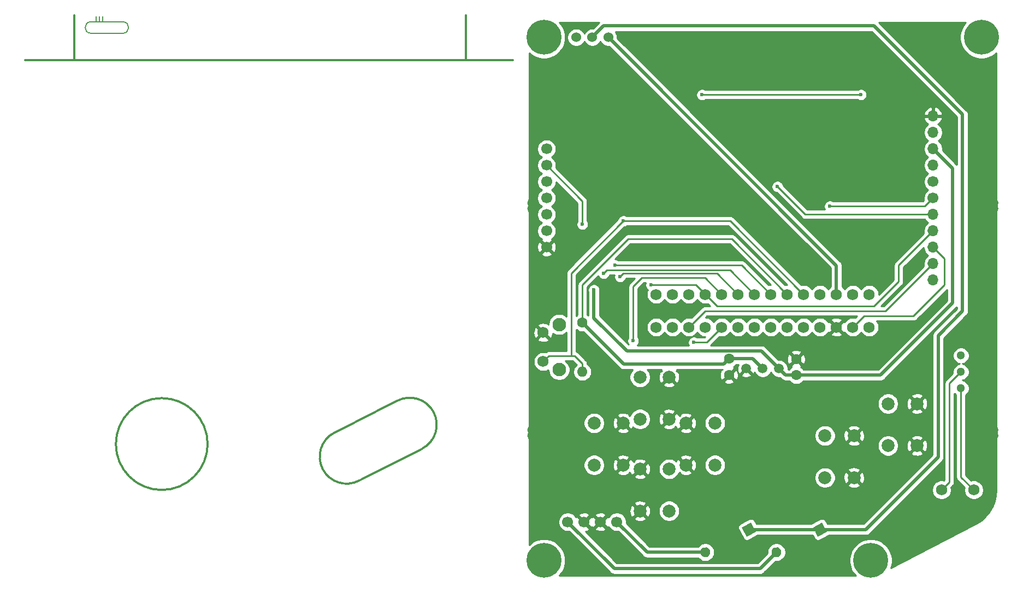
<source format=gbr>
G04 #@! TF.GenerationSoftware,KiCad,Pcbnew,(5.1.9-0-10_14)*
G04 #@! TF.CreationDate,2021-02-11T14:36:11-08:00*
G04 #@! TF.ProjectId,system,73797374-656d-42e6-9b69-6361645f7063,rev?*
G04 #@! TF.SameCoordinates,Original*
G04 #@! TF.FileFunction,Copper,L1,Top*
G04 #@! TF.FilePolarity,Positive*
%FSLAX46Y46*%
G04 Gerber Fmt 4.6, Leading zero omitted, Abs format (unit mm)*
G04 Created by KiCad (PCBNEW (5.1.9-0-10_14)) date 2021-02-11 14:36:11*
%MOMM*%
%LPD*%
G01*
G04 APERTURE LIST*
G04 #@! TA.AperFunction,NonConductor*
%ADD10C,0.300000*%
G04 #@! TD*
G04 #@! TA.AperFunction,NonConductor*
%ADD11C,0.150000*%
G04 #@! TD*
G04 #@! TA.AperFunction,ComponentPad*
%ADD12C,1.750000*%
G04 #@! TD*
G04 #@! TA.AperFunction,ComponentPad*
%ADD13C,1.300000*%
G04 #@! TD*
G04 #@! TA.AperFunction,ComponentPad*
%ADD14O,1.700000X1.700000*%
G04 #@! TD*
G04 #@! TA.AperFunction,ComponentPad*
%ADD15C,1.700000*%
G04 #@! TD*
G04 #@! TA.AperFunction,ComponentPad*
%ADD16C,5.399999*%
G04 #@! TD*
G04 #@! TA.AperFunction,ComponentPad*
%ADD17C,5.400000*%
G04 #@! TD*
G04 #@! TA.AperFunction,ComponentPad*
%ADD18C,1.600000*%
G04 #@! TD*
G04 #@! TA.AperFunction,ComponentPad*
%ADD19C,0.100000*%
G04 #@! TD*
G04 #@! TA.AperFunction,ComponentPad*
%ADD20O,1.600000X1.600000*%
G04 #@! TD*
G04 #@! TA.AperFunction,ComponentPad*
%ADD21C,1.524000*%
G04 #@! TD*
G04 #@! TA.AperFunction,ComponentPad*
%ADD22C,2.100000*%
G04 #@! TD*
G04 #@! TA.AperFunction,ComponentPad*
%ADD23C,1.520000*%
G04 #@! TD*
G04 #@! TA.AperFunction,ComponentPad*
%ADD24C,2.000000*%
G04 #@! TD*
G04 #@! TA.AperFunction,ViaPad*
%ADD25C,0.600000*%
G04 #@! TD*
G04 #@! TA.AperFunction,Conductor*
%ADD26C,0.254000*%
G04 #@! TD*
G04 #@! TA.AperFunction,Conductor*
%ADD27C,0.508000*%
G04 #@! TD*
G04 #@! TA.AperFunction,Conductor*
%ADD28C,0.100000*%
G04 #@! TD*
G04 APERTURE END LIST*
D10*
X83060622Y-126392738D02*
G75*
G02*
X86920378Y-133807262I1929878J-3707262D01*
G01*
X32964500Y-66675000D02*
X32964500Y-73660000D01*
D11*
X40513000Y-69469000D02*
X35560000Y-69469000D01*
X37395000Y-66865500D02*
X37395000Y-67691000D01*
X36395000Y-66865500D02*
X36395000Y-67691000D01*
X36895000Y-66865500D02*
X36895000Y-67691000D01*
X35560000Y-67691000D02*
X40513000Y-67691000D01*
X40513000Y-67691000D02*
G75*
G02*
X40513000Y-69469000I0J-889000D01*
G01*
X35560000Y-69469000D02*
G75*
G02*
X35560000Y-67691000I0J889000D01*
G01*
D10*
X93654500Y-66675000D02*
X93654500Y-73660000D01*
X25400000Y-73660000D02*
X100965000Y-73660000D01*
X86920378Y-133807262D02*
X77141378Y-138760262D01*
X83060622Y-126392738D02*
X73281622Y-131345738D01*
X77141378Y-138760262D02*
G75*
G02*
X73281622Y-131345738I-1929878J3707262D01*
G01*
X53657500Y-133096000D02*
G75*
G03*
X53657500Y-133096000I-7112000J0D01*
G01*
D12*
X156210000Y-109920000D03*
X153670000Y-109920000D03*
X151130000Y-109920000D03*
X148590000Y-109920000D03*
X146050000Y-109920000D03*
X143510000Y-109920000D03*
X140970000Y-109920000D03*
X138430000Y-109920000D03*
X135890000Y-109920000D03*
X133350000Y-109920000D03*
X130810000Y-109920000D03*
X128270000Y-109920000D03*
X125730000Y-109920000D03*
X123190000Y-109920000D03*
X123190000Y-115000000D03*
X125730000Y-115000000D03*
X128270000Y-115000000D03*
X130810000Y-115000000D03*
X133350000Y-115000000D03*
X135890000Y-115000000D03*
X156210000Y-115000000D03*
X153670000Y-115000000D03*
X151130000Y-115000000D03*
X148590000Y-115000000D03*
X146050000Y-115000000D03*
X143510000Y-115000000D03*
X138430000Y-115000000D03*
X140970000Y-115000000D03*
D13*
X170434000Y-121920000D03*
X170434000Y-124460000D03*
X170434000Y-119380000D03*
D14*
X166116000Y-107696000D03*
X166116000Y-97536000D03*
X166116000Y-105156000D03*
X166116000Y-100076000D03*
X166116000Y-102616000D03*
X166116000Y-82296000D03*
D15*
X166116000Y-94996000D03*
D14*
X166116000Y-84836000D03*
X166116000Y-87376000D03*
X166116000Y-89916000D03*
D15*
X166116000Y-92456000D03*
D16*
X105791000Y-151130000D03*
X105791000Y-70104000D03*
X156464000Y-151130000D03*
D17*
X173609000Y-70104000D03*
D12*
X172426000Y-140208000D03*
X167426000Y-140208000D03*
D18*
X134493000Y-119888000D03*
X134493000Y-122388000D03*
X144907000Y-119928000D03*
X144907000Y-122428000D03*
G04 #@! TA.AperFunction,ComponentPad*
G36*
G01*
X142540586Y-149490601D02*
X142540586Y-149490601D01*
G75*
G02*
X142200376Y-150569609I-709609J-369399D01*
G01*
X142200376Y-150569609D01*
G75*
G02*
X141121368Y-150229399I-369399J709609D01*
G01*
X141121368Y-150229399D01*
G75*
G02*
X141461578Y-149150391I709609J369399D01*
G01*
X141461578Y-149150391D01*
G75*
G02*
X142540586Y-149490601I369399J-709609D01*
G01*
G37*
G04 #@! TD.AperFunction*
G04 #@! TA.AperFunction,ComponentPad*
D19*
G36*
X148930210Y-145262468D02*
G01*
X149669008Y-146681686D01*
X148249790Y-147420484D01*
X147510992Y-146001266D01*
X148930210Y-145262468D01*
G37*
G04 #@! TD.AperFunction*
G04 #@! TA.AperFunction,ComponentPad*
G36*
X137909233Y-145262468D02*
G01*
X138648031Y-146681686D01*
X137228813Y-147420484D01*
X136490015Y-146001266D01*
X137909233Y-145262468D01*
G37*
G04 #@! TD.AperFunction*
G04 #@! TA.AperFunction,ComponentPad*
G36*
G01*
X131519609Y-149490601D02*
X131519609Y-149490601D01*
G75*
G02*
X131179399Y-150569609I-709609J-369399D01*
G01*
X131179399Y-150569609D01*
G75*
G02*
X130100391Y-150229399I-369399J709609D01*
G01*
X130100391Y-150229399D01*
G75*
G02*
X130440601Y-149150391I709609J369399D01*
G01*
X130440601Y-149150391D01*
G75*
G02*
X131519609Y-149490601I369399J-709609D01*
G01*
G37*
G04 #@! TD.AperFunction*
D18*
X111760000Y-114300000D03*
D20*
X111760000Y-121920000D03*
D21*
X110794800Y-70104000D03*
X113284000Y-70104000D03*
X115773200Y-70104000D03*
D22*
X108154000Y-121584000D03*
D12*
X105664000Y-120324000D03*
X105664000Y-115824000D03*
D22*
X108154000Y-114574000D03*
D15*
X114554000Y-145161000D03*
X112014000Y-145161000D03*
X117094000Y-145161000D03*
X109474000Y-145161000D03*
D23*
X137160000Y-121412000D03*
X142240000Y-121412000D03*
X139700000Y-121412000D03*
D15*
X106200000Y-102616000D03*
X106200000Y-100076000D03*
X106200000Y-97536000D03*
X106200000Y-94996000D03*
X106200000Y-92456000D03*
X106200000Y-89916000D03*
X106200000Y-87376000D03*
D24*
X149352000Y-131803000D03*
X153852000Y-131803000D03*
X149352000Y-138303000D03*
X153852000Y-138303000D03*
X163631000Y-133350000D03*
X159131000Y-133350000D03*
X163631000Y-126850000D03*
X159131000Y-126850000D03*
X120686000Y-122734000D03*
X125186000Y-122734000D03*
X120686000Y-129234000D03*
X125186000Y-129234000D03*
X125186000Y-143458000D03*
X120686000Y-143458000D03*
X125186000Y-136958000D03*
X120686000Y-136958000D03*
X118074000Y-136346000D03*
X113574000Y-136346000D03*
X118074000Y-129846000D03*
X113574000Y-129846000D03*
X127798000Y-129846000D03*
X132298000Y-129846000D03*
X127798000Y-136346000D03*
X132298000Y-136346000D03*
D25*
X169164000Y-121158000D03*
X118110000Y-115570000D03*
X118618000Y-111252000D03*
X126746000Y-117348000D03*
X109220000Y-96266000D03*
X156718000Y-102362000D03*
X163068000Y-105664000D03*
X125476000Y-103378000D03*
X125476000Y-99822000D03*
X118110000Y-98552000D03*
X116839984Y-105410000D03*
X115062000Y-106680000D03*
X117602000Y-107188000D03*
X119633994Y-117094000D03*
X129032000Y-117348000D03*
X111760000Y-99060000D03*
X113538000Y-109220000D03*
X154940000Y-78994000D03*
X130302000Y-78994000D03*
X141986000Y-93218000D03*
X150114000Y-96265986D03*
X122428000Y-108458001D03*
D26*
X168656000Y-138978000D02*
X167426000Y-140208000D01*
X168656000Y-123698000D02*
X168656000Y-138978000D01*
X170434000Y-121920000D02*
X168656000Y-123698000D01*
D27*
X141830977Y-149860000D02*
X139290977Y-152400000D01*
X116713000Y-152400000D02*
X109474000Y-145161000D01*
X139290977Y-152400000D02*
X116713000Y-152400000D01*
D26*
X111760000Y-121920000D02*
X111760000Y-120650000D01*
X106538999Y-119449001D02*
X105664000Y-120324000D01*
X111760000Y-120650000D02*
X110559001Y-119449001D01*
X110051001Y-119449001D02*
X106538999Y-119449001D01*
X110559001Y-119449001D02*
X110051001Y-119449001D01*
X110051001Y-106610999D02*
X110051001Y-119449001D01*
X118110000Y-98552000D02*
X110051001Y-106610999D01*
X134682000Y-98552000D02*
X118110000Y-98552000D01*
X146050000Y-109920000D02*
X134682000Y-98552000D01*
D27*
X148590000Y-146341476D02*
X137569023Y-146341476D01*
X166892590Y-135113410D02*
X155664524Y-146341476D01*
X166892590Y-116317410D02*
X166892590Y-135113410D01*
X170688000Y-112522000D02*
X166892590Y-116317410D01*
X156972000Y-68326000D02*
X170688000Y-82042000D01*
X155664524Y-146341476D02*
X148590000Y-146341476D01*
X170688000Y-82042000D02*
X170688000Y-112522000D01*
X115062000Y-68326000D02*
X156972000Y-68326000D01*
X113284000Y-70104000D02*
X115062000Y-68326000D01*
X151130000Y-105460800D02*
X115773200Y-70104000D01*
X151130000Y-109920000D02*
X151130000Y-105460800D01*
D26*
X136460000Y-105410000D02*
X116839984Y-105410000D01*
X140970000Y-109920000D02*
X136460000Y-105410000D01*
X134682000Y-106172000D02*
X115570000Y-106172000D01*
X115570000Y-106172000D02*
X115062000Y-106680000D01*
X138430000Y-109920000D02*
X134682000Y-106172000D01*
X118110000Y-106680000D02*
X132650000Y-106680000D01*
X132650000Y-106680000D02*
X135890000Y-109920000D01*
X117602000Y-107188000D02*
X118110000Y-106680000D01*
X119633994Y-108712006D02*
X119633994Y-117094000D01*
X120975401Y-107370599D02*
X119633994Y-108712006D01*
X130800599Y-107370599D02*
X120975401Y-107370599D01*
X133350000Y-109920000D02*
X130800599Y-107370599D01*
X131002000Y-117348000D02*
X129032000Y-117348000D01*
X133350000Y-115000000D02*
X131002000Y-117348000D01*
X106200000Y-89916000D02*
X111760000Y-95476000D01*
X111760000Y-95476000D02*
X111760000Y-99060000D01*
X170434000Y-138216000D02*
X172426000Y-140208000D01*
X170434000Y-124460000D02*
X170434000Y-138216000D01*
D27*
X138176000Y-119888000D02*
X139700000Y-121412000D01*
X134493000Y-119888000D02*
X138176000Y-119888000D01*
D26*
X118872000Y-101346000D02*
X111760000Y-108458000D01*
X134936000Y-101346000D02*
X118872000Y-101346000D01*
X111760000Y-108458000D02*
X111760000Y-114300000D01*
X143510000Y-109920000D02*
X134936000Y-101346000D01*
D27*
X133693001Y-120687999D02*
X118147999Y-120687999D01*
X118147999Y-120687999D02*
X111760000Y-114300000D01*
X134493000Y-119888000D02*
X133693001Y-120687999D01*
X143256000Y-122428000D02*
X142240000Y-121412000D01*
X144907000Y-122428000D02*
X143256000Y-122428000D01*
X113538000Y-113567474D02*
X113538000Y-109220000D01*
X118652125Y-118681599D02*
X113538000Y-113567474D01*
X139509599Y-118681599D02*
X118652125Y-118681599D01*
X142240000Y-121412000D02*
X139509599Y-118681599D01*
X169164000Y-90424000D02*
X166116000Y-87376000D01*
X157988000Y-122428000D02*
X169164000Y-111252000D01*
X169164000Y-111252000D02*
X169164000Y-90424000D01*
X144907000Y-122428000D02*
X157988000Y-122428000D01*
X121793000Y-149860000D02*
X117094000Y-145161000D01*
X130810000Y-149860000D02*
X121793000Y-149860000D01*
D26*
X154940000Y-78994000D02*
X130302000Y-78994000D01*
X158750000Y-112522000D02*
X166116000Y-105156000D01*
X130748000Y-112522000D02*
X158750000Y-112522000D01*
X128270000Y-115000000D02*
X130748000Y-112522000D01*
X146304000Y-97536000D02*
X141986000Y-93218000D01*
X166116000Y-97536000D02*
X146304000Y-97536000D01*
X166116000Y-94996000D02*
X164846014Y-96265986D01*
X164846014Y-96265986D02*
X150114000Y-96265986D01*
X132650000Y-111760000D02*
X130810000Y-109920000D01*
X129348001Y-108458001D02*
X122428000Y-108458001D01*
X132650000Y-111760000D02*
X129348001Y-108458001D01*
X156972000Y-111760000D02*
X132650000Y-111760000D01*
X160782000Y-107950000D02*
X156972000Y-111760000D01*
X160782000Y-105410000D02*
X160782000Y-107950000D01*
X166116000Y-100076000D02*
X160782000Y-105410000D01*
X167894000Y-108458000D02*
X167894000Y-104394000D01*
X155386000Y-113284000D02*
X163068000Y-113284000D01*
X167894000Y-104394000D02*
X166116000Y-102616000D01*
X163068000Y-113284000D02*
X167894000Y-108458000D01*
X153670000Y-115000000D02*
X155386000Y-113284000D01*
X113423404Y-68707360D02*
X113421592Y-68707000D01*
X113146408Y-68707000D01*
X112876510Y-68760686D01*
X112622273Y-68865995D01*
X112393465Y-69018880D01*
X112198880Y-69213465D01*
X112045995Y-69442273D01*
X112039400Y-69458195D01*
X112032805Y-69442273D01*
X111879920Y-69213465D01*
X111685335Y-69018880D01*
X111456527Y-68865995D01*
X111202290Y-68760686D01*
X110932392Y-68707000D01*
X110657208Y-68707000D01*
X110387310Y-68760686D01*
X110133073Y-68865995D01*
X109904265Y-69018880D01*
X109709680Y-69213465D01*
X109556795Y-69442273D01*
X109451486Y-69696510D01*
X109397800Y-69966408D01*
X109397800Y-70241592D01*
X109451486Y-70511490D01*
X109556795Y-70765727D01*
X109709680Y-70994535D01*
X109904265Y-71189120D01*
X110133073Y-71342005D01*
X110387310Y-71447314D01*
X110657208Y-71501000D01*
X110932392Y-71501000D01*
X111202290Y-71447314D01*
X111456527Y-71342005D01*
X111685335Y-71189120D01*
X111879920Y-70994535D01*
X112032805Y-70765727D01*
X112039400Y-70749805D01*
X112045995Y-70765727D01*
X112198880Y-70994535D01*
X112393465Y-71189120D01*
X112622273Y-71342005D01*
X112876510Y-71447314D01*
X113146408Y-71501000D01*
X113421592Y-71501000D01*
X113691490Y-71447314D01*
X113945727Y-71342005D01*
X114174535Y-71189120D01*
X114369120Y-70994535D01*
X114522005Y-70765727D01*
X114528600Y-70749805D01*
X114535195Y-70765727D01*
X114688080Y-70994535D01*
X114882665Y-71189120D01*
X115111473Y-71342005D01*
X115365710Y-71447314D01*
X115635608Y-71501000D01*
X115910792Y-71501000D01*
X115912604Y-71500639D01*
X150241001Y-105829037D01*
X150241000Y-108697950D01*
X150167431Y-108747107D01*
X149957107Y-108957431D01*
X149860000Y-109102762D01*
X149762893Y-108957431D01*
X149552569Y-108747107D01*
X149305253Y-108581856D01*
X149030451Y-108468029D01*
X148738722Y-108410000D01*
X148441278Y-108410000D01*
X148149549Y-108468029D01*
X147874747Y-108581856D01*
X147627431Y-108747107D01*
X147417107Y-108957431D01*
X147320000Y-109102762D01*
X147222893Y-108957431D01*
X147012569Y-108747107D01*
X146765253Y-108581856D01*
X146490451Y-108468029D01*
X146198722Y-108410000D01*
X145901278Y-108410000D01*
X145664691Y-108457060D01*
X135247284Y-98039654D01*
X135223422Y-98010578D01*
X135107392Y-97915355D01*
X134975015Y-97844598D01*
X134831378Y-97801026D01*
X134719426Y-97790000D01*
X134719423Y-97790000D01*
X134682000Y-97786314D01*
X134644577Y-97790000D01*
X118652542Y-97790000D01*
X118552889Y-97723414D01*
X118382729Y-97652932D01*
X118202089Y-97617000D01*
X118017911Y-97617000D01*
X117837271Y-97652932D01*
X117667111Y-97723414D01*
X117513972Y-97825738D01*
X117383738Y-97955972D01*
X117281414Y-98109111D01*
X117210932Y-98279271D01*
X117187550Y-98396820D01*
X109538655Y-106045715D01*
X109509579Y-106069577D01*
X109454853Y-106136262D01*
X109414356Y-106185607D01*
X109386827Y-106237111D01*
X109343599Y-106317985D01*
X109300027Y-106461622D01*
X109292059Y-106542525D01*
X109285315Y-106610999D01*
X109289001Y-106648422D01*
X109289002Y-113326052D01*
X109228125Y-113265175D01*
X108952147Y-113080772D01*
X108645496Y-112953754D01*
X108319958Y-112889000D01*
X107988042Y-112889000D01*
X107662504Y-112953754D01*
X107355853Y-113080772D01*
X107079875Y-113265175D01*
X106845175Y-113499875D01*
X106660772Y-113775853D01*
X106533754Y-114082504D01*
X106469000Y-114408042D01*
X106469000Y-114585483D01*
X106449975Y-114526132D01*
X106181671Y-114397733D01*
X105893474Y-114324145D01*
X105596457Y-114308196D01*
X105302037Y-114350499D01*
X105021526Y-114449428D01*
X104878025Y-114526132D01*
X104797365Y-114777760D01*
X105664000Y-115644395D01*
X105678143Y-115630253D01*
X105857748Y-115809858D01*
X105843605Y-115824000D01*
X106710240Y-116690635D01*
X106961868Y-116609975D01*
X107090267Y-116341671D01*
X107163855Y-116053474D01*
X107169792Y-115942906D01*
X107355853Y-116067228D01*
X107662504Y-116194246D01*
X107988042Y-116259000D01*
X108319958Y-116259000D01*
X108645496Y-116194246D01*
X108952147Y-116067228D01*
X109228125Y-115882825D01*
X109289002Y-115821948D01*
X109289002Y-118687001D01*
X106576421Y-118687001D01*
X106538998Y-118683315D01*
X106501575Y-118687001D01*
X106501573Y-118687001D01*
X106389621Y-118698027D01*
X106245984Y-118741599D01*
X106113607Y-118812356D01*
X106053294Y-118861853D01*
X105812722Y-118814000D01*
X105515278Y-118814000D01*
X105223549Y-118872029D01*
X104948747Y-118985856D01*
X104701431Y-119151107D01*
X104491107Y-119361431D01*
X104325856Y-119608747D01*
X104212029Y-119883549D01*
X104154000Y-120175278D01*
X104154000Y-120472722D01*
X104212029Y-120764451D01*
X104325856Y-121039253D01*
X104491107Y-121286569D01*
X104701431Y-121496893D01*
X104948747Y-121662144D01*
X105223549Y-121775971D01*
X105515278Y-121834000D01*
X105812722Y-121834000D01*
X106104451Y-121775971D01*
X106379253Y-121662144D01*
X106469000Y-121602177D01*
X106469000Y-121749958D01*
X106533754Y-122075496D01*
X106660772Y-122382147D01*
X106845175Y-122658125D01*
X107079875Y-122892825D01*
X107355853Y-123077228D01*
X107662504Y-123204246D01*
X107988042Y-123269000D01*
X108319958Y-123269000D01*
X108645496Y-123204246D01*
X108952147Y-123077228D01*
X109228125Y-122892825D01*
X109462825Y-122658125D01*
X109647228Y-122382147D01*
X109774246Y-122075496D01*
X109839000Y-121749958D01*
X109839000Y-121418042D01*
X109774246Y-121092504D01*
X109647228Y-120785853D01*
X109462825Y-120509875D01*
X109228125Y-120275175D01*
X109132082Y-120211001D01*
X110013576Y-120211001D01*
X110051001Y-120214687D01*
X110088427Y-120211001D01*
X110243371Y-120211001D01*
X110841487Y-120809117D01*
X110645363Y-121005241D01*
X110488320Y-121240273D01*
X110380147Y-121501426D01*
X110325000Y-121778665D01*
X110325000Y-122061335D01*
X110380147Y-122338574D01*
X110488320Y-122599727D01*
X110645363Y-122834759D01*
X110845241Y-123034637D01*
X111080273Y-123191680D01*
X111341426Y-123299853D01*
X111618665Y-123355000D01*
X111901335Y-123355000D01*
X112178574Y-123299853D01*
X112439727Y-123191680D01*
X112674759Y-123034637D01*
X112874637Y-122834759D01*
X113031680Y-122599727D01*
X113139853Y-122338574D01*
X113195000Y-122061335D01*
X113195000Y-121778665D01*
X113139853Y-121501426D01*
X113031680Y-121240273D01*
X112874637Y-121005241D01*
X112674759Y-120805363D01*
X112522000Y-120703293D01*
X112522000Y-120687422D01*
X112525686Y-120649999D01*
X112522000Y-120612574D01*
X112510974Y-120500622D01*
X112467402Y-120356985D01*
X112396645Y-120224608D01*
X112301422Y-120108578D01*
X112272352Y-120084721D01*
X111124285Y-118936655D01*
X111100423Y-118907579D01*
X110984393Y-118812356D01*
X110852016Y-118741599D01*
X110813001Y-118729764D01*
X110813001Y-115382397D01*
X110845241Y-115414637D01*
X111080273Y-115571680D01*
X111341426Y-115679853D01*
X111618665Y-115735000D01*
X111901335Y-115735000D01*
X111931721Y-115728956D01*
X117488505Y-121285741D01*
X117516340Y-121319658D01*
X117651708Y-121430752D01*
X117806148Y-121513302D01*
X117900757Y-121542001D01*
X117973724Y-121564135D01*
X117990324Y-121565770D01*
X118104332Y-121576999D01*
X118104339Y-121576999D01*
X118147999Y-121581299D01*
X118191659Y-121576999D01*
X119530762Y-121576999D01*
X119416013Y-121691748D01*
X119237082Y-121959537D01*
X119113832Y-122257088D01*
X119051000Y-122572967D01*
X119051000Y-122895033D01*
X119113832Y-123210912D01*
X119237082Y-123508463D01*
X119416013Y-123776252D01*
X119643748Y-124003987D01*
X119911537Y-124182918D01*
X120209088Y-124306168D01*
X120524967Y-124369000D01*
X120847033Y-124369000D01*
X121162912Y-124306168D01*
X121460463Y-124182918D01*
X121728252Y-124003987D01*
X121862826Y-123869413D01*
X124230192Y-123869413D01*
X124325956Y-124133814D01*
X124615571Y-124274704D01*
X124927108Y-124356384D01*
X125248595Y-124375718D01*
X125567675Y-124331961D01*
X125872088Y-124226795D01*
X126046044Y-124133814D01*
X126141808Y-123869413D01*
X125186000Y-122913605D01*
X124230192Y-123869413D01*
X121862826Y-123869413D01*
X121955987Y-123776252D01*
X122134918Y-123508463D01*
X122258168Y-123210912D01*
X122321000Y-122895033D01*
X122321000Y-122572967D01*
X122258168Y-122257088D01*
X122134918Y-121959537D01*
X121955987Y-121691748D01*
X121841238Y-121576999D01*
X124020443Y-121576999D01*
X123934917Y-121662525D01*
X124050585Y-121778193D01*
X123786186Y-121873956D01*
X123645296Y-122163571D01*
X123563616Y-122475108D01*
X123544282Y-122796595D01*
X123588039Y-123115675D01*
X123693205Y-123420088D01*
X123786186Y-123594044D01*
X124050587Y-123689808D01*
X125006395Y-122734000D01*
X124992253Y-122719858D01*
X125171858Y-122540253D01*
X125186000Y-122554395D01*
X125200143Y-122540253D01*
X125379748Y-122719858D01*
X125365605Y-122734000D01*
X126321413Y-123689808D01*
X126585814Y-123594044D01*
X126689599Y-123380702D01*
X133679903Y-123380702D01*
X133751486Y-123624671D01*
X134006996Y-123745571D01*
X134281184Y-123814300D01*
X134563512Y-123828217D01*
X134843130Y-123786787D01*
X135109292Y-123691603D01*
X135234514Y-123624671D01*
X135306097Y-123380702D01*
X134493000Y-122567605D01*
X133679903Y-123380702D01*
X126689599Y-123380702D01*
X126726704Y-123304429D01*
X126808384Y-122992892D01*
X126827718Y-122671405D01*
X126783961Y-122352325D01*
X126678795Y-122047912D01*
X126585814Y-121873956D01*
X126321415Y-121778193D01*
X126437083Y-121662525D01*
X126351557Y-121576999D01*
X133493154Y-121576999D01*
X133256329Y-121646486D01*
X133135429Y-121901996D01*
X133066700Y-122176184D01*
X133052783Y-122458512D01*
X133094213Y-122738130D01*
X133189397Y-123004292D01*
X133256329Y-123129514D01*
X133500298Y-123201097D01*
X134313395Y-122388000D01*
X134672605Y-122388000D01*
X135485702Y-123201097D01*
X135729671Y-123129514D01*
X135850571Y-122874004D01*
X135919300Y-122599816D01*
X135930325Y-122376137D01*
X136375469Y-122376137D01*
X136442206Y-122616025D01*
X136690892Y-122732924D01*
X136957606Y-122799061D01*
X137232097Y-122811895D01*
X137503817Y-122770931D01*
X137762326Y-122677744D01*
X137877794Y-122616025D01*
X137944531Y-122376137D01*
X137160000Y-121591605D01*
X136375469Y-122376137D01*
X135930325Y-122376137D01*
X135933217Y-122317488D01*
X135891787Y-122037870D01*
X135796603Y-121771708D01*
X135729671Y-121646486D01*
X135485702Y-121574903D01*
X134672605Y-122388000D01*
X134313395Y-122388000D01*
X134299253Y-122373858D01*
X134478858Y-122194253D01*
X134493000Y-122208395D01*
X135306097Y-121395298D01*
X135234514Y-121151329D01*
X135205659Y-121137676D01*
X135407759Y-121002637D01*
X135607637Y-120802759D01*
X135624849Y-120777000D01*
X135917056Y-120777000D01*
X135839076Y-120942892D01*
X135772939Y-121209606D01*
X135760105Y-121484097D01*
X135801069Y-121755817D01*
X135894256Y-122014326D01*
X135955975Y-122129794D01*
X136195863Y-122196531D01*
X136980395Y-121412000D01*
X136966252Y-121397858D01*
X137145858Y-121218252D01*
X137160000Y-121232395D01*
X137174142Y-121218252D01*
X137353748Y-121397858D01*
X137339605Y-121412000D01*
X138124137Y-122196531D01*
X138364025Y-122129794D01*
X138429600Y-121990293D01*
X138463767Y-122072780D01*
X138616433Y-122301261D01*
X138810739Y-122495567D01*
X139039220Y-122648233D01*
X139293093Y-122753391D01*
X139562604Y-122807000D01*
X139837396Y-122807000D01*
X140106907Y-122753391D01*
X140360780Y-122648233D01*
X140589261Y-122495567D01*
X140783567Y-122301261D01*
X140936233Y-122072780D01*
X140970000Y-121991260D01*
X141003767Y-122072780D01*
X141156433Y-122301261D01*
X141350739Y-122495567D01*
X141579220Y-122648233D01*
X141833093Y-122753391D01*
X142102604Y-122807000D01*
X142377396Y-122807000D01*
X142377703Y-122806939D01*
X142596505Y-123025741D01*
X142624341Y-123059659D01*
X142759709Y-123170753D01*
X142914149Y-123253303D01*
X142977794Y-123272609D01*
X143081725Y-123304136D01*
X143098325Y-123305771D01*
X143212333Y-123317000D01*
X143212340Y-123317000D01*
X143256000Y-123321300D01*
X143299660Y-123317000D01*
X143775151Y-123317000D01*
X143792363Y-123342759D01*
X143992241Y-123542637D01*
X144227273Y-123699680D01*
X144488426Y-123807853D01*
X144765665Y-123863000D01*
X145048335Y-123863000D01*
X145325574Y-123807853D01*
X145586727Y-123699680D01*
X145821759Y-123542637D01*
X146021637Y-123342759D01*
X146038849Y-123317000D01*
X157944340Y-123317000D01*
X157988000Y-123321300D01*
X158031660Y-123317000D01*
X158031667Y-123317000D01*
X158162274Y-123304136D01*
X158329851Y-123253303D01*
X158484291Y-123170753D01*
X158619659Y-123059659D01*
X158647499Y-123025736D01*
X169761743Y-111911493D01*
X169795659Y-111883659D01*
X169799001Y-111879587D01*
X169799001Y-112153764D01*
X166294854Y-115657911D01*
X166260931Y-115685751D01*
X166149837Y-115821120D01*
X166067287Y-115975560D01*
X166016454Y-116143137D01*
X166003590Y-116273744D01*
X166003590Y-116273750D01*
X165999290Y-116317410D01*
X166003590Y-116361070D01*
X166003591Y-134745173D01*
X155296289Y-145452476D01*
X149748473Y-145452476D01*
X149496187Y-144967839D01*
X149427832Y-144863084D01*
X149340355Y-144773677D01*
X149237116Y-144703053D01*
X149122082Y-144653928D01*
X148999675Y-144628188D01*
X148874598Y-144626824D01*
X148751659Y-144649887D01*
X148635581Y-144696491D01*
X147216363Y-145435289D01*
X147190024Y-145452476D01*
X138727496Y-145452476D01*
X138475210Y-144967839D01*
X138406855Y-144863084D01*
X138319378Y-144773677D01*
X138216139Y-144703053D01*
X138101105Y-144653928D01*
X137978698Y-144628188D01*
X137853621Y-144626824D01*
X137730682Y-144649887D01*
X137614604Y-144696491D01*
X136195386Y-145435289D01*
X136090631Y-145503644D01*
X136001224Y-145591121D01*
X135930600Y-145694360D01*
X135881475Y-145809394D01*
X135855735Y-145931801D01*
X135854371Y-146056878D01*
X135877434Y-146179817D01*
X135924038Y-146295895D01*
X136662836Y-147715113D01*
X136731191Y-147819868D01*
X136818668Y-147909275D01*
X136921907Y-147979899D01*
X137036941Y-148029024D01*
X137159348Y-148054764D01*
X137284425Y-148056128D01*
X137407364Y-148033065D01*
X137523442Y-147986461D01*
X138942660Y-147247663D01*
X138968999Y-147230476D01*
X147431527Y-147230476D01*
X147683813Y-147715113D01*
X147752168Y-147819868D01*
X147839645Y-147909275D01*
X147942884Y-147979899D01*
X148057918Y-148029024D01*
X148180325Y-148054764D01*
X148305402Y-148056128D01*
X148428341Y-148033065D01*
X148544419Y-147986461D01*
X149963637Y-147247663D01*
X149989976Y-147230476D01*
X155620864Y-147230476D01*
X155664524Y-147234776D01*
X155708184Y-147230476D01*
X155708191Y-147230476D01*
X155838798Y-147217612D01*
X156006375Y-147166779D01*
X156160815Y-147084229D01*
X156296183Y-146973135D01*
X156324023Y-146939212D01*
X163203957Y-140059278D01*
X165916000Y-140059278D01*
X165916000Y-140356722D01*
X165974029Y-140648451D01*
X166087856Y-140923253D01*
X166253107Y-141170569D01*
X166463431Y-141380893D01*
X166710747Y-141546144D01*
X166985549Y-141659971D01*
X167277278Y-141718000D01*
X167574722Y-141718000D01*
X167866451Y-141659971D01*
X168141253Y-141546144D01*
X168388569Y-141380893D01*
X168598893Y-141170569D01*
X168764144Y-140923253D01*
X168877971Y-140648451D01*
X168936000Y-140356722D01*
X168936000Y-140059278D01*
X168888939Y-139822691D01*
X169168346Y-139543284D01*
X169197422Y-139519422D01*
X169263904Y-139438413D01*
X169292645Y-139403393D01*
X169363401Y-139271016D01*
X169363402Y-139271015D01*
X169406974Y-139127378D01*
X169418000Y-139015426D01*
X169418000Y-139015423D01*
X169421686Y-138978000D01*
X169418000Y-138940577D01*
X169418000Y-125252388D01*
X169435875Y-125279140D01*
X169614860Y-125458125D01*
X169672000Y-125496305D01*
X169672001Y-138178567D01*
X169668314Y-138216000D01*
X169683027Y-138365378D01*
X169726599Y-138509015D01*
X169797355Y-138641392D01*
X169868721Y-138728351D01*
X169892579Y-138757422D01*
X169921649Y-138781279D01*
X170963060Y-139822691D01*
X170916000Y-140059278D01*
X170916000Y-140356722D01*
X170974029Y-140648451D01*
X171087856Y-140923253D01*
X171253107Y-141170569D01*
X171463431Y-141380893D01*
X171710747Y-141546144D01*
X171985549Y-141659971D01*
X172277278Y-141718000D01*
X172574722Y-141718000D01*
X172866451Y-141659971D01*
X173141253Y-141546144D01*
X173388569Y-141380893D01*
X173598893Y-141170569D01*
X173764144Y-140923253D01*
X173877971Y-140648451D01*
X173936000Y-140356722D01*
X173936000Y-140059278D01*
X173877971Y-139767549D01*
X173764144Y-139492747D01*
X173598893Y-139245431D01*
X173388569Y-139035107D01*
X173141253Y-138869856D01*
X172866451Y-138756029D01*
X172574722Y-138698000D01*
X172277278Y-138698000D01*
X172040691Y-138745060D01*
X171196000Y-137900370D01*
X171196000Y-125496305D01*
X171253140Y-125458125D01*
X171432125Y-125279140D01*
X171572753Y-125068676D01*
X171669619Y-124834821D01*
X171719000Y-124586561D01*
X171719000Y-124333439D01*
X171669619Y-124085179D01*
X171572753Y-123851324D01*
X171432125Y-123640860D01*
X171253140Y-123461875D01*
X171042676Y-123321247D01*
X170808821Y-123224381D01*
X170635973Y-123190000D01*
X170808821Y-123155619D01*
X171042676Y-123058753D01*
X171253140Y-122918125D01*
X171432125Y-122739140D01*
X171572753Y-122528676D01*
X171669619Y-122294821D01*
X171719000Y-122046561D01*
X171719000Y-121793439D01*
X171669619Y-121545179D01*
X171572753Y-121311324D01*
X171432125Y-121100860D01*
X171253140Y-120921875D01*
X171042676Y-120781247D01*
X170808821Y-120684381D01*
X170635973Y-120650000D01*
X170808821Y-120615619D01*
X171042676Y-120518753D01*
X171253140Y-120378125D01*
X171432125Y-120199140D01*
X171572753Y-119988676D01*
X171669619Y-119754821D01*
X171719000Y-119506561D01*
X171719000Y-119253439D01*
X171669619Y-119005179D01*
X171572753Y-118771324D01*
X171432125Y-118560860D01*
X171253140Y-118381875D01*
X171042676Y-118241247D01*
X170808821Y-118144381D01*
X170560561Y-118095000D01*
X170307439Y-118095000D01*
X170059179Y-118144381D01*
X169825324Y-118241247D01*
X169614860Y-118381875D01*
X169435875Y-118560860D01*
X169295247Y-118771324D01*
X169198381Y-119005179D01*
X169149000Y-119253439D01*
X169149000Y-119506561D01*
X169198381Y-119754821D01*
X169295247Y-119988676D01*
X169435875Y-120199140D01*
X169614860Y-120378125D01*
X169825324Y-120518753D01*
X170059179Y-120615619D01*
X170232027Y-120650000D01*
X170059179Y-120684381D01*
X169825324Y-120781247D01*
X169614860Y-120921875D01*
X169435875Y-121100860D01*
X169295247Y-121311324D01*
X169198381Y-121545179D01*
X169149000Y-121793439D01*
X169149000Y-122046561D01*
X169162407Y-122113963D01*
X168143654Y-123132716D01*
X168114578Y-123156578D01*
X168074840Y-123205000D01*
X168019355Y-123272608D01*
X167993357Y-123321247D01*
X167948598Y-123404986D01*
X167905026Y-123548623D01*
X167895942Y-123640860D01*
X167890314Y-123698000D01*
X167894000Y-123735423D01*
X167894001Y-138662369D01*
X167811309Y-138745061D01*
X167574722Y-138698000D01*
X167277278Y-138698000D01*
X166985549Y-138756029D01*
X166710747Y-138869856D01*
X166463431Y-139035107D01*
X166253107Y-139245431D01*
X166087856Y-139492747D01*
X165974029Y-139767549D01*
X165916000Y-140059278D01*
X163203957Y-140059278D01*
X167490332Y-135772904D01*
X167524249Y-135745069D01*
X167635343Y-135609701D01*
X167717893Y-135455261D01*
X167746778Y-135360039D01*
X167768726Y-135287686D01*
X167771996Y-135254486D01*
X167781590Y-135157077D01*
X167781590Y-135157071D01*
X167785890Y-135113411D01*
X167781590Y-135069751D01*
X167781590Y-116685645D01*
X171285736Y-113181499D01*
X171319659Y-113153659D01*
X171430753Y-113018291D01*
X171513303Y-112863851D01*
X171550090Y-112742578D01*
X171564136Y-112696276D01*
X171575923Y-112576598D01*
X171577000Y-112565667D01*
X171577000Y-112565661D01*
X171581300Y-112522001D01*
X171577000Y-112478341D01*
X171577000Y-82085659D01*
X171581300Y-82041999D01*
X171577000Y-81998334D01*
X171577000Y-81998333D01*
X171564136Y-81867726D01*
X171564136Y-81867724D01*
X171513302Y-81700147D01*
X171509589Y-81693200D01*
X171430753Y-81545709D01*
X171319659Y-81410341D01*
X171285743Y-81382507D01*
X157694235Y-67791000D01*
X171205597Y-67791000D01*
X171018536Y-67978061D01*
X170653561Y-68524285D01*
X170402162Y-69131216D01*
X170274000Y-69775531D01*
X170274000Y-70432469D01*
X170402162Y-71076784D01*
X170653561Y-71683715D01*
X171018536Y-72229939D01*
X171483061Y-72694464D01*
X172029285Y-73059439D01*
X172636216Y-73310838D01*
X173280531Y-73439000D01*
X173937469Y-73439000D01*
X174581784Y-73310838D01*
X175188715Y-73059439D01*
X175734939Y-72694464D01*
X175890000Y-72539403D01*
X175890001Y-94959885D01*
X175886444Y-94996000D01*
X175900635Y-95140085D01*
X175942663Y-95278633D01*
X175999389Y-95384760D01*
X176024164Y-95509312D01*
X176091179Y-95671099D01*
X176106815Y-95694500D01*
X176091179Y-95717901D01*
X176024164Y-95879688D01*
X175990000Y-96051441D01*
X175990000Y-96226559D01*
X176024164Y-96398312D01*
X176091179Y-96560099D01*
X176106815Y-96583500D01*
X176091179Y-96606901D01*
X176024164Y-96768688D01*
X175999389Y-96893240D01*
X175942663Y-96999367D01*
X175900635Y-97137915D01*
X175886444Y-97282000D01*
X175890000Y-97318105D01*
X175890001Y-130138885D01*
X175886444Y-130175000D01*
X175900635Y-130319085D01*
X175942663Y-130457633D01*
X175999389Y-130563760D01*
X176024164Y-130688312D01*
X176091179Y-130850099D01*
X176106815Y-130873500D01*
X176091179Y-130896901D01*
X176024164Y-131058688D01*
X175990000Y-131230441D01*
X175990000Y-131405559D01*
X176024164Y-131577312D01*
X176091179Y-131739099D01*
X176106815Y-131762500D01*
X176091179Y-131785901D01*
X176024164Y-131947688D01*
X175999389Y-132072240D01*
X175942663Y-132178367D01*
X175900635Y-132316915D01*
X175886444Y-132461000D01*
X175890000Y-132497105D01*
X175890001Y-140180069D01*
X175819278Y-141109801D01*
X175615064Y-141990843D01*
X175279930Y-142830861D01*
X174821590Y-143610524D01*
X174250591Y-144311886D01*
X173576942Y-144921643D01*
X172940009Y-145352970D01*
X159587013Y-152305152D01*
X159670837Y-152102783D01*
X159798999Y-151458469D01*
X159798999Y-150801531D01*
X159670837Y-150157217D01*
X159419438Y-149550285D01*
X159054463Y-149004062D01*
X158589938Y-148539537D01*
X158043715Y-148174562D01*
X157436783Y-147923163D01*
X156792469Y-147795001D01*
X156135531Y-147795001D01*
X155491217Y-147923163D01*
X154884285Y-148174562D01*
X154338062Y-148539537D01*
X153873537Y-149004062D01*
X153508562Y-149550285D01*
X153257163Y-150157217D01*
X153129001Y-150801531D01*
X153129001Y-151458469D01*
X153257163Y-152102783D01*
X153508562Y-152709715D01*
X153873537Y-153255938D01*
X154108499Y-153490900D01*
X108146501Y-153490900D01*
X108381463Y-153255938D01*
X108746438Y-152709715D01*
X108997837Y-152102783D01*
X109125999Y-151458469D01*
X109125999Y-150801531D01*
X108997837Y-150157217D01*
X108746438Y-149550285D01*
X108381463Y-149004062D01*
X107916938Y-148539537D01*
X107370715Y-148174562D01*
X106763783Y-147923163D01*
X106119469Y-147795001D01*
X105462531Y-147795001D01*
X104818217Y-147923163D01*
X104211285Y-148174562D01*
X103665062Y-148539537D01*
X103510000Y-148694599D01*
X103510000Y-145014740D01*
X107989000Y-145014740D01*
X107989000Y-145307260D01*
X108046068Y-145594158D01*
X108158010Y-145864411D01*
X108320525Y-146107632D01*
X108527368Y-146314475D01*
X108770589Y-146476990D01*
X109040842Y-146588932D01*
X109327740Y-146646000D01*
X109620260Y-146646000D01*
X109688242Y-146632477D01*
X116053506Y-152997742D01*
X116081341Y-153031659D01*
X116216709Y-153142753D01*
X116371149Y-153225303D01*
X116465758Y-153254002D01*
X116538725Y-153276136D01*
X116555325Y-153277771D01*
X116669333Y-153289000D01*
X116669340Y-153289000D01*
X116713000Y-153293300D01*
X116756660Y-153289000D01*
X139247317Y-153289000D01*
X139290977Y-153293300D01*
X139334637Y-153289000D01*
X139334644Y-153289000D01*
X139465251Y-153276136D01*
X139632828Y-153225303D01*
X139787268Y-153142753D01*
X139922636Y-153031659D01*
X139950476Y-152997736D01*
X141659257Y-151288956D01*
X141689642Y-151295000D01*
X141972312Y-151295000D01*
X142249551Y-151239853D01*
X142510704Y-151131680D01*
X142745736Y-150974637D01*
X142945614Y-150774759D01*
X143102657Y-150539727D01*
X143210830Y-150278574D01*
X143265977Y-150001335D01*
X143265977Y-149718665D01*
X143210830Y-149441426D01*
X143102657Y-149180273D01*
X142945614Y-148945241D01*
X142745736Y-148745363D01*
X142510704Y-148588320D01*
X142249551Y-148480147D01*
X141972312Y-148425000D01*
X141689642Y-148425000D01*
X141412403Y-148480147D01*
X141151250Y-148588320D01*
X140916218Y-148745363D01*
X140716340Y-148945241D01*
X140559297Y-149180273D01*
X140451124Y-149441426D01*
X140395977Y-149718665D01*
X140395977Y-150001335D01*
X140402021Y-150031720D01*
X138922742Y-151511000D01*
X117081236Y-151511000D01*
X112204190Y-146633955D01*
X112372019Y-146609599D01*
X112647747Y-146511919D01*
X112785157Y-146438472D01*
X112862792Y-146189397D01*
X113705208Y-146189397D01*
X113782843Y-146438472D01*
X114046883Y-146564371D01*
X114330411Y-146636339D01*
X114622531Y-146651611D01*
X114912019Y-146609599D01*
X115187747Y-146511919D01*
X115325157Y-146438472D01*
X115402792Y-146189397D01*
X114554000Y-145340605D01*
X113705208Y-146189397D01*
X112862792Y-146189397D01*
X112014000Y-145340605D01*
X111999858Y-145354748D01*
X111820253Y-145175143D01*
X111834395Y-145161000D01*
X112193605Y-145161000D01*
X113042397Y-146009792D01*
X113284000Y-145934486D01*
X113525603Y-146009792D01*
X114374395Y-145161000D01*
X114733605Y-145161000D01*
X115582397Y-146009792D01*
X115824689Y-145934271D01*
X115940525Y-146107632D01*
X116147368Y-146314475D01*
X116390589Y-146476990D01*
X116660842Y-146588932D01*
X116947740Y-146646000D01*
X117240260Y-146646000D01*
X117308242Y-146632477D01*
X121133506Y-150457742D01*
X121161341Y-150491659D01*
X121296709Y-150602753D01*
X121451149Y-150685303D01*
X121567892Y-150720716D01*
X121618725Y-150736136D01*
X121793000Y-150753301D01*
X121836668Y-150749000D01*
X129678151Y-150749000D01*
X129695363Y-150774759D01*
X129895241Y-150974637D01*
X130130273Y-151131680D01*
X130391426Y-151239853D01*
X130668665Y-151295000D01*
X130951335Y-151295000D01*
X131228574Y-151239853D01*
X131489727Y-151131680D01*
X131724759Y-150974637D01*
X131924637Y-150774759D01*
X132081680Y-150539727D01*
X132189853Y-150278574D01*
X132245000Y-150001335D01*
X132245000Y-149718665D01*
X132189853Y-149441426D01*
X132081680Y-149180273D01*
X131924637Y-148945241D01*
X131724759Y-148745363D01*
X131489727Y-148588320D01*
X131228574Y-148480147D01*
X130951335Y-148425000D01*
X130668665Y-148425000D01*
X130391426Y-148480147D01*
X130130273Y-148588320D01*
X129895241Y-148745363D01*
X129695363Y-148945241D01*
X129678151Y-148971000D01*
X122161236Y-148971000D01*
X118565477Y-145375242D01*
X118579000Y-145307260D01*
X118579000Y-145014740D01*
X118521932Y-144727842D01*
X118466250Y-144593413D01*
X119730192Y-144593413D01*
X119825956Y-144857814D01*
X120115571Y-144998704D01*
X120427108Y-145080384D01*
X120748595Y-145099718D01*
X121067675Y-145055961D01*
X121372088Y-144950795D01*
X121546044Y-144857814D01*
X121641808Y-144593413D01*
X120686000Y-143637605D01*
X119730192Y-144593413D01*
X118466250Y-144593413D01*
X118409990Y-144457589D01*
X118247475Y-144214368D01*
X118040632Y-144007525D01*
X117797411Y-143845010D01*
X117527158Y-143733068D01*
X117240260Y-143676000D01*
X116947740Y-143676000D01*
X116660842Y-143733068D01*
X116390589Y-143845010D01*
X116147368Y-144007525D01*
X115940525Y-144214368D01*
X115824689Y-144387729D01*
X115582397Y-144312208D01*
X114733605Y-145161000D01*
X114374395Y-145161000D01*
X113525603Y-144312208D01*
X113284000Y-144387514D01*
X113042397Y-144312208D01*
X112193605Y-145161000D01*
X111834395Y-145161000D01*
X110985603Y-144312208D01*
X110743311Y-144387729D01*
X110627475Y-144214368D01*
X110545710Y-144132603D01*
X111165208Y-144132603D01*
X112014000Y-144981395D01*
X112862792Y-144132603D01*
X113705208Y-144132603D01*
X114554000Y-144981395D01*
X115402792Y-144132603D01*
X115325157Y-143883528D01*
X115061117Y-143757629D01*
X114777589Y-143685661D01*
X114485469Y-143670389D01*
X114195981Y-143712401D01*
X113920253Y-143810081D01*
X113782843Y-143883528D01*
X113705208Y-144132603D01*
X112862792Y-144132603D01*
X112785157Y-143883528D01*
X112521117Y-143757629D01*
X112237589Y-143685661D01*
X111945469Y-143670389D01*
X111655981Y-143712401D01*
X111380253Y-143810081D01*
X111242843Y-143883528D01*
X111165208Y-144132603D01*
X110545710Y-144132603D01*
X110420632Y-144007525D01*
X110177411Y-143845010D01*
X109907158Y-143733068D01*
X109620260Y-143676000D01*
X109327740Y-143676000D01*
X109040842Y-143733068D01*
X108770589Y-143845010D01*
X108527368Y-144007525D01*
X108320525Y-144214368D01*
X108158010Y-144457589D01*
X108046068Y-144727842D01*
X107989000Y-145014740D01*
X103510000Y-145014740D01*
X103510000Y-143520595D01*
X119044282Y-143520595D01*
X119088039Y-143839675D01*
X119193205Y-144144088D01*
X119286186Y-144318044D01*
X119550587Y-144413808D01*
X120506395Y-143458000D01*
X120865605Y-143458000D01*
X121821413Y-144413808D01*
X122085814Y-144318044D01*
X122226704Y-144028429D01*
X122308384Y-143716892D01*
X122327718Y-143395405D01*
X122314219Y-143296967D01*
X123551000Y-143296967D01*
X123551000Y-143619033D01*
X123613832Y-143934912D01*
X123737082Y-144232463D01*
X123916013Y-144500252D01*
X124143748Y-144727987D01*
X124411537Y-144906918D01*
X124709088Y-145030168D01*
X125024967Y-145093000D01*
X125347033Y-145093000D01*
X125662912Y-145030168D01*
X125960463Y-144906918D01*
X126228252Y-144727987D01*
X126455987Y-144500252D01*
X126634918Y-144232463D01*
X126758168Y-143934912D01*
X126821000Y-143619033D01*
X126821000Y-143296967D01*
X126758168Y-142981088D01*
X126634918Y-142683537D01*
X126455987Y-142415748D01*
X126228252Y-142188013D01*
X125960463Y-142009082D01*
X125662912Y-141885832D01*
X125347033Y-141823000D01*
X125024967Y-141823000D01*
X124709088Y-141885832D01*
X124411537Y-142009082D01*
X124143748Y-142188013D01*
X123916013Y-142415748D01*
X123737082Y-142683537D01*
X123613832Y-142981088D01*
X123551000Y-143296967D01*
X122314219Y-143296967D01*
X122283961Y-143076325D01*
X122178795Y-142771912D01*
X122085814Y-142597956D01*
X121821413Y-142502192D01*
X120865605Y-143458000D01*
X120506395Y-143458000D01*
X119550587Y-142502192D01*
X119286186Y-142597956D01*
X119145296Y-142887571D01*
X119063616Y-143199108D01*
X119044282Y-143520595D01*
X103510000Y-143520595D01*
X103510000Y-142322587D01*
X119730192Y-142322587D01*
X120686000Y-143278395D01*
X121641808Y-142322587D01*
X121546044Y-142058186D01*
X121256429Y-141917296D01*
X120944892Y-141835616D01*
X120623405Y-141816282D01*
X120304325Y-141860039D01*
X119999912Y-141965205D01*
X119825956Y-142058186D01*
X119730192Y-142322587D01*
X103510000Y-142322587D01*
X103510000Y-138093413D01*
X119730192Y-138093413D01*
X119825956Y-138357814D01*
X120115571Y-138498704D01*
X120427108Y-138580384D01*
X120748595Y-138599718D01*
X121067675Y-138555961D01*
X121372088Y-138450795D01*
X121546044Y-138357814D01*
X121641808Y-138093413D01*
X120686000Y-137137605D01*
X119730192Y-138093413D01*
X103510000Y-138093413D01*
X103510000Y-136184967D01*
X111939000Y-136184967D01*
X111939000Y-136507033D01*
X112001832Y-136822912D01*
X112125082Y-137120463D01*
X112304013Y-137388252D01*
X112531748Y-137615987D01*
X112799537Y-137794918D01*
X113097088Y-137918168D01*
X113412967Y-137981000D01*
X113735033Y-137981000D01*
X114050912Y-137918168D01*
X114348463Y-137794918D01*
X114616252Y-137615987D01*
X114750826Y-137481413D01*
X117118192Y-137481413D01*
X117213956Y-137745814D01*
X117503571Y-137886704D01*
X117815108Y-137968384D01*
X118136595Y-137987718D01*
X118455675Y-137943961D01*
X118760088Y-137838795D01*
X118934044Y-137745814D01*
X119029807Y-137481415D01*
X119145475Y-137597083D01*
X119168880Y-137573678D01*
X119193205Y-137644088D01*
X119286186Y-137818044D01*
X119550587Y-137913808D01*
X120506395Y-136958000D01*
X120865605Y-136958000D01*
X121821413Y-137913808D01*
X122085814Y-137818044D01*
X122226704Y-137528429D01*
X122308384Y-137216892D01*
X122327718Y-136895405D01*
X122314219Y-136796967D01*
X123551000Y-136796967D01*
X123551000Y-137119033D01*
X123613832Y-137434912D01*
X123737082Y-137732463D01*
X123916013Y-138000252D01*
X124143748Y-138227987D01*
X124411537Y-138406918D01*
X124709088Y-138530168D01*
X125024967Y-138593000D01*
X125347033Y-138593000D01*
X125662912Y-138530168D01*
X125960463Y-138406918D01*
X126228252Y-138227987D01*
X126314272Y-138141967D01*
X147717000Y-138141967D01*
X147717000Y-138464033D01*
X147779832Y-138779912D01*
X147903082Y-139077463D01*
X148082013Y-139345252D01*
X148309748Y-139572987D01*
X148577537Y-139751918D01*
X148875088Y-139875168D01*
X149190967Y-139938000D01*
X149513033Y-139938000D01*
X149828912Y-139875168D01*
X150126463Y-139751918D01*
X150394252Y-139572987D01*
X150528826Y-139438413D01*
X152896192Y-139438413D01*
X152991956Y-139702814D01*
X153281571Y-139843704D01*
X153593108Y-139925384D01*
X153914595Y-139944718D01*
X154233675Y-139900961D01*
X154538088Y-139795795D01*
X154712044Y-139702814D01*
X154807808Y-139438413D01*
X153852000Y-138482605D01*
X152896192Y-139438413D01*
X150528826Y-139438413D01*
X150621987Y-139345252D01*
X150800918Y-139077463D01*
X150924168Y-138779912D01*
X150987000Y-138464033D01*
X150987000Y-138365595D01*
X152210282Y-138365595D01*
X152254039Y-138684675D01*
X152359205Y-138989088D01*
X152452186Y-139163044D01*
X152716587Y-139258808D01*
X153672395Y-138303000D01*
X154031605Y-138303000D01*
X154987413Y-139258808D01*
X155251814Y-139163044D01*
X155392704Y-138873429D01*
X155474384Y-138561892D01*
X155493718Y-138240405D01*
X155449961Y-137921325D01*
X155344795Y-137616912D01*
X155251814Y-137442956D01*
X154987413Y-137347192D01*
X154031605Y-138303000D01*
X153672395Y-138303000D01*
X152716587Y-137347192D01*
X152452186Y-137442956D01*
X152311296Y-137732571D01*
X152229616Y-138044108D01*
X152210282Y-138365595D01*
X150987000Y-138365595D01*
X150987000Y-138141967D01*
X150924168Y-137826088D01*
X150800918Y-137528537D01*
X150621987Y-137260748D01*
X150528826Y-137167587D01*
X152896192Y-137167587D01*
X153852000Y-138123395D01*
X154807808Y-137167587D01*
X154712044Y-136903186D01*
X154422429Y-136762296D01*
X154110892Y-136680616D01*
X153789405Y-136661282D01*
X153470325Y-136705039D01*
X153165912Y-136810205D01*
X152991956Y-136903186D01*
X152896192Y-137167587D01*
X150528826Y-137167587D01*
X150394252Y-137033013D01*
X150126463Y-136854082D01*
X149828912Y-136730832D01*
X149513033Y-136668000D01*
X149190967Y-136668000D01*
X148875088Y-136730832D01*
X148577537Y-136854082D01*
X148309748Y-137033013D01*
X148082013Y-137260748D01*
X147903082Y-137528537D01*
X147779832Y-137826088D01*
X147717000Y-138141967D01*
X126314272Y-138141967D01*
X126455987Y-138000252D01*
X126634918Y-137732463D01*
X126701401Y-137571959D01*
X126726525Y-137597083D01*
X126842193Y-137481415D01*
X126937956Y-137745814D01*
X127227571Y-137886704D01*
X127539108Y-137968384D01*
X127860595Y-137987718D01*
X128179675Y-137943961D01*
X128484088Y-137838795D01*
X128658044Y-137745814D01*
X128753808Y-137481413D01*
X127798000Y-136525605D01*
X127783858Y-136539748D01*
X127604253Y-136360143D01*
X127618395Y-136346000D01*
X127977605Y-136346000D01*
X128933413Y-137301808D01*
X129197814Y-137206044D01*
X129338704Y-136916429D01*
X129420384Y-136604892D01*
X129439718Y-136283405D01*
X129426219Y-136184967D01*
X130663000Y-136184967D01*
X130663000Y-136507033D01*
X130725832Y-136822912D01*
X130849082Y-137120463D01*
X131028013Y-137388252D01*
X131255748Y-137615987D01*
X131523537Y-137794918D01*
X131821088Y-137918168D01*
X132136967Y-137981000D01*
X132459033Y-137981000D01*
X132774912Y-137918168D01*
X133072463Y-137794918D01*
X133340252Y-137615987D01*
X133567987Y-137388252D01*
X133746918Y-137120463D01*
X133870168Y-136822912D01*
X133933000Y-136507033D01*
X133933000Y-136184967D01*
X133870168Y-135869088D01*
X133746918Y-135571537D01*
X133567987Y-135303748D01*
X133340252Y-135076013D01*
X133072463Y-134897082D01*
X132774912Y-134773832D01*
X132459033Y-134711000D01*
X132136967Y-134711000D01*
X131821088Y-134773832D01*
X131523537Y-134897082D01*
X131255748Y-135076013D01*
X131028013Y-135303748D01*
X130849082Y-135571537D01*
X130725832Y-135869088D01*
X130663000Y-136184967D01*
X129426219Y-136184967D01*
X129395961Y-135964325D01*
X129290795Y-135659912D01*
X129197814Y-135485956D01*
X128933413Y-135390192D01*
X127977605Y-136346000D01*
X127618395Y-136346000D01*
X126662587Y-135390192D01*
X126398186Y-135485956D01*
X126276446Y-135736207D01*
X126228252Y-135688013D01*
X125960463Y-135509082D01*
X125662912Y-135385832D01*
X125347033Y-135323000D01*
X125024967Y-135323000D01*
X124709088Y-135385832D01*
X124411537Y-135509082D01*
X124143748Y-135688013D01*
X123916013Y-135915748D01*
X123737082Y-136183537D01*
X123613832Y-136481088D01*
X123551000Y-136796967D01*
X122314219Y-136796967D01*
X122283961Y-136576325D01*
X122178795Y-136271912D01*
X122085814Y-136097956D01*
X121821413Y-136002192D01*
X120865605Y-136958000D01*
X120506395Y-136958000D01*
X120492253Y-136943858D01*
X120671858Y-136764253D01*
X120686000Y-136778395D01*
X121641808Y-135822587D01*
X121546044Y-135558186D01*
X121256429Y-135417296D01*
X120944892Y-135335616D01*
X120623405Y-135316282D01*
X120304325Y-135360039D01*
X119999912Y-135465205D01*
X119825956Y-135558186D01*
X119730193Y-135822585D01*
X119614525Y-135706917D01*
X119591120Y-135730322D01*
X119566795Y-135659912D01*
X119473814Y-135485956D01*
X119209413Y-135390192D01*
X118253605Y-136346000D01*
X118267748Y-136360143D01*
X118088143Y-136539748D01*
X118074000Y-136525605D01*
X117118192Y-137481413D01*
X114750826Y-137481413D01*
X114843987Y-137388252D01*
X115022918Y-137120463D01*
X115146168Y-136822912D01*
X115209000Y-136507033D01*
X115209000Y-136408595D01*
X116432282Y-136408595D01*
X116476039Y-136727675D01*
X116581205Y-137032088D01*
X116674186Y-137206044D01*
X116938587Y-137301808D01*
X117894395Y-136346000D01*
X116938587Y-135390192D01*
X116674186Y-135485956D01*
X116533296Y-135775571D01*
X116451616Y-136087108D01*
X116432282Y-136408595D01*
X115209000Y-136408595D01*
X115209000Y-136184967D01*
X115146168Y-135869088D01*
X115022918Y-135571537D01*
X114843987Y-135303748D01*
X114750826Y-135210587D01*
X117118192Y-135210587D01*
X118074000Y-136166395D01*
X119029808Y-135210587D01*
X126842192Y-135210587D01*
X127798000Y-136166395D01*
X128753808Y-135210587D01*
X128658044Y-134946186D01*
X128368429Y-134805296D01*
X128056892Y-134723616D01*
X127735405Y-134704282D01*
X127416325Y-134748039D01*
X127111912Y-134853205D01*
X126937956Y-134946186D01*
X126842192Y-135210587D01*
X119029808Y-135210587D01*
X118934044Y-134946186D01*
X118644429Y-134805296D01*
X118332892Y-134723616D01*
X118011405Y-134704282D01*
X117692325Y-134748039D01*
X117387912Y-134853205D01*
X117213956Y-134946186D01*
X117118192Y-135210587D01*
X114750826Y-135210587D01*
X114616252Y-135076013D01*
X114348463Y-134897082D01*
X114050912Y-134773832D01*
X113735033Y-134711000D01*
X113412967Y-134711000D01*
X113097088Y-134773832D01*
X112799537Y-134897082D01*
X112531748Y-135076013D01*
X112304013Y-135303748D01*
X112125082Y-135571537D01*
X112001832Y-135869088D01*
X111939000Y-136184967D01*
X103510000Y-136184967D01*
X103510000Y-132497105D01*
X103513556Y-132461000D01*
X103499365Y-132316915D01*
X103457337Y-132178367D01*
X103400611Y-132072240D01*
X103375836Y-131947688D01*
X103308821Y-131785901D01*
X103293185Y-131762500D01*
X103308821Y-131739099D01*
X103349054Y-131641967D01*
X147717000Y-131641967D01*
X147717000Y-131964033D01*
X147779832Y-132279912D01*
X147903082Y-132577463D01*
X148082013Y-132845252D01*
X148309748Y-133072987D01*
X148577537Y-133251918D01*
X148875088Y-133375168D01*
X149190967Y-133438000D01*
X149513033Y-133438000D01*
X149828912Y-133375168D01*
X150126463Y-133251918D01*
X150394252Y-133072987D01*
X150528826Y-132938413D01*
X152896192Y-132938413D01*
X152991956Y-133202814D01*
X153281571Y-133343704D01*
X153593108Y-133425384D01*
X153914595Y-133444718D01*
X154233675Y-133400961D01*
X154538088Y-133295795D01*
X154712044Y-133202814D01*
X154717059Y-133188967D01*
X157496000Y-133188967D01*
X157496000Y-133511033D01*
X157558832Y-133826912D01*
X157682082Y-134124463D01*
X157861013Y-134392252D01*
X158088748Y-134619987D01*
X158356537Y-134798918D01*
X158654088Y-134922168D01*
X158969967Y-134985000D01*
X159292033Y-134985000D01*
X159607912Y-134922168D01*
X159905463Y-134798918D01*
X160173252Y-134619987D01*
X160307826Y-134485413D01*
X162675192Y-134485413D01*
X162770956Y-134749814D01*
X163060571Y-134890704D01*
X163372108Y-134972384D01*
X163693595Y-134991718D01*
X164012675Y-134947961D01*
X164317088Y-134842795D01*
X164491044Y-134749814D01*
X164586808Y-134485413D01*
X163631000Y-133529605D01*
X162675192Y-134485413D01*
X160307826Y-134485413D01*
X160400987Y-134392252D01*
X160579918Y-134124463D01*
X160703168Y-133826912D01*
X160766000Y-133511033D01*
X160766000Y-133412595D01*
X161989282Y-133412595D01*
X162033039Y-133731675D01*
X162138205Y-134036088D01*
X162231186Y-134210044D01*
X162495587Y-134305808D01*
X163451395Y-133350000D01*
X163810605Y-133350000D01*
X164766413Y-134305808D01*
X165030814Y-134210044D01*
X165171704Y-133920429D01*
X165253384Y-133608892D01*
X165272718Y-133287405D01*
X165228961Y-132968325D01*
X165123795Y-132663912D01*
X165030814Y-132489956D01*
X164766413Y-132394192D01*
X163810605Y-133350000D01*
X163451395Y-133350000D01*
X162495587Y-132394192D01*
X162231186Y-132489956D01*
X162090296Y-132779571D01*
X162008616Y-133091108D01*
X161989282Y-133412595D01*
X160766000Y-133412595D01*
X160766000Y-133188967D01*
X160703168Y-132873088D01*
X160579918Y-132575537D01*
X160400987Y-132307748D01*
X160307826Y-132214587D01*
X162675192Y-132214587D01*
X163631000Y-133170395D01*
X164586808Y-132214587D01*
X164491044Y-131950186D01*
X164201429Y-131809296D01*
X163889892Y-131727616D01*
X163568405Y-131708282D01*
X163249325Y-131752039D01*
X162944912Y-131857205D01*
X162770956Y-131950186D01*
X162675192Y-132214587D01*
X160307826Y-132214587D01*
X160173252Y-132080013D01*
X159905463Y-131901082D01*
X159607912Y-131777832D01*
X159292033Y-131715000D01*
X158969967Y-131715000D01*
X158654088Y-131777832D01*
X158356537Y-131901082D01*
X158088748Y-132080013D01*
X157861013Y-132307748D01*
X157682082Y-132575537D01*
X157558832Y-132873088D01*
X157496000Y-133188967D01*
X154717059Y-133188967D01*
X154807808Y-132938413D01*
X153852000Y-131982605D01*
X152896192Y-132938413D01*
X150528826Y-132938413D01*
X150621987Y-132845252D01*
X150800918Y-132577463D01*
X150924168Y-132279912D01*
X150987000Y-131964033D01*
X150987000Y-131865595D01*
X152210282Y-131865595D01*
X152254039Y-132184675D01*
X152359205Y-132489088D01*
X152452186Y-132663044D01*
X152716587Y-132758808D01*
X153672395Y-131803000D01*
X154031605Y-131803000D01*
X154987413Y-132758808D01*
X155251814Y-132663044D01*
X155392704Y-132373429D01*
X155474384Y-132061892D01*
X155493718Y-131740405D01*
X155449961Y-131421325D01*
X155344795Y-131116912D01*
X155251814Y-130942956D01*
X154987413Y-130847192D01*
X154031605Y-131803000D01*
X153672395Y-131803000D01*
X152716587Y-130847192D01*
X152452186Y-130942956D01*
X152311296Y-131232571D01*
X152229616Y-131544108D01*
X152210282Y-131865595D01*
X150987000Y-131865595D01*
X150987000Y-131641967D01*
X150924168Y-131326088D01*
X150800918Y-131028537D01*
X150621987Y-130760748D01*
X150528826Y-130667587D01*
X152896192Y-130667587D01*
X153852000Y-131623395D01*
X154807808Y-130667587D01*
X154712044Y-130403186D01*
X154422429Y-130262296D01*
X154110892Y-130180616D01*
X153789405Y-130161282D01*
X153470325Y-130205039D01*
X153165912Y-130310205D01*
X152991956Y-130403186D01*
X152896192Y-130667587D01*
X150528826Y-130667587D01*
X150394252Y-130533013D01*
X150126463Y-130354082D01*
X149828912Y-130230832D01*
X149513033Y-130168000D01*
X149190967Y-130168000D01*
X148875088Y-130230832D01*
X148577537Y-130354082D01*
X148309748Y-130533013D01*
X148082013Y-130760748D01*
X147903082Y-131028537D01*
X147779832Y-131326088D01*
X147717000Y-131641967D01*
X103349054Y-131641967D01*
X103375836Y-131577312D01*
X103410000Y-131405559D01*
X103410000Y-131230441D01*
X103375836Y-131058688D01*
X103308821Y-130896901D01*
X103293185Y-130873500D01*
X103308821Y-130850099D01*
X103375836Y-130688312D01*
X103400611Y-130563760D01*
X103457337Y-130457633D01*
X103499365Y-130319085D01*
X103513556Y-130175000D01*
X103510000Y-130138895D01*
X103510000Y-129684967D01*
X111939000Y-129684967D01*
X111939000Y-130007033D01*
X112001832Y-130322912D01*
X112125082Y-130620463D01*
X112304013Y-130888252D01*
X112531748Y-131115987D01*
X112799537Y-131294918D01*
X113097088Y-131418168D01*
X113412967Y-131481000D01*
X113735033Y-131481000D01*
X114050912Y-131418168D01*
X114348463Y-131294918D01*
X114616252Y-131115987D01*
X114750826Y-130981413D01*
X117118192Y-130981413D01*
X117213956Y-131245814D01*
X117503571Y-131386704D01*
X117815108Y-131468384D01*
X118136595Y-131487718D01*
X118455675Y-131443961D01*
X118760088Y-131338795D01*
X118934044Y-131245814D01*
X119029808Y-130981413D01*
X126842192Y-130981413D01*
X126937956Y-131245814D01*
X127227571Y-131386704D01*
X127539108Y-131468384D01*
X127860595Y-131487718D01*
X128179675Y-131443961D01*
X128484088Y-131338795D01*
X128658044Y-131245814D01*
X128753808Y-130981413D01*
X127798000Y-130025605D01*
X126842192Y-130981413D01*
X119029808Y-130981413D01*
X118074000Y-130025605D01*
X117118192Y-130981413D01*
X114750826Y-130981413D01*
X114843987Y-130888252D01*
X115022918Y-130620463D01*
X115146168Y-130322912D01*
X115209000Y-130007033D01*
X115209000Y-129908595D01*
X116432282Y-129908595D01*
X116476039Y-130227675D01*
X116581205Y-130532088D01*
X116674186Y-130706044D01*
X116938587Y-130801808D01*
X117894395Y-129846000D01*
X116938587Y-128890192D01*
X116674186Y-128985956D01*
X116533296Y-129275571D01*
X116451616Y-129587108D01*
X116432282Y-129908595D01*
X115209000Y-129908595D01*
X115209000Y-129684967D01*
X115146168Y-129369088D01*
X115022918Y-129071537D01*
X114843987Y-128803748D01*
X114750826Y-128710587D01*
X117118192Y-128710587D01*
X118074000Y-129666395D01*
X118088143Y-129652253D01*
X118267748Y-129831858D01*
X118253605Y-129846000D01*
X119209413Y-130801808D01*
X119473814Y-130706044D01*
X119595554Y-130455793D01*
X119643748Y-130503987D01*
X119911537Y-130682918D01*
X120209088Y-130806168D01*
X120524967Y-130869000D01*
X120847033Y-130869000D01*
X121162912Y-130806168D01*
X121460463Y-130682918D01*
X121728252Y-130503987D01*
X121862826Y-130369413D01*
X124230192Y-130369413D01*
X124325956Y-130633814D01*
X124615571Y-130774704D01*
X124927108Y-130856384D01*
X125248595Y-130875718D01*
X125567675Y-130831961D01*
X125872088Y-130726795D01*
X126046044Y-130633814D01*
X126141807Y-130369415D01*
X126257475Y-130485083D01*
X126280880Y-130461678D01*
X126305205Y-130532088D01*
X126398186Y-130706044D01*
X126662587Y-130801808D01*
X127618395Y-129846000D01*
X127977605Y-129846000D01*
X128933413Y-130801808D01*
X129197814Y-130706044D01*
X129338704Y-130416429D01*
X129420384Y-130104892D01*
X129439718Y-129783405D01*
X129426219Y-129684967D01*
X130663000Y-129684967D01*
X130663000Y-130007033D01*
X130725832Y-130322912D01*
X130849082Y-130620463D01*
X131028013Y-130888252D01*
X131255748Y-131115987D01*
X131523537Y-131294918D01*
X131821088Y-131418168D01*
X132136967Y-131481000D01*
X132459033Y-131481000D01*
X132774912Y-131418168D01*
X133072463Y-131294918D01*
X133340252Y-131115987D01*
X133567987Y-130888252D01*
X133746918Y-130620463D01*
X133870168Y-130322912D01*
X133933000Y-130007033D01*
X133933000Y-129684967D01*
X133870168Y-129369088D01*
X133746918Y-129071537D01*
X133567987Y-128803748D01*
X133340252Y-128576013D01*
X133072463Y-128397082D01*
X132774912Y-128273832D01*
X132459033Y-128211000D01*
X132136967Y-128211000D01*
X131821088Y-128273832D01*
X131523537Y-128397082D01*
X131255748Y-128576013D01*
X131028013Y-128803748D01*
X130849082Y-129071537D01*
X130725832Y-129369088D01*
X130663000Y-129684967D01*
X129426219Y-129684967D01*
X129395961Y-129464325D01*
X129290795Y-129159912D01*
X129197814Y-128985956D01*
X128933413Y-128890192D01*
X127977605Y-129846000D01*
X127618395Y-129846000D01*
X127604253Y-129831858D01*
X127783858Y-129652253D01*
X127798000Y-129666395D01*
X128753808Y-128710587D01*
X128658044Y-128446186D01*
X128368429Y-128305296D01*
X128056892Y-128223616D01*
X127735405Y-128204282D01*
X127416325Y-128248039D01*
X127111912Y-128353205D01*
X126937956Y-128446186D01*
X126842193Y-128710585D01*
X126726525Y-128594917D01*
X126703120Y-128618322D01*
X126678795Y-128547912D01*
X126585814Y-128373956D01*
X126321413Y-128278192D01*
X125365605Y-129234000D01*
X125379748Y-129248143D01*
X125200143Y-129427748D01*
X125186000Y-129413605D01*
X124230192Y-130369413D01*
X121862826Y-130369413D01*
X121955987Y-130276252D01*
X122134918Y-130008463D01*
X122258168Y-129710912D01*
X122321000Y-129395033D01*
X122321000Y-129296595D01*
X123544282Y-129296595D01*
X123588039Y-129615675D01*
X123693205Y-129920088D01*
X123786186Y-130094044D01*
X124050587Y-130189808D01*
X125006395Y-129234000D01*
X124050587Y-128278192D01*
X123786186Y-128373956D01*
X123645296Y-128663571D01*
X123563616Y-128975108D01*
X123544282Y-129296595D01*
X122321000Y-129296595D01*
X122321000Y-129072967D01*
X122258168Y-128757088D01*
X122134918Y-128459537D01*
X121955987Y-128191748D01*
X121862826Y-128098587D01*
X124230192Y-128098587D01*
X125186000Y-129054395D01*
X126141808Y-128098587D01*
X126046044Y-127834186D01*
X125756429Y-127693296D01*
X125444892Y-127611616D01*
X125123405Y-127592282D01*
X124804325Y-127636039D01*
X124499912Y-127741205D01*
X124325956Y-127834186D01*
X124230192Y-128098587D01*
X121862826Y-128098587D01*
X121728252Y-127964013D01*
X121460463Y-127785082D01*
X121162912Y-127661832D01*
X120847033Y-127599000D01*
X120524967Y-127599000D01*
X120209088Y-127661832D01*
X119911537Y-127785082D01*
X119643748Y-127964013D01*
X119416013Y-128191748D01*
X119237082Y-128459537D01*
X119170599Y-128620041D01*
X119145475Y-128594917D01*
X119029807Y-128710585D01*
X118934044Y-128446186D01*
X118644429Y-128305296D01*
X118332892Y-128223616D01*
X118011405Y-128204282D01*
X117692325Y-128248039D01*
X117387912Y-128353205D01*
X117213956Y-128446186D01*
X117118192Y-128710587D01*
X114750826Y-128710587D01*
X114616252Y-128576013D01*
X114348463Y-128397082D01*
X114050912Y-128273832D01*
X113735033Y-128211000D01*
X113412967Y-128211000D01*
X113097088Y-128273832D01*
X112799537Y-128397082D01*
X112531748Y-128576013D01*
X112304013Y-128803748D01*
X112125082Y-129071537D01*
X112001832Y-129369088D01*
X111939000Y-129684967D01*
X103510000Y-129684967D01*
X103510000Y-126688967D01*
X157496000Y-126688967D01*
X157496000Y-127011033D01*
X157558832Y-127326912D01*
X157682082Y-127624463D01*
X157861013Y-127892252D01*
X158088748Y-128119987D01*
X158356537Y-128298918D01*
X158654088Y-128422168D01*
X158969967Y-128485000D01*
X159292033Y-128485000D01*
X159607912Y-128422168D01*
X159905463Y-128298918D01*
X160173252Y-128119987D01*
X160307826Y-127985413D01*
X162675192Y-127985413D01*
X162770956Y-128249814D01*
X163060571Y-128390704D01*
X163372108Y-128472384D01*
X163693595Y-128491718D01*
X164012675Y-128447961D01*
X164317088Y-128342795D01*
X164491044Y-128249814D01*
X164586808Y-127985413D01*
X163631000Y-127029605D01*
X162675192Y-127985413D01*
X160307826Y-127985413D01*
X160400987Y-127892252D01*
X160579918Y-127624463D01*
X160703168Y-127326912D01*
X160766000Y-127011033D01*
X160766000Y-126912595D01*
X161989282Y-126912595D01*
X162033039Y-127231675D01*
X162138205Y-127536088D01*
X162231186Y-127710044D01*
X162495587Y-127805808D01*
X163451395Y-126850000D01*
X163810605Y-126850000D01*
X164766413Y-127805808D01*
X165030814Y-127710044D01*
X165171704Y-127420429D01*
X165253384Y-127108892D01*
X165272718Y-126787405D01*
X165228961Y-126468325D01*
X165123795Y-126163912D01*
X165030814Y-125989956D01*
X164766413Y-125894192D01*
X163810605Y-126850000D01*
X163451395Y-126850000D01*
X162495587Y-125894192D01*
X162231186Y-125989956D01*
X162090296Y-126279571D01*
X162008616Y-126591108D01*
X161989282Y-126912595D01*
X160766000Y-126912595D01*
X160766000Y-126688967D01*
X160703168Y-126373088D01*
X160579918Y-126075537D01*
X160400987Y-125807748D01*
X160307826Y-125714587D01*
X162675192Y-125714587D01*
X163631000Y-126670395D01*
X164586808Y-125714587D01*
X164491044Y-125450186D01*
X164201429Y-125309296D01*
X163889892Y-125227616D01*
X163568405Y-125208282D01*
X163249325Y-125252039D01*
X162944912Y-125357205D01*
X162770956Y-125450186D01*
X162675192Y-125714587D01*
X160307826Y-125714587D01*
X160173252Y-125580013D01*
X159905463Y-125401082D01*
X159607912Y-125277832D01*
X159292033Y-125215000D01*
X158969967Y-125215000D01*
X158654088Y-125277832D01*
X158356537Y-125401082D01*
X158088748Y-125580013D01*
X157861013Y-125807748D01*
X157682082Y-126075537D01*
X157558832Y-126373088D01*
X157496000Y-126688967D01*
X103510000Y-126688967D01*
X103510000Y-116870240D01*
X104797365Y-116870240D01*
X104878025Y-117121868D01*
X105146329Y-117250267D01*
X105434526Y-117323855D01*
X105731543Y-117339804D01*
X106025963Y-117297501D01*
X106306474Y-117198572D01*
X106449975Y-117121868D01*
X106530635Y-116870240D01*
X105664000Y-116003605D01*
X104797365Y-116870240D01*
X103510000Y-116870240D01*
X103510000Y-115891543D01*
X104148196Y-115891543D01*
X104190499Y-116185963D01*
X104289428Y-116466474D01*
X104366132Y-116609975D01*
X104617760Y-116690635D01*
X105484395Y-115824000D01*
X104617760Y-114957365D01*
X104366132Y-115038025D01*
X104237733Y-115306329D01*
X104164145Y-115594526D01*
X104148196Y-115891543D01*
X103510000Y-115891543D01*
X103510000Y-103644397D01*
X105351208Y-103644397D01*
X105428843Y-103893472D01*
X105692883Y-104019371D01*
X105976411Y-104091339D01*
X106268531Y-104106611D01*
X106558019Y-104064599D01*
X106833747Y-103966919D01*
X106971157Y-103893472D01*
X107048792Y-103644397D01*
X106200000Y-102795605D01*
X105351208Y-103644397D01*
X103510000Y-103644397D01*
X103510000Y-102684531D01*
X104709389Y-102684531D01*
X104751401Y-102974019D01*
X104849081Y-103249747D01*
X104922528Y-103387157D01*
X105171603Y-103464792D01*
X106020395Y-102616000D01*
X106379605Y-102616000D01*
X107228397Y-103464792D01*
X107477472Y-103387157D01*
X107603371Y-103123117D01*
X107675339Y-102839589D01*
X107690611Y-102547469D01*
X107648599Y-102257981D01*
X107550919Y-101982253D01*
X107477472Y-101844843D01*
X107228397Y-101767208D01*
X106379605Y-102616000D01*
X106020395Y-102616000D01*
X105171603Y-101767208D01*
X104922528Y-101844843D01*
X104796629Y-102108883D01*
X104724661Y-102392411D01*
X104709389Y-102684531D01*
X103510000Y-102684531D01*
X103510000Y-97318105D01*
X103513556Y-97282000D01*
X103499365Y-97137915D01*
X103457337Y-96999367D01*
X103400611Y-96893240D01*
X103375836Y-96768688D01*
X103308821Y-96606901D01*
X103293185Y-96583500D01*
X103308821Y-96560099D01*
X103375836Y-96398312D01*
X103410000Y-96226559D01*
X103410000Y-96051441D01*
X103375836Y-95879688D01*
X103308821Y-95717901D01*
X103293185Y-95694500D01*
X103308821Y-95671099D01*
X103375836Y-95509312D01*
X103400611Y-95384760D01*
X103457337Y-95278633D01*
X103499365Y-95140085D01*
X103513556Y-94996000D01*
X103510000Y-94959895D01*
X103510000Y-87229740D01*
X104715000Y-87229740D01*
X104715000Y-87522260D01*
X104772068Y-87809158D01*
X104884010Y-88079411D01*
X105046525Y-88322632D01*
X105253368Y-88529475D01*
X105427760Y-88646000D01*
X105253368Y-88762525D01*
X105046525Y-88969368D01*
X104884010Y-89212589D01*
X104772068Y-89482842D01*
X104715000Y-89769740D01*
X104715000Y-90062260D01*
X104772068Y-90349158D01*
X104884010Y-90619411D01*
X105046525Y-90862632D01*
X105253368Y-91069475D01*
X105427760Y-91186000D01*
X105253368Y-91302525D01*
X105046525Y-91509368D01*
X104884010Y-91752589D01*
X104772068Y-92022842D01*
X104715000Y-92309740D01*
X104715000Y-92602260D01*
X104772068Y-92889158D01*
X104884010Y-93159411D01*
X105046525Y-93402632D01*
X105253368Y-93609475D01*
X105427760Y-93726000D01*
X105253368Y-93842525D01*
X105046525Y-94049368D01*
X104884010Y-94292589D01*
X104772068Y-94562842D01*
X104715000Y-94849740D01*
X104715000Y-95142260D01*
X104772068Y-95429158D01*
X104884010Y-95699411D01*
X105046525Y-95942632D01*
X105253368Y-96149475D01*
X105427760Y-96266000D01*
X105253368Y-96382525D01*
X105046525Y-96589368D01*
X104884010Y-96832589D01*
X104772068Y-97102842D01*
X104715000Y-97389740D01*
X104715000Y-97682260D01*
X104772068Y-97969158D01*
X104884010Y-98239411D01*
X105046525Y-98482632D01*
X105253368Y-98689475D01*
X105427760Y-98806000D01*
X105253368Y-98922525D01*
X105046525Y-99129368D01*
X104884010Y-99372589D01*
X104772068Y-99642842D01*
X104715000Y-99929740D01*
X104715000Y-100222260D01*
X104772068Y-100509158D01*
X104884010Y-100779411D01*
X105046525Y-101022632D01*
X105253368Y-101229475D01*
X105426729Y-101345311D01*
X105351208Y-101587603D01*
X106200000Y-102436395D01*
X107048792Y-101587603D01*
X106973271Y-101345311D01*
X107146632Y-101229475D01*
X107353475Y-101022632D01*
X107515990Y-100779411D01*
X107627932Y-100509158D01*
X107685000Y-100222260D01*
X107685000Y-99929740D01*
X107627932Y-99642842D01*
X107515990Y-99372589D01*
X107353475Y-99129368D01*
X107146632Y-98922525D01*
X106972240Y-98806000D01*
X107146632Y-98689475D01*
X107353475Y-98482632D01*
X107515990Y-98239411D01*
X107627932Y-97969158D01*
X107685000Y-97682260D01*
X107685000Y-97389740D01*
X107627932Y-97102842D01*
X107515990Y-96832589D01*
X107353475Y-96589368D01*
X107146632Y-96382525D01*
X106972240Y-96266000D01*
X107146632Y-96149475D01*
X107353475Y-95942632D01*
X107515990Y-95699411D01*
X107627932Y-95429158D01*
X107685000Y-95142260D01*
X107685000Y-94849740D01*
X107627932Y-94562842D01*
X107515990Y-94292589D01*
X107353475Y-94049368D01*
X107146632Y-93842525D01*
X106972240Y-93726000D01*
X107146632Y-93609475D01*
X107353475Y-93402632D01*
X107515990Y-93159411D01*
X107627932Y-92889158D01*
X107685000Y-92602260D01*
X107685000Y-92478630D01*
X110998000Y-95791631D01*
X110998001Y-98517457D01*
X110931414Y-98617111D01*
X110860932Y-98787271D01*
X110825000Y-98967911D01*
X110825000Y-99152089D01*
X110860932Y-99332729D01*
X110931414Y-99502889D01*
X111033738Y-99656028D01*
X111163972Y-99786262D01*
X111317111Y-99888586D01*
X111487271Y-99959068D01*
X111667911Y-99995000D01*
X111852089Y-99995000D01*
X112032729Y-99959068D01*
X112202889Y-99888586D01*
X112356028Y-99786262D01*
X112486262Y-99656028D01*
X112588586Y-99502889D01*
X112659068Y-99332729D01*
X112695000Y-99152089D01*
X112695000Y-98967911D01*
X112659068Y-98787271D01*
X112588586Y-98617111D01*
X112522000Y-98517458D01*
X112522000Y-95513422D01*
X112525686Y-95475999D01*
X112521884Y-95437400D01*
X112510974Y-95326622D01*
X112467402Y-95182985D01*
X112396645Y-95050608D01*
X112301422Y-94934578D01*
X112272353Y-94910722D01*
X107641679Y-90280049D01*
X107685000Y-90062260D01*
X107685000Y-89769740D01*
X107627932Y-89482842D01*
X107515990Y-89212589D01*
X107353475Y-88969368D01*
X107146632Y-88762525D01*
X106972240Y-88646000D01*
X107146632Y-88529475D01*
X107353475Y-88322632D01*
X107515990Y-88079411D01*
X107627932Y-87809158D01*
X107685000Y-87522260D01*
X107685000Y-87229740D01*
X107627932Y-86942842D01*
X107515990Y-86672589D01*
X107353475Y-86429368D01*
X107146632Y-86222525D01*
X106903411Y-86060010D01*
X106633158Y-85948068D01*
X106346260Y-85891000D01*
X106053740Y-85891000D01*
X105766842Y-85948068D01*
X105496589Y-86060010D01*
X105253368Y-86222525D01*
X105046525Y-86429368D01*
X104884010Y-86672589D01*
X104772068Y-86942842D01*
X104715000Y-87229740D01*
X103510000Y-87229740D01*
X103510000Y-72539401D01*
X103665062Y-72694463D01*
X104211285Y-73059438D01*
X104818217Y-73310837D01*
X105462531Y-73438999D01*
X106119469Y-73438999D01*
X106763783Y-73310837D01*
X107370715Y-73059438D01*
X107916938Y-72694463D01*
X108381463Y-72229938D01*
X108746438Y-71683715D01*
X108997837Y-71076783D01*
X109125999Y-70432469D01*
X109125999Y-69775531D01*
X108997837Y-69131217D01*
X108746438Y-68524285D01*
X108381463Y-67978062D01*
X108194401Y-67791000D01*
X114339764Y-67791000D01*
X113423404Y-68707360D01*
G04 #@! TA.AperFunction,Conductor*
D28*
G36*
X113423404Y-68707360D02*
G01*
X113421592Y-68707000D01*
X113146408Y-68707000D01*
X112876510Y-68760686D01*
X112622273Y-68865995D01*
X112393465Y-69018880D01*
X112198880Y-69213465D01*
X112045995Y-69442273D01*
X112039400Y-69458195D01*
X112032805Y-69442273D01*
X111879920Y-69213465D01*
X111685335Y-69018880D01*
X111456527Y-68865995D01*
X111202290Y-68760686D01*
X110932392Y-68707000D01*
X110657208Y-68707000D01*
X110387310Y-68760686D01*
X110133073Y-68865995D01*
X109904265Y-69018880D01*
X109709680Y-69213465D01*
X109556795Y-69442273D01*
X109451486Y-69696510D01*
X109397800Y-69966408D01*
X109397800Y-70241592D01*
X109451486Y-70511490D01*
X109556795Y-70765727D01*
X109709680Y-70994535D01*
X109904265Y-71189120D01*
X110133073Y-71342005D01*
X110387310Y-71447314D01*
X110657208Y-71501000D01*
X110932392Y-71501000D01*
X111202290Y-71447314D01*
X111456527Y-71342005D01*
X111685335Y-71189120D01*
X111879920Y-70994535D01*
X112032805Y-70765727D01*
X112039400Y-70749805D01*
X112045995Y-70765727D01*
X112198880Y-70994535D01*
X112393465Y-71189120D01*
X112622273Y-71342005D01*
X112876510Y-71447314D01*
X113146408Y-71501000D01*
X113421592Y-71501000D01*
X113691490Y-71447314D01*
X113945727Y-71342005D01*
X114174535Y-71189120D01*
X114369120Y-70994535D01*
X114522005Y-70765727D01*
X114528600Y-70749805D01*
X114535195Y-70765727D01*
X114688080Y-70994535D01*
X114882665Y-71189120D01*
X115111473Y-71342005D01*
X115365710Y-71447314D01*
X115635608Y-71501000D01*
X115910792Y-71501000D01*
X115912604Y-71500639D01*
X150241001Y-105829037D01*
X150241000Y-108697950D01*
X150167431Y-108747107D01*
X149957107Y-108957431D01*
X149860000Y-109102762D01*
X149762893Y-108957431D01*
X149552569Y-108747107D01*
X149305253Y-108581856D01*
X149030451Y-108468029D01*
X148738722Y-108410000D01*
X148441278Y-108410000D01*
X148149549Y-108468029D01*
X147874747Y-108581856D01*
X147627431Y-108747107D01*
X147417107Y-108957431D01*
X147320000Y-109102762D01*
X147222893Y-108957431D01*
X147012569Y-108747107D01*
X146765253Y-108581856D01*
X146490451Y-108468029D01*
X146198722Y-108410000D01*
X145901278Y-108410000D01*
X145664691Y-108457060D01*
X135247284Y-98039654D01*
X135223422Y-98010578D01*
X135107392Y-97915355D01*
X134975015Y-97844598D01*
X134831378Y-97801026D01*
X134719426Y-97790000D01*
X134719423Y-97790000D01*
X134682000Y-97786314D01*
X134644577Y-97790000D01*
X118652542Y-97790000D01*
X118552889Y-97723414D01*
X118382729Y-97652932D01*
X118202089Y-97617000D01*
X118017911Y-97617000D01*
X117837271Y-97652932D01*
X117667111Y-97723414D01*
X117513972Y-97825738D01*
X117383738Y-97955972D01*
X117281414Y-98109111D01*
X117210932Y-98279271D01*
X117187550Y-98396820D01*
X109538655Y-106045715D01*
X109509579Y-106069577D01*
X109454853Y-106136262D01*
X109414356Y-106185607D01*
X109386827Y-106237111D01*
X109343599Y-106317985D01*
X109300027Y-106461622D01*
X109292059Y-106542525D01*
X109285315Y-106610999D01*
X109289001Y-106648422D01*
X109289002Y-113326052D01*
X109228125Y-113265175D01*
X108952147Y-113080772D01*
X108645496Y-112953754D01*
X108319958Y-112889000D01*
X107988042Y-112889000D01*
X107662504Y-112953754D01*
X107355853Y-113080772D01*
X107079875Y-113265175D01*
X106845175Y-113499875D01*
X106660772Y-113775853D01*
X106533754Y-114082504D01*
X106469000Y-114408042D01*
X106469000Y-114585483D01*
X106449975Y-114526132D01*
X106181671Y-114397733D01*
X105893474Y-114324145D01*
X105596457Y-114308196D01*
X105302037Y-114350499D01*
X105021526Y-114449428D01*
X104878025Y-114526132D01*
X104797365Y-114777760D01*
X105664000Y-115644395D01*
X105678143Y-115630253D01*
X105857748Y-115809858D01*
X105843605Y-115824000D01*
X106710240Y-116690635D01*
X106961868Y-116609975D01*
X107090267Y-116341671D01*
X107163855Y-116053474D01*
X107169792Y-115942906D01*
X107355853Y-116067228D01*
X107662504Y-116194246D01*
X107988042Y-116259000D01*
X108319958Y-116259000D01*
X108645496Y-116194246D01*
X108952147Y-116067228D01*
X109228125Y-115882825D01*
X109289002Y-115821948D01*
X109289002Y-118687001D01*
X106576421Y-118687001D01*
X106538998Y-118683315D01*
X106501575Y-118687001D01*
X106501573Y-118687001D01*
X106389621Y-118698027D01*
X106245984Y-118741599D01*
X106113607Y-118812356D01*
X106053294Y-118861853D01*
X105812722Y-118814000D01*
X105515278Y-118814000D01*
X105223549Y-118872029D01*
X104948747Y-118985856D01*
X104701431Y-119151107D01*
X104491107Y-119361431D01*
X104325856Y-119608747D01*
X104212029Y-119883549D01*
X104154000Y-120175278D01*
X104154000Y-120472722D01*
X104212029Y-120764451D01*
X104325856Y-121039253D01*
X104491107Y-121286569D01*
X104701431Y-121496893D01*
X104948747Y-121662144D01*
X105223549Y-121775971D01*
X105515278Y-121834000D01*
X105812722Y-121834000D01*
X106104451Y-121775971D01*
X106379253Y-121662144D01*
X106469000Y-121602177D01*
X106469000Y-121749958D01*
X106533754Y-122075496D01*
X106660772Y-122382147D01*
X106845175Y-122658125D01*
X107079875Y-122892825D01*
X107355853Y-123077228D01*
X107662504Y-123204246D01*
X107988042Y-123269000D01*
X108319958Y-123269000D01*
X108645496Y-123204246D01*
X108952147Y-123077228D01*
X109228125Y-122892825D01*
X109462825Y-122658125D01*
X109647228Y-122382147D01*
X109774246Y-122075496D01*
X109839000Y-121749958D01*
X109839000Y-121418042D01*
X109774246Y-121092504D01*
X109647228Y-120785853D01*
X109462825Y-120509875D01*
X109228125Y-120275175D01*
X109132082Y-120211001D01*
X110013576Y-120211001D01*
X110051001Y-120214687D01*
X110088427Y-120211001D01*
X110243371Y-120211001D01*
X110841487Y-120809117D01*
X110645363Y-121005241D01*
X110488320Y-121240273D01*
X110380147Y-121501426D01*
X110325000Y-121778665D01*
X110325000Y-122061335D01*
X110380147Y-122338574D01*
X110488320Y-122599727D01*
X110645363Y-122834759D01*
X110845241Y-123034637D01*
X111080273Y-123191680D01*
X111341426Y-123299853D01*
X111618665Y-123355000D01*
X111901335Y-123355000D01*
X112178574Y-123299853D01*
X112439727Y-123191680D01*
X112674759Y-123034637D01*
X112874637Y-122834759D01*
X113031680Y-122599727D01*
X113139853Y-122338574D01*
X113195000Y-122061335D01*
X113195000Y-121778665D01*
X113139853Y-121501426D01*
X113031680Y-121240273D01*
X112874637Y-121005241D01*
X112674759Y-120805363D01*
X112522000Y-120703293D01*
X112522000Y-120687422D01*
X112525686Y-120649999D01*
X112522000Y-120612574D01*
X112510974Y-120500622D01*
X112467402Y-120356985D01*
X112396645Y-120224608D01*
X112301422Y-120108578D01*
X112272352Y-120084721D01*
X111124285Y-118936655D01*
X111100423Y-118907579D01*
X110984393Y-118812356D01*
X110852016Y-118741599D01*
X110813001Y-118729764D01*
X110813001Y-115382397D01*
X110845241Y-115414637D01*
X111080273Y-115571680D01*
X111341426Y-115679853D01*
X111618665Y-115735000D01*
X111901335Y-115735000D01*
X111931721Y-115728956D01*
X117488505Y-121285741D01*
X117516340Y-121319658D01*
X117651708Y-121430752D01*
X117806148Y-121513302D01*
X117900757Y-121542001D01*
X117973724Y-121564135D01*
X117990324Y-121565770D01*
X118104332Y-121576999D01*
X118104339Y-121576999D01*
X118147999Y-121581299D01*
X118191659Y-121576999D01*
X119530762Y-121576999D01*
X119416013Y-121691748D01*
X119237082Y-121959537D01*
X119113832Y-122257088D01*
X119051000Y-122572967D01*
X119051000Y-122895033D01*
X119113832Y-123210912D01*
X119237082Y-123508463D01*
X119416013Y-123776252D01*
X119643748Y-124003987D01*
X119911537Y-124182918D01*
X120209088Y-124306168D01*
X120524967Y-124369000D01*
X120847033Y-124369000D01*
X121162912Y-124306168D01*
X121460463Y-124182918D01*
X121728252Y-124003987D01*
X121862826Y-123869413D01*
X124230192Y-123869413D01*
X124325956Y-124133814D01*
X124615571Y-124274704D01*
X124927108Y-124356384D01*
X125248595Y-124375718D01*
X125567675Y-124331961D01*
X125872088Y-124226795D01*
X126046044Y-124133814D01*
X126141808Y-123869413D01*
X125186000Y-122913605D01*
X124230192Y-123869413D01*
X121862826Y-123869413D01*
X121955987Y-123776252D01*
X122134918Y-123508463D01*
X122258168Y-123210912D01*
X122321000Y-122895033D01*
X122321000Y-122572967D01*
X122258168Y-122257088D01*
X122134918Y-121959537D01*
X121955987Y-121691748D01*
X121841238Y-121576999D01*
X124020443Y-121576999D01*
X123934917Y-121662525D01*
X124050585Y-121778193D01*
X123786186Y-121873956D01*
X123645296Y-122163571D01*
X123563616Y-122475108D01*
X123544282Y-122796595D01*
X123588039Y-123115675D01*
X123693205Y-123420088D01*
X123786186Y-123594044D01*
X124050587Y-123689808D01*
X125006395Y-122734000D01*
X124992253Y-122719858D01*
X125171858Y-122540253D01*
X125186000Y-122554395D01*
X125200143Y-122540253D01*
X125379748Y-122719858D01*
X125365605Y-122734000D01*
X126321413Y-123689808D01*
X126585814Y-123594044D01*
X126689599Y-123380702D01*
X133679903Y-123380702D01*
X133751486Y-123624671D01*
X134006996Y-123745571D01*
X134281184Y-123814300D01*
X134563512Y-123828217D01*
X134843130Y-123786787D01*
X135109292Y-123691603D01*
X135234514Y-123624671D01*
X135306097Y-123380702D01*
X134493000Y-122567605D01*
X133679903Y-123380702D01*
X126689599Y-123380702D01*
X126726704Y-123304429D01*
X126808384Y-122992892D01*
X126827718Y-122671405D01*
X126783961Y-122352325D01*
X126678795Y-122047912D01*
X126585814Y-121873956D01*
X126321415Y-121778193D01*
X126437083Y-121662525D01*
X126351557Y-121576999D01*
X133493154Y-121576999D01*
X133256329Y-121646486D01*
X133135429Y-121901996D01*
X133066700Y-122176184D01*
X133052783Y-122458512D01*
X133094213Y-122738130D01*
X133189397Y-123004292D01*
X133256329Y-123129514D01*
X133500298Y-123201097D01*
X134313395Y-122388000D01*
X134672605Y-122388000D01*
X135485702Y-123201097D01*
X135729671Y-123129514D01*
X135850571Y-122874004D01*
X135919300Y-122599816D01*
X135930325Y-122376137D01*
X136375469Y-122376137D01*
X136442206Y-122616025D01*
X136690892Y-122732924D01*
X136957606Y-122799061D01*
X137232097Y-122811895D01*
X137503817Y-122770931D01*
X137762326Y-122677744D01*
X137877794Y-122616025D01*
X137944531Y-122376137D01*
X137160000Y-121591605D01*
X136375469Y-122376137D01*
X135930325Y-122376137D01*
X135933217Y-122317488D01*
X135891787Y-122037870D01*
X135796603Y-121771708D01*
X135729671Y-121646486D01*
X135485702Y-121574903D01*
X134672605Y-122388000D01*
X134313395Y-122388000D01*
X134299253Y-122373858D01*
X134478858Y-122194253D01*
X134493000Y-122208395D01*
X135306097Y-121395298D01*
X135234514Y-121151329D01*
X135205659Y-121137676D01*
X135407759Y-121002637D01*
X135607637Y-120802759D01*
X135624849Y-120777000D01*
X135917056Y-120777000D01*
X135839076Y-120942892D01*
X135772939Y-121209606D01*
X135760105Y-121484097D01*
X135801069Y-121755817D01*
X135894256Y-122014326D01*
X135955975Y-122129794D01*
X136195863Y-122196531D01*
X136980395Y-121412000D01*
X136966252Y-121397858D01*
X137145858Y-121218252D01*
X137160000Y-121232395D01*
X137174142Y-121218252D01*
X137353748Y-121397858D01*
X137339605Y-121412000D01*
X138124137Y-122196531D01*
X138364025Y-122129794D01*
X138429600Y-121990293D01*
X138463767Y-122072780D01*
X138616433Y-122301261D01*
X138810739Y-122495567D01*
X139039220Y-122648233D01*
X139293093Y-122753391D01*
X139562604Y-122807000D01*
X139837396Y-122807000D01*
X140106907Y-122753391D01*
X140360780Y-122648233D01*
X140589261Y-122495567D01*
X140783567Y-122301261D01*
X140936233Y-122072780D01*
X140970000Y-121991260D01*
X141003767Y-122072780D01*
X141156433Y-122301261D01*
X141350739Y-122495567D01*
X141579220Y-122648233D01*
X141833093Y-122753391D01*
X142102604Y-122807000D01*
X142377396Y-122807000D01*
X142377703Y-122806939D01*
X142596505Y-123025741D01*
X142624341Y-123059659D01*
X142759709Y-123170753D01*
X142914149Y-123253303D01*
X142977794Y-123272609D01*
X143081725Y-123304136D01*
X143098325Y-123305771D01*
X143212333Y-123317000D01*
X143212340Y-123317000D01*
X143256000Y-123321300D01*
X143299660Y-123317000D01*
X143775151Y-123317000D01*
X143792363Y-123342759D01*
X143992241Y-123542637D01*
X144227273Y-123699680D01*
X144488426Y-123807853D01*
X144765665Y-123863000D01*
X145048335Y-123863000D01*
X145325574Y-123807853D01*
X145586727Y-123699680D01*
X145821759Y-123542637D01*
X146021637Y-123342759D01*
X146038849Y-123317000D01*
X157944340Y-123317000D01*
X157988000Y-123321300D01*
X158031660Y-123317000D01*
X158031667Y-123317000D01*
X158162274Y-123304136D01*
X158329851Y-123253303D01*
X158484291Y-123170753D01*
X158619659Y-123059659D01*
X158647499Y-123025736D01*
X169761743Y-111911493D01*
X169795659Y-111883659D01*
X169799001Y-111879587D01*
X169799001Y-112153764D01*
X166294854Y-115657911D01*
X166260931Y-115685751D01*
X166149837Y-115821120D01*
X166067287Y-115975560D01*
X166016454Y-116143137D01*
X166003590Y-116273744D01*
X166003590Y-116273750D01*
X165999290Y-116317410D01*
X166003590Y-116361070D01*
X166003591Y-134745173D01*
X155296289Y-145452476D01*
X149748473Y-145452476D01*
X149496187Y-144967839D01*
X149427832Y-144863084D01*
X149340355Y-144773677D01*
X149237116Y-144703053D01*
X149122082Y-144653928D01*
X148999675Y-144628188D01*
X148874598Y-144626824D01*
X148751659Y-144649887D01*
X148635581Y-144696491D01*
X147216363Y-145435289D01*
X147190024Y-145452476D01*
X138727496Y-145452476D01*
X138475210Y-144967839D01*
X138406855Y-144863084D01*
X138319378Y-144773677D01*
X138216139Y-144703053D01*
X138101105Y-144653928D01*
X137978698Y-144628188D01*
X137853621Y-144626824D01*
X137730682Y-144649887D01*
X137614604Y-144696491D01*
X136195386Y-145435289D01*
X136090631Y-145503644D01*
X136001224Y-145591121D01*
X135930600Y-145694360D01*
X135881475Y-145809394D01*
X135855735Y-145931801D01*
X135854371Y-146056878D01*
X135877434Y-146179817D01*
X135924038Y-146295895D01*
X136662836Y-147715113D01*
X136731191Y-147819868D01*
X136818668Y-147909275D01*
X136921907Y-147979899D01*
X137036941Y-148029024D01*
X137159348Y-148054764D01*
X137284425Y-148056128D01*
X137407364Y-148033065D01*
X137523442Y-147986461D01*
X138942660Y-147247663D01*
X138968999Y-147230476D01*
X147431527Y-147230476D01*
X147683813Y-147715113D01*
X147752168Y-147819868D01*
X147839645Y-147909275D01*
X147942884Y-147979899D01*
X148057918Y-148029024D01*
X148180325Y-148054764D01*
X148305402Y-148056128D01*
X148428341Y-148033065D01*
X148544419Y-147986461D01*
X149963637Y-147247663D01*
X149989976Y-147230476D01*
X155620864Y-147230476D01*
X155664524Y-147234776D01*
X155708184Y-147230476D01*
X155708191Y-147230476D01*
X155838798Y-147217612D01*
X156006375Y-147166779D01*
X156160815Y-147084229D01*
X156296183Y-146973135D01*
X156324023Y-146939212D01*
X163203957Y-140059278D01*
X165916000Y-140059278D01*
X165916000Y-140356722D01*
X165974029Y-140648451D01*
X166087856Y-140923253D01*
X166253107Y-141170569D01*
X166463431Y-141380893D01*
X166710747Y-141546144D01*
X166985549Y-141659971D01*
X167277278Y-141718000D01*
X167574722Y-141718000D01*
X167866451Y-141659971D01*
X168141253Y-141546144D01*
X168388569Y-141380893D01*
X168598893Y-141170569D01*
X168764144Y-140923253D01*
X168877971Y-140648451D01*
X168936000Y-140356722D01*
X168936000Y-140059278D01*
X168888939Y-139822691D01*
X169168346Y-139543284D01*
X169197422Y-139519422D01*
X169263904Y-139438413D01*
X169292645Y-139403393D01*
X169363401Y-139271016D01*
X169363402Y-139271015D01*
X169406974Y-139127378D01*
X169418000Y-139015426D01*
X169418000Y-139015423D01*
X169421686Y-138978000D01*
X169418000Y-138940577D01*
X169418000Y-125252388D01*
X169435875Y-125279140D01*
X169614860Y-125458125D01*
X169672000Y-125496305D01*
X169672001Y-138178567D01*
X169668314Y-138216000D01*
X169683027Y-138365378D01*
X169726599Y-138509015D01*
X169797355Y-138641392D01*
X169868721Y-138728351D01*
X169892579Y-138757422D01*
X169921649Y-138781279D01*
X170963060Y-139822691D01*
X170916000Y-140059278D01*
X170916000Y-140356722D01*
X170974029Y-140648451D01*
X171087856Y-140923253D01*
X171253107Y-141170569D01*
X171463431Y-141380893D01*
X171710747Y-141546144D01*
X171985549Y-141659971D01*
X172277278Y-141718000D01*
X172574722Y-141718000D01*
X172866451Y-141659971D01*
X173141253Y-141546144D01*
X173388569Y-141380893D01*
X173598893Y-141170569D01*
X173764144Y-140923253D01*
X173877971Y-140648451D01*
X173936000Y-140356722D01*
X173936000Y-140059278D01*
X173877971Y-139767549D01*
X173764144Y-139492747D01*
X173598893Y-139245431D01*
X173388569Y-139035107D01*
X173141253Y-138869856D01*
X172866451Y-138756029D01*
X172574722Y-138698000D01*
X172277278Y-138698000D01*
X172040691Y-138745060D01*
X171196000Y-137900370D01*
X171196000Y-125496305D01*
X171253140Y-125458125D01*
X171432125Y-125279140D01*
X171572753Y-125068676D01*
X171669619Y-124834821D01*
X171719000Y-124586561D01*
X171719000Y-124333439D01*
X171669619Y-124085179D01*
X171572753Y-123851324D01*
X171432125Y-123640860D01*
X171253140Y-123461875D01*
X171042676Y-123321247D01*
X170808821Y-123224381D01*
X170635973Y-123190000D01*
X170808821Y-123155619D01*
X171042676Y-123058753D01*
X171253140Y-122918125D01*
X171432125Y-122739140D01*
X171572753Y-122528676D01*
X171669619Y-122294821D01*
X171719000Y-122046561D01*
X171719000Y-121793439D01*
X171669619Y-121545179D01*
X171572753Y-121311324D01*
X171432125Y-121100860D01*
X171253140Y-120921875D01*
X171042676Y-120781247D01*
X170808821Y-120684381D01*
X170635973Y-120650000D01*
X170808821Y-120615619D01*
X171042676Y-120518753D01*
X171253140Y-120378125D01*
X171432125Y-120199140D01*
X171572753Y-119988676D01*
X171669619Y-119754821D01*
X171719000Y-119506561D01*
X171719000Y-119253439D01*
X171669619Y-119005179D01*
X171572753Y-118771324D01*
X171432125Y-118560860D01*
X171253140Y-118381875D01*
X171042676Y-118241247D01*
X170808821Y-118144381D01*
X170560561Y-118095000D01*
X170307439Y-118095000D01*
X170059179Y-118144381D01*
X169825324Y-118241247D01*
X169614860Y-118381875D01*
X169435875Y-118560860D01*
X169295247Y-118771324D01*
X169198381Y-119005179D01*
X169149000Y-119253439D01*
X169149000Y-119506561D01*
X169198381Y-119754821D01*
X169295247Y-119988676D01*
X169435875Y-120199140D01*
X169614860Y-120378125D01*
X169825324Y-120518753D01*
X170059179Y-120615619D01*
X170232027Y-120650000D01*
X170059179Y-120684381D01*
X169825324Y-120781247D01*
X169614860Y-120921875D01*
X169435875Y-121100860D01*
X169295247Y-121311324D01*
X169198381Y-121545179D01*
X169149000Y-121793439D01*
X169149000Y-122046561D01*
X169162407Y-122113963D01*
X168143654Y-123132716D01*
X168114578Y-123156578D01*
X168074840Y-123205000D01*
X168019355Y-123272608D01*
X167993357Y-123321247D01*
X167948598Y-123404986D01*
X167905026Y-123548623D01*
X167895942Y-123640860D01*
X167890314Y-123698000D01*
X167894000Y-123735423D01*
X167894001Y-138662369D01*
X167811309Y-138745061D01*
X167574722Y-138698000D01*
X167277278Y-138698000D01*
X166985549Y-138756029D01*
X166710747Y-138869856D01*
X166463431Y-139035107D01*
X166253107Y-139245431D01*
X166087856Y-139492747D01*
X165974029Y-139767549D01*
X165916000Y-140059278D01*
X163203957Y-140059278D01*
X167490332Y-135772904D01*
X167524249Y-135745069D01*
X167635343Y-135609701D01*
X167717893Y-135455261D01*
X167746778Y-135360039D01*
X167768726Y-135287686D01*
X167771996Y-135254486D01*
X167781590Y-135157077D01*
X167781590Y-135157071D01*
X167785890Y-135113411D01*
X167781590Y-135069751D01*
X167781590Y-116685645D01*
X171285736Y-113181499D01*
X171319659Y-113153659D01*
X171430753Y-113018291D01*
X171513303Y-112863851D01*
X171550090Y-112742578D01*
X171564136Y-112696276D01*
X171575923Y-112576598D01*
X171577000Y-112565667D01*
X171577000Y-112565661D01*
X171581300Y-112522001D01*
X171577000Y-112478341D01*
X171577000Y-82085659D01*
X171581300Y-82041999D01*
X171577000Y-81998334D01*
X171577000Y-81998333D01*
X171564136Y-81867726D01*
X171564136Y-81867724D01*
X171513302Y-81700147D01*
X171509589Y-81693200D01*
X171430753Y-81545709D01*
X171319659Y-81410341D01*
X171285743Y-81382507D01*
X157694235Y-67791000D01*
X171205597Y-67791000D01*
X171018536Y-67978061D01*
X170653561Y-68524285D01*
X170402162Y-69131216D01*
X170274000Y-69775531D01*
X170274000Y-70432469D01*
X170402162Y-71076784D01*
X170653561Y-71683715D01*
X171018536Y-72229939D01*
X171483061Y-72694464D01*
X172029285Y-73059439D01*
X172636216Y-73310838D01*
X173280531Y-73439000D01*
X173937469Y-73439000D01*
X174581784Y-73310838D01*
X175188715Y-73059439D01*
X175734939Y-72694464D01*
X175890000Y-72539403D01*
X175890001Y-94959885D01*
X175886444Y-94996000D01*
X175900635Y-95140085D01*
X175942663Y-95278633D01*
X175999389Y-95384760D01*
X176024164Y-95509312D01*
X176091179Y-95671099D01*
X176106815Y-95694500D01*
X176091179Y-95717901D01*
X176024164Y-95879688D01*
X175990000Y-96051441D01*
X175990000Y-96226559D01*
X176024164Y-96398312D01*
X176091179Y-96560099D01*
X176106815Y-96583500D01*
X176091179Y-96606901D01*
X176024164Y-96768688D01*
X175999389Y-96893240D01*
X175942663Y-96999367D01*
X175900635Y-97137915D01*
X175886444Y-97282000D01*
X175890000Y-97318105D01*
X175890001Y-130138885D01*
X175886444Y-130175000D01*
X175900635Y-130319085D01*
X175942663Y-130457633D01*
X175999389Y-130563760D01*
X176024164Y-130688312D01*
X176091179Y-130850099D01*
X176106815Y-130873500D01*
X176091179Y-130896901D01*
X176024164Y-131058688D01*
X175990000Y-131230441D01*
X175990000Y-131405559D01*
X176024164Y-131577312D01*
X176091179Y-131739099D01*
X176106815Y-131762500D01*
X176091179Y-131785901D01*
X176024164Y-131947688D01*
X175999389Y-132072240D01*
X175942663Y-132178367D01*
X175900635Y-132316915D01*
X175886444Y-132461000D01*
X175890000Y-132497105D01*
X175890001Y-140180069D01*
X175819278Y-141109801D01*
X175615064Y-141990843D01*
X175279930Y-142830861D01*
X174821590Y-143610524D01*
X174250591Y-144311886D01*
X173576942Y-144921643D01*
X172940009Y-145352970D01*
X159587013Y-152305152D01*
X159670837Y-152102783D01*
X159798999Y-151458469D01*
X159798999Y-150801531D01*
X159670837Y-150157217D01*
X159419438Y-149550285D01*
X159054463Y-149004062D01*
X158589938Y-148539537D01*
X158043715Y-148174562D01*
X157436783Y-147923163D01*
X156792469Y-147795001D01*
X156135531Y-147795001D01*
X155491217Y-147923163D01*
X154884285Y-148174562D01*
X154338062Y-148539537D01*
X153873537Y-149004062D01*
X153508562Y-149550285D01*
X153257163Y-150157217D01*
X153129001Y-150801531D01*
X153129001Y-151458469D01*
X153257163Y-152102783D01*
X153508562Y-152709715D01*
X153873537Y-153255938D01*
X154108499Y-153490900D01*
X108146501Y-153490900D01*
X108381463Y-153255938D01*
X108746438Y-152709715D01*
X108997837Y-152102783D01*
X109125999Y-151458469D01*
X109125999Y-150801531D01*
X108997837Y-150157217D01*
X108746438Y-149550285D01*
X108381463Y-149004062D01*
X107916938Y-148539537D01*
X107370715Y-148174562D01*
X106763783Y-147923163D01*
X106119469Y-147795001D01*
X105462531Y-147795001D01*
X104818217Y-147923163D01*
X104211285Y-148174562D01*
X103665062Y-148539537D01*
X103510000Y-148694599D01*
X103510000Y-145014740D01*
X107989000Y-145014740D01*
X107989000Y-145307260D01*
X108046068Y-145594158D01*
X108158010Y-145864411D01*
X108320525Y-146107632D01*
X108527368Y-146314475D01*
X108770589Y-146476990D01*
X109040842Y-146588932D01*
X109327740Y-146646000D01*
X109620260Y-146646000D01*
X109688242Y-146632477D01*
X116053506Y-152997742D01*
X116081341Y-153031659D01*
X116216709Y-153142753D01*
X116371149Y-153225303D01*
X116465758Y-153254002D01*
X116538725Y-153276136D01*
X116555325Y-153277771D01*
X116669333Y-153289000D01*
X116669340Y-153289000D01*
X116713000Y-153293300D01*
X116756660Y-153289000D01*
X139247317Y-153289000D01*
X139290977Y-153293300D01*
X139334637Y-153289000D01*
X139334644Y-153289000D01*
X139465251Y-153276136D01*
X139632828Y-153225303D01*
X139787268Y-153142753D01*
X139922636Y-153031659D01*
X139950476Y-152997736D01*
X141659257Y-151288956D01*
X141689642Y-151295000D01*
X141972312Y-151295000D01*
X142249551Y-151239853D01*
X142510704Y-151131680D01*
X142745736Y-150974637D01*
X142945614Y-150774759D01*
X143102657Y-150539727D01*
X143210830Y-150278574D01*
X143265977Y-150001335D01*
X143265977Y-149718665D01*
X143210830Y-149441426D01*
X143102657Y-149180273D01*
X142945614Y-148945241D01*
X142745736Y-148745363D01*
X142510704Y-148588320D01*
X142249551Y-148480147D01*
X141972312Y-148425000D01*
X141689642Y-148425000D01*
X141412403Y-148480147D01*
X141151250Y-148588320D01*
X140916218Y-148745363D01*
X140716340Y-148945241D01*
X140559297Y-149180273D01*
X140451124Y-149441426D01*
X140395977Y-149718665D01*
X140395977Y-150001335D01*
X140402021Y-150031720D01*
X138922742Y-151511000D01*
X117081236Y-151511000D01*
X112204190Y-146633955D01*
X112372019Y-146609599D01*
X112647747Y-146511919D01*
X112785157Y-146438472D01*
X112862792Y-146189397D01*
X113705208Y-146189397D01*
X113782843Y-146438472D01*
X114046883Y-146564371D01*
X114330411Y-146636339D01*
X114622531Y-146651611D01*
X114912019Y-146609599D01*
X115187747Y-146511919D01*
X115325157Y-146438472D01*
X115402792Y-146189397D01*
X114554000Y-145340605D01*
X113705208Y-146189397D01*
X112862792Y-146189397D01*
X112014000Y-145340605D01*
X111999858Y-145354748D01*
X111820253Y-145175143D01*
X111834395Y-145161000D01*
X112193605Y-145161000D01*
X113042397Y-146009792D01*
X113284000Y-145934486D01*
X113525603Y-146009792D01*
X114374395Y-145161000D01*
X114733605Y-145161000D01*
X115582397Y-146009792D01*
X115824689Y-145934271D01*
X115940525Y-146107632D01*
X116147368Y-146314475D01*
X116390589Y-146476990D01*
X116660842Y-146588932D01*
X116947740Y-146646000D01*
X117240260Y-146646000D01*
X117308242Y-146632477D01*
X121133506Y-150457742D01*
X121161341Y-150491659D01*
X121296709Y-150602753D01*
X121451149Y-150685303D01*
X121567892Y-150720716D01*
X121618725Y-150736136D01*
X121793000Y-150753301D01*
X121836668Y-150749000D01*
X129678151Y-150749000D01*
X129695363Y-150774759D01*
X129895241Y-150974637D01*
X130130273Y-151131680D01*
X130391426Y-151239853D01*
X130668665Y-151295000D01*
X130951335Y-151295000D01*
X131228574Y-151239853D01*
X131489727Y-151131680D01*
X131724759Y-150974637D01*
X131924637Y-150774759D01*
X132081680Y-150539727D01*
X132189853Y-150278574D01*
X132245000Y-150001335D01*
X132245000Y-149718665D01*
X132189853Y-149441426D01*
X132081680Y-149180273D01*
X131924637Y-148945241D01*
X131724759Y-148745363D01*
X131489727Y-148588320D01*
X131228574Y-148480147D01*
X130951335Y-148425000D01*
X130668665Y-148425000D01*
X130391426Y-148480147D01*
X130130273Y-148588320D01*
X129895241Y-148745363D01*
X129695363Y-148945241D01*
X129678151Y-148971000D01*
X122161236Y-148971000D01*
X118565477Y-145375242D01*
X118579000Y-145307260D01*
X118579000Y-145014740D01*
X118521932Y-144727842D01*
X118466250Y-144593413D01*
X119730192Y-144593413D01*
X119825956Y-144857814D01*
X120115571Y-144998704D01*
X120427108Y-145080384D01*
X120748595Y-145099718D01*
X121067675Y-145055961D01*
X121372088Y-144950795D01*
X121546044Y-144857814D01*
X121641808Y-144593413D01*
X120686000Y-143637605D01*
X119730192Y-144593413D01*
X118466250Y-144593413D01*
X118409990Y-144457589D01*
X118247475Y-144214368D01*
X118040632Y-144007525D01*
X117797411Y-143845010D01*
X117527158Y-143733068D01*
X117240260Y-143676000D01*
X116947740Y-143676000D01*
X116660842Y-143733068D01*
X116390589Y-143845010D01*
X116147368Y-144007525D01*
X115940525Y-144214368D01*
X115824689Y-144387729D01*
X115582397Y-144312208D01*
X114733605Y-145161000D01*
X114374395Y-145161000D01*
X113525603Y-144312208D01*
X113284000Y-144387514D01*
X113042397Y-144312208D01*
X112193605Y-145161000D01*
X111834395Y-145161000D01*
X110985603Y-144312208D01*
X110743311Y-144387729D01*
X110627475Y-144214368D01*
X110545710Y-144132603D01*
X111165208Y-144132603D01*
X112014000Y-144981395D01*
X112862792Y-144132603D01*
X113705208Y-144132603D01*
X114554000Y-144981395D01*
X115402792Y-144132603D01*
X115325157Y-143883528D01*
X115061117Y-143757629D01*
X114777589Y-143685661D01*
X114485469Y-143670389D01*
X114195981Y-143712401D01*
X113920253Y-143810081D01*
X113782843Y-143883528D01*
X113705208Y-144132603D01*
X112862792Y-144132603D01*
X112785157Y-143883528D01*
X112521117Y-143757629D01*
X112237589Y-143685661D01*
X111945469Y-143670389D01*
X111655981Y-143712401D01*
X111380253Y-143810081D01*
X111242843Y-143883528D01*
X111165208Y-144132603D01*
X110545710Y-144132603D01*
X110420632Y-144007525D01*
X110177411Y-143845010D01*
X109907158Y-143733068D01*
X109620260Y-143676000D01*
X109327740Y-143676000D01*
X109040842Y-143733068D01*
X108770589Y-143845010D01*
X108527368Y-144007525D01*
X108320525Y-144214368D01*
X108158010Y-144457589D01*
X108046068Y-144727842D01*
X107989000Y-145014740D01*
X103510000Y-145014740D01*
X103510000Y-143520595D01*
X119044282Y-143520595D01*
X119088039Y-143839675D01*
X119193205Y-144144088D01*
X119286186Y-144318044D01*
X119550587Y-144413808D01*
X120506395Y-143458000D01*
X120865605Y-143458000D01*
X121821413Y-144413808D01*
X122085814Y-144318044D01*
X122226704Y-144028429D01*
X122308384Y-143716892D01*
X122327718Y-143395405D01*
X122314219Y-143296967D01*
X123551000Y-143296967D01*
X123551000Y-143619033D01*
X123613832Y-143934912D01*
X123737082Y-144232463D01*
X123916013Y-144500252D01*
X124143748Y-144727987D01*
X124411537Y-144906918D01*
X124709088Y-145030168D01*
X125024967Y-145093000D01*
X125347033Y-145093000D01*
X125662912Y-145030168D01*
X125960463Y-144906918D01*
X126228252Y-144727987D01*
X126455987Y-144500252D01*
X126634918Y-144232463D01*
X126758168Y-143934912D01*
X126821000Y-143619033D01*
X126821000Y-143296967D01*
X126758168Y-142981088D01*
X126634918Y-142683537D01*
X126455987Y-142415748D01*
X126228252Y-142188013D01*
X125960463Y-142009082D01*
X125662912Y-141885832D01*
X125347033Y-141823000D01*
X125024967Y-141823000D01*
X124709088Y-141885832D01*
X124411537Y-142009082D01*
X124143748Y-142188013D01*
X123916013Y-142415748D01*
X123737082Y-142683537D01*
X123613832Y-142981088D01*
X123551000Y-143296967D01*
X122314219Y-143296967D01*
X122283961Y-143076325D01*
X122178795Y-142771912D01*
X122085814Y-142597956D01*
X121821413Y-142502192D01*
X120865605Y-143458000D01*
X120506395Y-143458000D01*
X119550587Y-142502192D01*
X119286186Y-142597956D01*
X119145296Y-142887571D01*
X119063616Y-143199108D01*
X119044282Y-143520595D01*
X103510000Y-143520595D01*
X103510000Y-142322587D01*
X119730192Y-142322587D01*
X120686000Y-143278395D01*
X121641808Y-142322587D01*
X121546044Y-142058186D01*
X121256429Y-141917296D01*
X120944892Y-141835616D01*
X120623405Y-141816282D01*
X120304325Y-141860039D01*
X119999912Y-141965205D01*
X119825956Y-142058186D01*
X119730192Y-142322587D01*
X103510000Y-142322587D01*
X103510000Y-138093413D01*
X119730192Y-138093413D01*
X119825956Y-138357814D01*
X120115571Y-138498704D01*
X120427108Y-138580384D01*
X120748595Y-138599718D01*
X121067675Y-138555961D01*
X121372088Y-138450795D01*
X121546044Y-138357814D01*
X121641808Y-138093413D01*
X120686000Y-137137605D01*
X119730192Y-138093413D01*
X103510000Y-138093413D01*
X103510000Y-136184967D01*
X111939000Y-136184967D01*
X111939000Y-136507033D01*
X112001832Y-136822912D01*
X112125082Y-137120463D01*
X112304013Y-137388252D01*
X112531748Y-137615987D01*
X112799537Y-137794918D01*
X113097088Y-137918168D01*
X113412967Y-137981000D01*
X113735033Y-137981000D01*
X114050912Y-137918168D01*
X114348463Y-137794918D01*
X114616252Y-137615987D01*
X114750826Y-137481413D01*
X117118192Y-137481413D01*
X117213956Y-137745814D01*
X117503571Y-137886704D01*
X117815108Y-137968384D01*
X118136595Y-137987718D01*
X118455675Y-137943961D01*
X118760088Y-137838795D01*
X118934044Y-137745814D01*
X119029807Y-137481415D01*
X119145475Y-137597083D01*
X119168880Y-137573678D01*
X119193205Y-137644088D01*
X119286186Y-137818044D01*
X119550587Y-137913808D01*
X120506395Y-136958000D01*
X120865605Y-136958000D01*
X121821413Y-137913808D01*
X122085814Y-137818044D01*
X122226704Y-137528429D01*
X122308384Y-137216892D01*
X122327718Y-136895405D01*
X122314219Y-136796967D01*
X123551000Y-136796967D01*
X123551000Y-137119033D01*
X123613832Y-137434912D01*
X123737082Y-137732463D01*
X123916013Y-138000252D01*
X124143748Y-138227987D01*
X124411537Y-138406918D01*
X124709088Y-138530168D01*
X125024967Y-138593000D01*
X125347033Y-138593000D01*
X125662912Y-138530168D01*
X125960463Y-138406918D01*
X126228252Y-138227987D01*
X126314272Y-138141967D01*
X147717000Y-138141967D01*
X147717000Y-138464033D01*
X147779832Y-138779912D01*
X147903082Y-139077463D01*
X148082013Y-139345252D01*
X148309748Y-139572987D01*
X148577537Y-139751918D01*
X148875088Y-139875168D01*
X149190967Y-139938000D01*
X149513033Y-139938000D01*
X149828912Y-139875168D01*
X150126463Y-139751918D01*
X150394252Y-139572987D01*
X150528826Y-139438413D01*
X152896192Y-139438413D01*
X152991956Y-139702814D01*
X153281571Y-139843704D01*
X153593108Y-139925384D01*
X153914595Y-139944718D01*
X154233675Y-139900961D01*
X154538088Y-139795795D01*
X154712044Y-139702814D01*
X154807808Y-139438413D01*
X153852000Y-138482605D01*
X152896192Y-139438413D01*
X150528826Y-139438413D01*
X150621987Y-139345252D01*
X150800918Y-139077463D01*
X150924168Y-138779912D01*
X150987000Y-138464033D01*
X150987000Y-138365595D01*
X152210282Y-138365595D01*
X152254039Y-138684675D01*
X152359205Y-138989088D01*
X152452186Y-139163044D01*
X152716587Y-139258808D01*
X153672395Y-138303000D01*
X154031605Y-138303000D01*
X154987413Y-139258808D01*
X155251814Y-139163044D01*
X155392704Y-138873429D01*
X155474384Y-138561892D01*
X155493718Y-138240405D01*
X155449961Y-137921325D01*
X155344795Y-137616912D01*
X155251814Y-137442956D01*
X154987413Y-137347192D01*
X154031605Y-138303000D01*
X153672395Y-138303000D01*
X152716587Y-137347192D01*
X152452186Y-137442956D01*
X152311296Y-137732571D01*
X152229616Y-138044108D01*
X152210282Y-138365595D01*
X150987000Y-138365595D01*
X150987000Y-138141967D01*
X150924168Y-137826088D01*
X150800918Y-137528537D01*
X150621987Y-137260748D01*
X150528826Y-137167587D01*
X152896192Y-137167587D01*
X153852000Y-138123395D01*
X154807808Y-137167587D01*
X154712044Y-136903186D01*
X154422429Y-136762296D01*
X154110892Y-136680616D01*
X153789405Y-136661282D01*
X153470325Y-136705039D01*
X153165912Y-136810205D01*
X152991956Y-136903186D01*
X152896192Y-137167587D01*
X150528826Y-137167587D01*
X150394252Y-137033013D01*
X150126463Y-136854082D01*
X149828912Y-136730832D01*
X149513033Y-136668000D01*
X149190967Y-136668000D01*
X148875088Y-136730832D01*
X148577537Y-136854082D01*
X148309748Y-137033013D01*
X148082013Y-137260748D01*
X147903082Y-137528537D01*
X147779832Y-137826088D01*
X147717000Y-138141967D01*
X126314272Y-138141967D01*
X126455987Y-138000252D01*
X126634918Y-137732463D01*
X126701401Y-137571959D01*
X126726525Y-137597083D01*
X126842193Y-137481415D01*
X126937956Y-137745814D01*
X127227571Y-137886704D01*
X127539108Y-137968384D01*
X127860595Y-137987718D01*
X128179675Y-137943961D01*
X128484088Y-137838795D01*
X128658044Y-137745814D01*
X128753808Y-137481413D01*
X127798000Y-136525605D01*
X127783858Y-136539748D01*
X127604253Y-136360143D01*
X127618395Y-136346000D01*
X127977605Y-136346000D01*
X128933413Y-137301808D01*
X129197814Y-137206044D01*
X129338704Y-136916429D01*
X129420384Y-136604892D01*
X129439718Y-136283405D01*
X129426219Y-136184967D01*
X130663000Y-136184967D01*
X130663000Y-136507033D01*
X130725832Y-136822912D01*
X130849082Y-137120463D01*
X131028013Y-137388252D01*
X131255748Y-137615987D01*
X131523537Y-137794918D01*
X131821088Y-137918168D01*
X132136967Y-137981000D01*
X132459033Y-137981000D01*
X132774912Y-137918168D01*
X133072463Y-137794918D01*
X133340252Y-137615987D01*
X133567987Y-137388252D01*
X133746918Y-137120463D01*
X133870168Y-136822912D01*
X133933000Y-136507033D01*
X133933000Y-136184967D01*
X133870168Y-135869088D01*
X133746918Y-135571537D01*
X133567987Y-135303748D01*
X133340252Y-135076013D01*
X133072463Y-134897082D01*
X132774912Y-134773832D01*
X132459033Y-134711000D01*
X132136967Y-134711000D01*
X131821088Y-134773832D01*
X131523537Y-134897082D01*
X131255748Y-135076013D01*
X131028013Y-135303748D01*
X130849082Y-135571537D01*
X130725832Y-135869088D01*
X130663000Y-136184967D01*
X129426219Y-136184967D01*
X129395961Y-135964325D01*
X129290795Y-135659912D01*
X129197814Y-135485956D01*
X128933413Y-135390192D01*
X127977605Y-136346000D01*
X127618395Y-136346000D01*
X126662587Y-135390192D01*
X126398186Y-135485956D01*
X126276446Y-135736207D01*
X126228252Y-135688013D01*
X125960463Y-135509082D01*
X125662912Y-135385832D01*
X125347033Y-135323000D01*
X125024967Y-135323000D01*
X124709088Y-135385832D01*
X124411537Y-135509082D01*
X124143748Y-135688013D01*
X123916013Y-135915748D01*
X123737082Y-136183537D01*
X123613832Y-136481088D01*
X123551000Y-136796967D01*
X122314219Y-136796967D01*
X122283961Y-136576325D01*
X122178795Y-136271912D01*
X122085814Y-136097956D01*
X121821413Y-136002192D01*
X120865605Y-136958000D01*
X120506395Y-136958000D01*
X120492253Y-136943858D01*
X120671858Y-136764253D01*
X120686000Y-136778395D01*
X121641808Y-135822587D01*
X121546044Y-135558186D01*
X121256429Y-135417296D01*
X120944892Y-135335616D01*
X120623405Y-135316282D01*
X120304325Y-135360039D01*
X119999912Y-135465205D01*
X119825956Y-135558186D01*
X119730193Y-135822585D01*
X119614525Y-135706917D01*
X119591120Y-135730322D01*
X119566795Y-135659912D01*
X119473814Y-135485956D01*
X119209413Y-135390192D01*
X118253605Y-136346000D01*
X118267748Y-136360143D01*
X118088143Y-136539748D01*
X118074000Y-136525605D01*
X117118192Y-137481413D01*
X114750826Y-137481413D01*
X114843987Y-137388252D01*
X115022918Y-137120463D01*
X115146168Y-136822912D01*
X115209000Y-136507033D01*
X115209000Y-136408595D01*
X116432282Y-136408595D01*
X116476039Y-136727675D01*
X116581205Y-137032088D01*
X116674186Y-137206044D01*
X116938587Y-137301808D01*
X117894395Y-136346000D01*
X116938587Y-135390192D01*
X116674186Y-135485956D01*
X116533296Y-135775571D01*
X116451616Y-136087108D01*
X116432282Y-136408595D01*
X115209000Y-136408595D01*
X115209000Y-136184967D01*
X115146168Y-135869088D01*
X115022918Y-135571537D01*
X114843987Y-135303748D01*
X114750826Y-135210587D01*
X117118192Y-135210587D01*
X118074000Y-136166395D01*
X119029808Y-135210587D01*
X126842192Y-135210587D01*
X127798000Y-136166395D01*
X128753808Y-135210587D01*
X128658044Y-134946186D01*
X128368429Y-134805296D01*
X128056892Y-134723616D01*
X127735405Y-134704282D01*
X127416325Y-134748039D01*
X127111912Y-134853205D01*
X126937956Y-134946186D01*
X126842192Y-135210587D01*
X119029808Y-135210587D01*
X118934044Y-134946186D01*
X118644429Y-134805296D01*
X118332892Y-134723616D01*
X118011405Y-134704282D01*
X117692325Y-134748039D01*
X117387912Y-134853205D01*
X117213956Y-134946186D01*
X117118192Y-135210587D01*
X114750826Y-135210587D01*
X114616252Y-135076013D01*
X114348463Y-134897082D01*
X114050912Y-134773832D01*
X113735033Y-134711000D01*
X113412967Y-134711000D01*
X113097088Y-134773832D01*
X112799537Y-134897082D01*
X112531748Y-135076013D01*
X112304013Y-135303748D01*
X112125082Y-135571537D01*
X112001832Y-135869088D01*
X111939000Y-136184967D01*
X103510000Y-136184967D01*
X103510000Y-132497105D01*
X103513556Y-132461000D01*
X103499365Y-132316915D01*
X103457337Y-132178367D01*
X103400611Y-132072240D01*
X103375836Y-131947688D01*
X103308821Y-131785901D01*
X103293185Y-131762500D01*
X103308821Y-131739099D01*
X103349054Y-131641967D01*
X147717000Y-131641967D01*
X147717000Y-131964033D01*
X147779832Y-132279912D01*
X147903082Y-132577463D01*
X148082013Y-132845252D01*
X148309748Y-133072987D01*
X148577537Y-133251918D01*
X148875088Y-133375168D01*
X149190967Y-133438000D01*
X149513033Y-133438000D01*
X149828912Y-133375168D01*
X150126463Y-133251918D01*
X150394252Y-133072987D01*
X150528826Y-132938413D01*
X152896192Y-132938413D01*
X152991956Y-133202814D01*
X153281571Y-133343704D01*
X153593108Y-133425384D01*
X153914595Y-133444718D01*
X154233675Y-133400961D01*
X154538088Y-133295795D01*
X154712044Y-133202814D01*
X154717059Y-133188967D01*
X157496000Y-133188967D01*
X157496000Y-133511033D01*
X157558832Y-133826912D01*
X157682082Y-134124463D01*
X157861013Y-134392252D01*
X158088748Y-134619987D01*
X158356537Y-134798918D01*
X158654088Y-134922168D01*
X158969967Y-134985000D01*
X159292033Y-134985000D01*
X159607912Y-134922168D01*
X159905463Y-134798918D01*
X160173252Y-134619987D01*
X160307826Y-134485413D01*
X162675192Y-134485413D01*
X162770956Y-134749814D01*
X163060571Y-134890704D01*
X163372108Y-134972384D01*
X163693595Y-134991718D01*
X164012675Y-134947961D01*
X164317088Y-134842795D01*
X164491044Y-134749814D01*
X164586808Y-134485413D01*
X163631000Y-133529605D01*
X162675192Y-134485413D01*
X160307826Y-134485413D01*
X160400987Y-134392252D01*
X160579918Y-134124463D01*
X160703168Y-133826912D01*
X160766000Y-133511033D01*
X160766000Y-133412595D01*
X161989282Y-133412595D01*
X162033039Y-133731675D01*
X162138205Y-134036088D01*
X162231186Y-134210044D01*
X162495587Y-134305808D01*
X163451395Y-133350000D01*
X163810605Y-133350000D01*
X164766413Y-134305808D01*
X165030814Y-134210044D01*
X165171704Y-133920429D01*
X165253384Y-133608892D01*
X165272718Y-133287405D01*
X165228961Y-132968325D01*
X165123795Y-132663912D01*
X165030814Y-132489956D01*
X164766413Y-132394192D01*
X163810605Y-133350000D01*
X163451395Y-133350000D01*
X162495587Y-132394192D01*
X162231186Y-132489956D01*
X162090296Y-132779571D01*
X162008616Y-133091108D01*
X161989282Y-133412595D01*
X160766000Y-133412595D01*
X160766000Y-133188967D01*
X160703168Y-132873088D01*
X160579918Y-132575537D01*
X160400987Y-132307748D01*
X160307826Y-132214587D01*
X162675192Y-132214587D01*
X163631000Y-133170395D01*
X164586808Y-132214587D01*
X164491044Y-131950186D01*
X164201429Y-131809296D01*
X163889892Y-131727616D01*
X163568405Y-131708282D01*
X163249325Y-131752039D01*
X162944912Y-131857205D01*
X162770956Y-131950186D01*
X162675192Y-132214587D01*
X160307826Y-132214587D01*
X160173252Y-132080013D01*
X159905463Y-131901082D01*
X159607912Y-131777832D01*
X159292033Y-131715000D01*
X158969967Y-131715000D01*
X158654088Y-131777832D01*
X158356537Y-131901082D01*
X158088748Y-132080013D01*
X157861013Y-132307748D01*
X157682082Y-132575537D01*
X157558832Y-132873088D01*
X157496000Y-133188967D01*
X154717059Y-133188967D01*
X154807808Y-132938413D01*
X153852000Y-131982605D01*
X152896192Y-132938413D01*
X150528826Y-132938413D01*
X150621987Y-132845252D01*
X150800918Y-132577463D01*
X150924168Y-132279912D01*
X150987000Y-131964033D01*
X150987000Y-131865595D01*
X152210282Y-131865595D01*
X152254039Y-132184675D01*
X152359205Y-132489088D01*
X152452186Y-132663044D01*
X152716587Y-132758808D01*
X153672395Y-131803000D01*
X154031605Y-131803000D01*
X154987413Y-132758808D01*
X155251814Y-132663044D01*
X155392704Y-132373429D01*
X155474384Y-132061892D01*
X155493718Y-131740405D01*
X155449961Y-131421325D01*
X155344795Y-131116912D01*
X155251814Y-130942956D01*
X154987413Y-130847192D01*
X154031605Y-131803000D01*
X153672395Y-131803000D01*
X152716587Y-130847192D01*
X152452186Y-130942956D01*
X152311296Y-131232571D01*
X152229616Y-131544108D01*
X152210282Y-131865595D01*
X150987000Y-131865595D01*
X150987000Y-131641967D01*
X150924168Y-131326088D01*
X150800918Y-131028537D01*
X150621987Y-130760748D01*
X150528826Y-130667587D01*
X152896192Y-130667587D01*
X153852000Y-131623395D01*
X154807808Y-130667587D01*
X154712044Y-130403186D01*
X154422429Y-130262296D01*
X154110892Y-130180616D01*
X153789405Y-130161282D01*
X153470325Y-130205039D01*
X153165912Y-130310205D01*
X152991956Y-130403186D01*
X152896192Y-130667587D01*
X150528826Y-130667587D01*
X150394252Y-130533013D01*
X150126463Y-130354082D01*
X149828912Y-130230832D01*
X149513033Y-130168000D01*
X149190967Y-130168000D01*
X148875088Y-130230832D01*
X148577537Y-130354082D01*
X148309748Y-130533013D01*
X148082013Y-130760748D01*
X147903082Y-131028537D01*
X147779832Y-131326088D01*
X147717000Y-131641967D01*
X103349054Y-131641967D01*
X103375836Y-131577312D01*
X103410000Y-131405559D01*
X103410000Y-131230441D01*
X103375836Y-131058688D01*
X103308821Y-130896901D01*
X103293185Y-130873500D01*
X103308821Y-130850099D01*
X103375836Y-130688312D01*
X103400611Y-130563760D01*
X103457337Y-130457633D01*
X103499365Y-130319085D01*
X103513556Y-130175000D01*
X103510000Y-130138895D01*
X103510000Y-129684967D01*
X111939000Y-129684967D01*
X111939000Y-130007033D01*
X112001832Y-130322912D01*
X112125082Y-130620463D01*
X112304013Y-130888252D01*
X112531748Y-131115987D01*
X112799537Y-131294918D01*
X113097088Y-131418168D01*
X113412967Y-131481000D01*
X113735033Y-131481000D01*
X114050912Y-131418168D01*
X114348463Y-131294918D01*
X114616252Y-131115987D01*
X114750826Y-130981413D01*
X117118192Y-130981413D01*
X117213956Y-131245814D01*
X117503571Y-131386704D01*
X117815108Y-131468384D01*
X118136595Y-131487718D01*
X118455675Y-131443961D01*
X118760088Y-131338795D01*
X118934044Y-131245814D01*
X119029808Y-130981413D01*
X126842192Y-130981413D01*
X126937956Y-131245814D01*
X127227571Y-131386704D01*
X127539108Y-131468384D01*
X127860595Y-131487718D01*
X128179675Y-131443961D01*
X128484088Y-131338795D01*
X128658044Y-131245814D01*
X128753808Y-130981413D01*
X127798000Y-130025605D01*
X126842192Y-130981413D01*
X119029808Y-130981413D01*
X118074000Y-130025605D01*
X117118192Y-130981413D01*
X114750826Y-130981413D01*
X114843987Y-130888252D01*
X115022918Y-130620463D01*
X115146168Y-130322912D01*
X115209000Y-130007033D01*
X115209000Y-129908595D01*
X116432282Y-129908595D01*
X116476039Y-130227675D01*
X116581205Y-130532088D01*
X116674186Y-130706044D01*
X116938587Y-130801808D01*
X117894395Y-129846000D01*
X116938587Y-128890192D01*
X116674186Y-128985956D01*
X116533296Y-129275571D01*
X116451616Y-129587108D01*
X116432282Y-129908595D01*
X115209000Y-129908595D01*
X115209000Y-129684967D01*
X115146168Y-129369088D01*
X115022918Y-129071537D01*
X114843987Y-128803748D01*
X114750826Y-128710587D01*
X117118192Y-128710587D01*
X118074000Y-129666395D01*
X118088143Y-129652253D01*
X118267748Y-129831858D01*
X118253605Y-129846000D01*
X119209413Y-130801808D01*
X119473814Y-130706044D01*
X119595554Y-130455793D01*
X119643748Y-130503987D01*
X119911537Y-130682918D01*
X120209088Y-130806168D01*
X120524967Y-130869000D01*
X120847033Y-130869000D01*
X121162912Y-130806168D01*
X121460463Y-130682918D01*
X121728252Y-130503987D01*
X121862826Y-130369413D01*
X124230192Y-130369413D01*
X124325956Y-130633814D01*
X124615571Y-130774704D01*
X124927108Y-130856384D01*
X125248595Y-130875718D01*
X125567675Y-130831961D01*
X125872088Y-130726795D01*
X126046044Y-130633814D01*
X126141807Y-130369415D01*
X126257475Y-130485083D01*
X126280880Y-130461678D01*
X126305205Y-130532088D01*
X126398186Y-130706044D01*
X126662587Y-130801808D01*
X127618395Y-129846000D01*
X127977605Y-129846000D01*
X128933413Y-130801808D01*
X129197814Y-130706044D01*
X129338704Y-130416429D01*
X129420384Y-130104892D01*
X129439718Y-129783405D01*
X129426219Y-129684967D01*
X130663000Y-129684967D01*
X130663000Y-130007033D01*
X130725832Y-130322912D01*
X130849082Y-130620463D01*
X131028013Y-130888252D01*
X131255748Y-131115987D01*
X131523537Y-131294918D01*
X131821088Y-131418168D01*
X132136967Y-131481000D01*
X132459033Y-131481000D01*
X132774912Y-131418168D01*
X133072463Y-131294918D01*
X133340252Y-131115987D01*
X133567987Y-130888252D01*
X133746918Y-130620463D01*
X133870168Y-130322912D01*
X133933000Y-130007033D01*
X133933000Y-129684967D01*
X133870168Y-129369088D01*
X133746918Y-129071537D01*
X133567987Y-128803748D01*
X133340252Y-128576013D01*
X133072463Y-128397082D01*
X132774912Y-128273832D01*
X132459033Y-128211000D01*
X132136967Y-128211000D01*
X131821088Y-128273832D01*
X131523537Y-128397082D01*
X131255748Y-128576013D01*
X131028013Y-128803748D01*
X130849082Y-129071537D01*
X130725832Y-129369088D01*
X130663000Y-129684967D01*
X129426219Y-129684967D01*
X129395961Y-129464325D01*
X129290795Y-129159912D01*
X129197814Y-128985956D01*
X128933413Y-128890192D01*
X127977605Y-129846000D01*
X127618395Y-129846000D01*
X127604253Y-129831858D01*
X127783858Y-129652253D01*
X127798000Y-129666395D01*
X128753808Y-128710587D01*
X128658044Y-128446186D01*
X128368429Y-128305296D01*
X128056892Y-128223616D01*
X127735405Y-128204282D01*
X127416325Y-128248039D01*
X127111912Y-128353205D01*
X126937956Y-128446186D01*
X126842193Y-128710585D01*
X126726525Y-128594917D01*
X126703120Y-128618322D01*
X126678795Y-128547912D01*
X126585814Y-128373956D01*
X126321413Y-128278192D01*
X125365605Y-129234000D01*
X125379748Y-129248143D01*
X125200143Y-129427748D01*
X125186000Y-129413605D01*
X124230192Y-130369413D01*
X121862826Y-130369413D01*
X121955987Y-130276252D01*
X122134918Y-130008463D01*
X122258168Y-129710912D01*
X122321000Y-129395033D01*
X122321000Y-129296595D01*
X123544282Y-129296595D01*
X123588039Y-129615675D01*
X123693205Y-129920088D01*
X123786186Y-130094044D01*
X124050587Y-130189808D01*
X125006395Y-129234000D01*
X124050587Y-128278192D01*
X123786186Y-128373956D01*
X123645296Y-128663571D01*
X123563616Y-128975108D01*
X123544282Y-129296595D01*
X122321000Y-129296595D01*
X122321000Y-129072967D01*
X122258168Y-128757088D01*
X122134918Y-128459537D01*
X121955987Y-128191748D01*
X121862826Y-128098587D01*
X124230192Y-128098587D01*
X125186000Y-129054395D01*
X126141808Y-128098587D01*
X126046044Y-127834186D01*
X125756429Y-127693296D01*
X125444892Y-127611616D01*
X125123405Y-127592282D01*
X124804325Y-127636039D01*
X124499912Y-127741205D01*
X124325956Y-127834186D01*
X124230192Y-128098587D01*
X121862826Y-128098587D01*
X121728252Y-127964013D01*
X121460463Y-127785082D01*
X121162912Y-127661832D01*
X120847033Y-127599000D01*
X120524967Y-127599000D01*
X120209088Y-127661832D01*
X119911537Y-127785082D01*
X119643748Y-127964013D01*
X119416013Y-128191748D01*
X119237082Y-128459537D01*
X119170599Y-128620041D01*
X119145475Y-128594917D01*
X119029807Y-128710585D01*
X118934044Y-128446186D01*
X118644429Y-128305296D01*
X118332892Y-128223616D01*
X118011405Y-128204282D01*
X117692325Y-128248039D01*
X117387912Y-128353205D01*
X117213956Y-128446186D01*
X117118192Y-128710587D01*
X114750826Y-128710587D01*
X114616252Y-128576013D01*
X114348463Y-128397082D01*
X114050912Y-128273832D01*
X113735033Y-128211000D01*
X113412967Y-128211000D01*
X113097088Y-128273832D01*
X112799537Y-128397082D01*
X112531748Y-128576013D01*
X112304013Y-128803748D01*
X112125082Y-129071537D01*
X112001832Y-129369088D01*
X111939000Y-129684967D01*
X103510000Y-129684967D01*
X103510000Y-126688967D01*
X157496000Y-126688967D01*
X157496000Y-127011033D01*
X157558832Y-127326912D01*
X157682082Y-127624463D01*
X157861013Y-127892252D01*
X158088748Y-128119987D01*
X158356537Y-128298918D01*
X158654088Y-128422168D01*
X158969967Y-128485000D01*
X159292033Y-128485000D01*
X159607912Y-128422168D01*
X159905463Y-128298918D01*
X160173252Y-128119987D01*
X160307826Y-127985413D01*
X162675192Y-127985413D01*
X162770956Y-128249814D01*
X163060571Y-128390704D01*
X163372108Y-128472384D01*
X163693595Y-128491718D01*
X164012675Y-128447961D01*
X164317088Y-128342795D01*
X164491044Y-128249814D01*
X164586808Y-127985413D01*
X163631000Y-127029605D01*
X162675192Y-127985413D01*
X160307826Y-127985413D01*
X160400987Y-127892252D01*
X160579918Y-127624463D01*
X160703168Y-127326912D01*
X160766000Y-127011033D01*
X160766000Y-126912595D01*
X161989282Y-126912595D01*
X162033039Y-127231675D01*
X162138205Y-127536088D01*
X162231186Y-127710044D01*
X162495587Y-127805808D01*
X163451395Y-126850000D01*
X163810605Y-126850000D01*
X164766413Y-127805808D01*
X165030814Y-127710044D01*
X165171704Y-127420429D01*
X165253384Y-127108892D01*
X165272718Y-126787405D01*
X165228961Y-126468325D01*
X165123795Y-126163912D01*
X165030814Y-125989956D01*
X164766413Y-125894192D01*
X163810605Y-126850000D01*
X163451395Y-126850000D01*
X162495587Y-125894192D01*
X162231186Y-125989956D01*
X162090296Y-126279571D01*
X162008616Y-126591108D01*
X161989282Y-126912595D01*
X160766000Y-126912595D01*
X160766000Y-126688967D01*
X160703168Y-126373088D01*
X160579918Y-126075537D01*
X160400987Y-125807748D01*
X160307826Y-125714587D01*
X162675192Y-125714587D01*
X163631000Y-126670395D01*
X164586808Y-125714587D01*
X164491044Y-125450186D01*
X164201429Y-125309296D01*
X163889892Y-125227616D01*
X163568405Y-125208282D01*
X163249325Y-125252039D01*
X162944912Y-125357205D01*
X162770956Y-125450186D01*
X162675192Y-125714587D01*
X160307826Y-125714587D01*
X160173252Y-125580013D01*
X159905463Y-125401082D01*
X159607912Y-125277832D01*
X159292033Y-125215000D01*
X158969967Y-125215000D01*
X158654088Y-125277832D01*
X158356537Y-125401082D01*
X158088748Y-125580013D01*
X157861013Y-125807748D01*
X157682082Y-126075537D01*
X157558832Y-126373088D01*
X157496000Y-126688967D01*
X103510000Y-126688967D01*
X103510000Y-116870240D01*
X104797365Y-116870240D01*
X104878025Y-117121868D01*
X105146329Y-117250267D01*
X105434526Y-117323855D01*
X105731543Y-117339804D01*
X106025963Y-117297501D01*
X106306474Y-117198572D01*
X106449975Y-117121868D01*
X106530635Y-116870240D01*
X105664000Y-116003605D01*
X104797365Y-116870240D01*
X103510000Y-116870240D01*
X103510000Y-115891543D01*
X104148196Y-115891543D01*
X104190499Y-116185963D01*
X104289428Y-116466474D01*
X104366132Y-116609975D01*
X104617760Y-116690635D01*
X105484395Y-115824000D01*
X104617760Y-114957365D01*
X104366132Y-115038025D01*
X104237733Y-115306329D01*
X104164145Y-115594526D01*
X104148196Y-115891543D01*
X103510000Y-115891543D01*
X103510000Y-103644397D01*
X105351208Y-103644397D01*
X105428843Y-103893472D01*
X105692883Y-104019371D01*
X105976411Y-104091339D01*
X106268531Y-104106611D01*
X106558019Y-104064599D01*
X106833747Y-103966919D01*
X106971157Y-103893472D01*
X107048792Y-103644397D01*
X106200000Y-102795605D01*
X105351208Y-103644397D01*
X103510000Y-103644397D01*
X103510000Y-102684531D01*
X104709389Y-102684531D01*
X104751401Y-102974019D01*
X104849081Y-103249747D01*
X104922528Y-103387157D01*
X105171603Y-103464792D01*
X106020395Y-102616000D01*
X106379605Y-102616000D01*
X107228397Y-103464792D01*
X107477472Y-103387157D01*
X107603371Y-103123117D01*
X107675339Y-102839589D01*
X107690611Y-102547469D01*
X107648599Y-102257981D01*
X107550919Y-101982253D01*
X107477472Y-101844843D01*
X107228397Y-101767208D01*
X106379605Y-102616000D01*
X106020395Y-102616000D01*
X105171603Y-101767208D01*
X104922528Y-101844843D01*
X104796629Y-102108883D01*
X104724661Y-102392411D01*
X104709389Y-102684531D01*
X103510000Y-102684531D01*
X103510000Y-97318105D01*
X103513556Y-97282000D01*
X103499365Y-97137915D01*
X103457337Y-96999367D01*
X103400611Y-96893240D01*
X103375836Y-96768688D01*
X103308821Y-96606901D01*
X103293185Y-96583500D01*
X103308821Y-96560099D01*
X103375836Y-96398312D01*
X103410000Y-96226559D01*
X103410000Y-96051441D01*
X103375836Y-95879688D01*
X103308821Y-95717901D01*
X103293185Y-95694500D01*
X103308821Y-95671099D01*
X103375836Y-95509312D01*
X103400611Y-95384760D01*
X103457337Y-95278633D01*
X103499365Y-95140085D01*
X103513556Y-94996000D01*
X103510000Y-94959895D01*
X103510000Y-87229740D01*
X104715000Y-87229740D01*
X104715000Y-87522260D01*
X104772068Y-87809158D01*
X104884010Y-88079411D01*
X105046525Y-88322632D01*
X105253368Y-88529475D01*
X105427760Y-88646000D01*
X105253368Y-88762525D01*
X105046525Y-88969368D01*
X104884010Y-89212589D01*
X104772068Y-89482842D01*
X104715000Y-89769740D01*
X104715000Y-90062260D01*
X104772068Y-90349158D01*
X104884010Y-90619411D01*
X105046525Y-90862632D01*
X105253368Y-91069475D01*
X105427760Y-91186000D01*
X105253368Y-91302525D01*
X105046525Y-91509368D01*
X104884010Y-91752589D01*
X104772068Y-92022842D01*
X104715000Y-92309740D01*
X104715000Y-92602260D01*
X104772068Y-92889158D01*
X104884010Y-93159411D01*
X105046525Y-93402632D01*
X105253368Y-93609475D01*
X105427760Y-93726000D01*
X105253368Y-93842525D01*
X105046525Y-94049368D01*
X104884010Y-94292589D01*
X104772068Y-94562842D01*
X104715000Y-94849740D01*
X104715000Y-95142260D01*
X104772068Y-95429158D01*
X104884010Y-95699411D01*
X105046525Y-95942632D01*
X105253368Y-96149475D01*
X105427760Y-96266000D01*
X105253368Y-96382525D01*
X105046525Y-96589368D01*
X104884010Y-96832589D01*
X104772068Y-97102842D01*
X104715000Y-97389740D01*
X104715000Y-97682260D01*
X104772068Y-97969158D01*
X104884010Y-98239411D01*
X105046525Y-98482632D01*
X105253368Y-98689475D01*
X105427760Y-98806000D01*
X105253368Y-98922525D01*
X105046525Y-99129368D01*
X104884010Y-99372589D01*
X104772068Y-99642842D01*
X104715000Y-99929740D01*
X104715000Y-100222260D01*
X104772068Y-100509158D01*
X104884010Y-100779411D01*
X105046525Y-101022632D01*
X105253368Y-101229475D01*
X105426729Y-101345311D01*
X105351208Y-101587603D01*
X106200000Y-102436395D01*
X107048792Y-101587603D01*
X106973271Y-101345311D01*
X107146632Y-101229475D01*
X107353475Y-101022632D01*
X107515990Y-100779411D01*
X107627932Y-100509158D01*
X107685000Y-100222260D01*
X107685000Y-99929740D01*
X107627932Y-99642842D01*
X107515990Y-99372589D01*
X107353475Y-99129368D01*
X107146632Y-98922525D01*
X106972240Y-98806000D01*
X107146632Y-98689475D01*
X107353475Y-98482632D01*
X107515990Y-98239411D01*
X107627932Y-97969158D01*
X107685000Y-97682260D01*
X107685000Y-97389740D01*
X107627932Y-97102842D01*
X107515990Y-96832589D01*
X107353475Y-96589368D01*
X107146632Y-96382525D01*
X106972240Y-96266000D01*
X107146632Y-96149475D01*
X107353475Y-95942632D01*
X107515990Y-95699411D01*
X107627932Y-95429158D01*
X107685000Y-95142260D01*
X107685000Y-94849740D01*
X107627932Y-94562842D01*
X107515990Y-94292589D01*
X107353475Y-94049368D01*
X107146632Y-93842525D01*
X106972240Y-93726000D01*
X107146632Y-93609475D01*
X107353475Y-93402632D01*
X107515990Y-93159411D01*
X107627932Y-92889158D01*
X107685000Y-92602260D01*
X107685000Y-92478630D01*
X110998000Y-95791631D01*
X110998001Y-98517457D01*
X110931414Y-98617111D01*
X110860932Y-98787271D01*
X110825000Y-98967911D01*
X110825000Y-99152089D01*
X110860932Y-99332729D01*
X110931414Y-99502889D01*
X111033738Y-99656028D01*
X111163972Y-99786262D01*
X111317111Y-99888586D01*
X111487271Y-99959068D01*
X111667911Y-99995000D01*
X111852089Y-99995000D01*
X112032729Y-99959068D01*
X112202889Y-99888586D01*
X112356028Y-99786262D01*
X112486262Y-99656028D01*
X112588586Y-99502889D01*
X112659068Y-99332729D01*
X112695000Y-99152089D01*
X112695000Y-98967911D01*
X112659068Y-98787271D01*
X112588586Y-98617111D01*
X112522000Y-98517458D01*
X112522000Y-95513422D01*
X112525686Y-95475999D01*
X112521884Y-95437400D01*
X112510974Y-95326622D01*
X112467402Y-95182985D01*
X112396645Y-95050608D01*
X112301422Y-94934578D01*
X112272353Y-94910722D01*
X107641679Y-90280049D01*
X107685000Y-90062260D01*
X107685000Y-89769740D01*
X107627932Y-89482842D01*
X107515990Y-89212589D01*
X107353475Y-88969368D01*
X107146632Y-88762525D01*
X106972240Y-88646000D01*
X107146632Y-88529475D01*
X107353475Y-88322632D01*
X107515990Y-88079411D01*
X107627932Y-87809158D01*
X107685000Y-87522260D01*
X107685000Y-87229740D01*
X107627932Y-86942842D01*
X107515990Y-86672589D01*
X107353475Y-86429368D01*
X107146632Y-86222525D01*
X106903411Y-86060010D01*
X106633158Y-85948068D01*
X106346260Y-85891000D01*
X106053740Y-85891000D01*
X105766842Y-85948068D01*
X105496589Y-86060010D01*
X105253368Y-86222525D01*
X105046525Y-86429368D01*
X104884010Y-86672589D01*
X104772068Y-86942842D01*
X104715000Y-87229740D01*
X103510000Y-87229740D01*
X103510000Y-72539401D01*
X103665062Y-72694463D01*
X104211285Y-73059438D01*
X104818217Y-73310837D01*
X105462531Y-73438999D01*
X106119469Y-73438999D01*
X106763783Y-73310837D01*
X107370715Y-73059438D01*
X107916938Y-72694463D01*
X108381463Y-72229938D01*
X108746438Y-71683715D01*
X108997837Y-71076783D01*
X109125999Y-70432469D01*
X109125999Y-69775531D01*
X108997837Y-69131217D01*
X108746438Y-68524285D01*
X108381463Y-67978062D01*
X108194401Y-67791000D01*
X114339764Y-67791000D01*
X113423404Y-68707360D01*
G37*
G04 #@! TD.AperFunction*
D26*
X168275000Y-110883764D02*
X157619765Y-121539000D01*
X146038849Y-121539000D01*
X146021637Y-121513241D01*
X145821759Y-121313363D01*
X145621131Y-121179308D01*
X145648514Y-121164671D01*
X145720097Y-120920702D01*
X144907000Y-120107605D01*
X144093903Y-120920702D01*
X144165486Y-121164671D01*
X144194341Y-121178324D01*
X143992241Y-121313363D01*
X143792363Y-121513241D01*
X143775151Y-121539000D01*
X143635000Y-121539000D01*
X143635000Y-121274604D01*
X143581391Y-121005093D01*
X143476233Y-120751220D01*
X143323567Y-120522739D01*
X143129261Y-120328433D01*
X142900780Y-120175767D01*
X142646907Y-120070609D01*
X142377396Y-120017000D01*
X142102604Y-120017000D01*
X142102297Y-120017061D01*
X142083748Y-119998512D01*
X143466783Y-119998512D01*
X143508213Y-120278130D01*
X143603397Y-120544292D01*
X143670329Y-120669514D01*
X143914298Y-120741097D01*
X144727395Y-119928000D01*
X145086605Y-119928000D01*
X145899702Y-120741097D01*
X146143671Y-120669514D01*
X146264571Y-120414004D01*
X146333300Y-120139816D01*
X146347217Y-119857488D01*
X146305787Y-119577870D01*
X146210603Y-119311708D01*
X146143671Y-119186486D01*
X145899702Y-119114903D01*
X145086605Y-119928000D01*
X144727395Y-119928000D01*
X143914298Y-119114903D01*
X143670329Y-119186486D01*
X143549429Y-119441996D01*
X143480700Y-119716184D01*
X143466783Y-119998512D01*
X142083748Y-119998512D01*
X141020534Y-118935298D01*
X144093903Y-118935298D01*
X144907000Y-119748395D01*
X145720097Y-118935298D01*
X145648514Y-118691329D01*
X145393004Y-118570429D01*
X145118816Y-118501700D01*
X144836488Y-118487783D01*
X144556870Y-118529213D01*
X144290708Y-118624397D01*
X144165486Y-118691329D01*
X144093903Y-118935298D01*
X141020534Y-118935298D01*
X140169098Y-118083863D01*
X140141258Y-118049940D01*
X140005890Y-117938846D01*
X139851450Y-117856296D01*
X139683873Y-117805463D01*
X139553266Y-117792599D01*
X139553259Y-117792599D01*
X139509599Y-117788299D01*
X139465939Y-117792599D01*
X131635031Y-117792599D01*
X132964691Y-116462940D01*
X133201278Y-116510000D01*
X133498722Y-116510000D01*
X133790451Y-116451971D01*
X134065253Y-116338144D01*
X134312569Y-116172893D01*
X134522893Y-115962569D01*
X134620000Y-115817238D01*
X134717107Y-115962569D01*
X134927431Y-116172893D01*
X135174747Y-116338144D01*
X135449549Y-116451971D01*
X135741278Y-116510000D01*
X136038722Y-116510000D01*
X136330451Y-116451971D01*
X136605253Y-116338144D01*
X136852569Y-116172893D01*
X137062893Y-115962569D01*
X137160000Y-115817238D01*
X137257107Y-115962569D01*
X137467431Y-116172893D01*
X137714747Y-116338144D01*
X137989549Y-116451971D01*
X138281278Y-116510000D01*
X138578722Y-116510000D01*
X138870451Y-116451971D01*
X139145253Y-116338144D01*
X139392569Y-116172893D01*
X139602893Y-115962569D01*
X139700000Y-115817238D01*
X139797107Y-115962569D01*
X140007431Y-116172893D01*
X140254747Y-116338144D01*
X140529549Y-116451971D01*
X140821278Y-116510000D01*
X141118722Y-116510000D01*
X141410451Y-116451971D01*
X141685253Y-116338144D01*
X141932569Y-116172893D01*
X142142893Y-115962569D01*
X142240000Y-115817238D01*
X142337107Y-115962569D01*
X142547431Y-116172893D01*
X142794747Y-116338144D01*
X143069549Y-116451971D01*
X143361278Y-116510000D01*
X143658722Y-116510000D01*
X143950451Y-116451971D01*
X144225253Y-116338144D01*
X144472569Y-116172893D01*
X144682893Y-115962569D01*
X144780000Y-115817238D01*
X144877107Y-115962569D01*
X145087431Y-116172893D01*
X145334747Y-116338144D01*
X145609549Y-116451971D01*
X145901278Y-116510000D01*
X146198722Y-116510000D01*
X146490451Y-116451971D01*
X146765253Y-116338144D01*
X147012569Y-116172893D01*
X147222893Y-115962569D01*
X147320000Y-115817238D01*
X147417107Y-115962569D01*
X147627431Y-116172893D01*
X147874747Y-116338144D01*
X148149549Y-116451971D01*
X148441278Y-116510000D01*
X148738722Y-116510000D01*
X149030451Y-116451971D01*
X149305253Y-116338144D01*
X149552569Y-116172893D01*
X149679222Y-116046240D01*
X150263365Y-116046240D01*
X150344025Y-116297868D01*
X150612329Y-116426267D01*
X150900526Y-116499855D01*
X151197543Y-116515804D01*
X151491963Y-116473501D01*
X151772474Y-116374572D01*
X151915975Y-116297868D01*
X151996635Y-116046240D01*
X151130000Y-115179605D01*
X150263365Y-116046240D01*
X149679222Y-116046240D01*
X149762893Y-115962569D01*
X149872288Y-115798847D01*
X150083760Y-115866635D01*
X150950395Y-115000000D01*
X150083760Y-114133365D01*
X149872288Y-114201153D01*
X149762893Y-114037431D01*
X149679222Y-113953760D01*
X150263365Y-113953760D01*
X151130000Y-114820395D01*
X151996635Y-113953760D01*
X151915975Y-113702132D01*
X151647671Y-113573733D01*
X151359474Y-113500145D01*
X151062457Y-113484196D01*
X150768037Y-113526499D01*
X150487526Y-113625428D01*
X150344025Y-113702132D01*
X150263365Y-113953760D01*
X149679222Y-113953760D01*
X149552569Y-113827107D01*
X149305253Y-113661856D01*
X149030451Y-113548029D01*
X148738722Y-113490000D01*
X148441278Y-113490000D01*
X148149549Y-113548029D01*
X147874747Y-113661856D01*
X147627431Y-113827107D01*
X147417107Y-114037431D01*
X147320000Y-114182762D01*
X147222893Y-114037431D01*
X147012569Y-113827107D01*
X146765253Y-113661856D01*
X146490451Y-113548029D01*
X146198722Y-113490000D01*
X145901278Y-113490000D01*
X145609549Y-113548029D01*
X145334747Y-113661856D01*
X145087431Y-113827107D01*
X144877107Y-114037431D01*
X144780000Y-114182762D01*
X144682893Y-114037431D01*
X144472569Y-113827107D01*
X144225253Y-113661856D01*
X143950451Y-113548029D01*
X143658722Y-113490000D01*
X143361278Y-113490000D01*
X143069549Y-113548029D01*
X142794747Y-113661856D01*
X142547431Y-113827107D01*
X142337107Y-114037431D01*
X142240000Y-114182762D01*
X142142893Y-114037431D01*
X141932569Y-113827107D01*
X141685253Y-113661856D01*
X141410451Y-113548029D01*
X141118722Y-113490000D01*
X140821278Y-113490000D01*
X140529549Y-113548029D01*
X140254747Y-113661856D01*
X140007431Y-113827107D01*
X139797107Y-114037431D01*
X139700000Y-114182762D01*
X139602893Y-114037431D01*
X139392569Y-113827107D01*
X139145253Y-113661856D01*
X138870451Y-113548029D01*
X138578722Y-113490000D01*
X138281278Y-113490000D01*
X137989549Y-113548029D01*
X137714747Y-113661856D01*
X137467431Y-113827107D01*
X137257107Y-114037431D01*
X137160000Y-114182762D01*
X137062893Y-114037431D01*
X136852569Y-113827107D01*
X136605253Y-113661856D01*
X136330451Y-113548029D01*
X136038722Y-113490000D01*
X135741278Y-113490000D01*
X135449549Y-113548029D01*
X135174747Y-113661856D01*
X134927431Y-113827107D01*
X134717107Y-114037431D01*
X134620000Y-114182762D01*
X134522893Y-114037431D01*
X134312569Y-113827107D01*
X134065253Y-113661856D01*
X133790451Y-113548029D01*
X133498722Y-113490000D01*
X133201278Y-113490000D01*
X132909549Y-113548029D01*
X132634747Y-113661856D01*
X132387431Y-113827107D01*
X132177107Y-114037431D01*
X132080000Y-114182762D01*
X131982893Y-114037431D01*
X131772569Y-113827107D01*
X131525253Y-113661856D01*
X131250451Y-113548029D01*
X130958722Y-113490000D01*
X130857631Y-113490000D01*
X131063631Y-113284000D01*
X154308369Y-113284000D01*
X154055309Y-113537060D01*
X153818722Y-113490000D01*
X153521278Y-113490000D01*
X153229549Y-113548029D01*
X152954747Y-113661856D01*
X152707431Y-113827107D01*
X152497107Y-114037431D01*
X152387712Y-114201153D01*
X152176240Y-114133365D01*
X151309605Y-115000000D01*
X152176240Y-115866635D01*
X152387712Y-115798847D01*
X152497107Y-115962569D01*
X152707431Y-116172893D01*
X152954747Y-116338144D01*
X153229549Y-116451971D01*
X153521278Y-116510000D01*
X153818722Y-116510000D01*
X154110451Y-116451971D01*
X154385253Y-116338144D01*
X154632569Y-116172893D01*
X154842893Y-115962569D01*
X154940000Y-115817238D01*
X155037107Y-115962569D01*
X155247431Y-116172893D01*
X155494747Y-116338144D01*
X155769549Y-116451971D01*
X156061278Y-116510000D01*
X156358722Y-116510000D01*
X156650451Y-116451971D01*
X156925253Y-116338144D01*
X157172569Y-116172893D01*
X157382893Y-115962569D01*
X157548144Y-115715253D01*
X157661971Y-115440451D01*
X157720000Y-115148722D01*
X157720000Y-114851278D01*
X157661971Y-114559549D01*
X157548144Y-114284747D01*
X157388619Y-114046000D01*
X163030577Y-114046000D01*
X163068000Y-114049686D01*
X163105423Y-114046000D01*
X163105426Y-114046000D01*
X163217378Y-114034974D01*
X163361015Y-113991402D01*
X163493392Y-113920645D01*
X163609422Y-113825422D01*
X163633284Y-113796346D01*
X168275000Y-109154630D01*
X168275000Y-110883764D01*
G04 #@! TA.AperFunction,Conductor*
D28*
G36*
X168275000Y-110883764D02*
G01*
X157619765Y-121539000D01*
X146038849Y-121539000D01*
X146021637Y-121513241D01*
X145821759Y-121313363D01*
X145621131Y-121179308D01*
X145648514Y-121164671D01*
X145720097Y-120920702D01*
X144907000Y-120107605D01*
X144093903Y-120920702D01*
X144165486Y-121164671D01*
X144194341Y-121178324D01*
X143992241Y-121313363D01*
X143792363Y-121513241D01*
X143775151Y-121539000D01*
X143635000Y-121539000D01*
X143635000Y-121274604D01*
X143581391Y-121005093D01*
X143476233Y-120751220D01*
X143323567Y-120522739D01*
X143129261Y-120328433D01*
X142900780Y-120175767D01*
X142646907Y-120070609D01*
X142377396Y-120017000D01*
X142102604Y-120017000D01*
X142102297Y-120017061D01*
X142083748Y-119998512D01*
X143466783Y-119998512D01*
X143508213Y-120278130D01*
X143603397Y-120544292D01*
X143670329Y-120669514D01*
X143914298Y-120741097D01*
X144727395Y-119928000D01*
X145086605Y-119928000D01*
X145899702Y-120741097D01*
X146143671Y-120669514D01*
X146264571Y-120414004D01*
X146333300Y-120139816D01*
X146347217Y-119857488D01*
X146305787Y-119577870D01*
X146210603Y-119311708D01*
X146143671Y-119186486D01*
X145899702Y-119114903D01*
X145086605Y-119928000D01*
X144727395Y-119928000D01*
X143914298Y-119114903D01*
X143670329Y-119186486D01*
X143549429Y-119441996D01*
X143480700Y-119716184D01*
X143466783Y-119998512D01*
X142083748Y-119998512D01*
X141020534Y-118935298D01*
X144093903Y-118935298D01*
X144907000Y-119748395D01*
X145720097Y-118935298D01*
X145648514Y-118691329D01*
X145393004Y-118570429D01*
X145118816Y-118501700D01*
X144836488Y-118487783D01*
X144556870Y-118529213D01*
X144290708Y-118624397D01*
X144165486Y-118691329D01*
X144093903Y-118935298D01*
X141020534Y-118935298D01*
X140169098Y-118083863D01*
X140141258Y-118049940D01*
X140005890Y-117938846D01*
X139851450Y-117856296D01*
X139683873Y-117805463D01*
X139553266Y-117792599D01*
X139553259Y-117792599D01*
X139509599Y-117788299D01*
X139465939Y-117792599D01*
X131635031Y-117792599D01*
X132964691Y-116462940D01*
X133201278Y-116510000D01*
X133498722Y-116510000D01*
X133790451Y-116451971D01*
X134065253Y-116338144D01*
X134312569Y-116172893D01*
X134522893Y-115962569D01*
X134620000Y-115817238D01*
X134717107Y-115962569D01*
X134927431Y-116172893D01*
X135174747Y-116338144D01*
X135449549Y-116451971D01*
X135741278Y-116510000D01*
X136038722Y-116510000D01*
X136330451Y-116451971D01*
X136605253Y-116338144D01*
X136852569Y-116172893D01*
X137062893Y-115962569D01*
X137160000Y-115817238D01*
X137257107Y-115962569D01*
X137467431Y-116172893D01*
X137714747Y-116338144D01*
X137989549Y-116451971D01*
X138281278Y-116510000D01*
X138578722Y-116510000D01*
X138870451Y-116451971D01*
X139145253Y-116338144D01*
X139392569Y-116172893D01*
X139602893Y-115962569D01*
X139700000Y-115817238D01*
X139797107Y-115962569D01*
X140007431Y-116172893D01*
X140254747Y-116338144D01*
X140529549Y-116451971D01*
X140821278Y-116510000D01*
X141118722Y-116510000D01*
X141410451Y-116451971D01*
X141685253Y-116338144D01*
X141932569Y-116172893D01*
X142142893Y-115962569D01*
X142240000Y-115817238D01*
X142337107Y-115962569D01*
X142547431Y-116172893D01*
X142794747Y-116338144D01*
X143069549Y-116451971D01*
X143361278Y-116510000D01*
X143658722Y-116510000D01*
X143950451Y-116451971D01*
X144225253Y-116338144D01*
X144472569Y-116172893D01*
X144682893Y-115962569D01*
X144780000Y-115817238D01*
X144877107Y-115962569D01*
X145087431Y-116172893D01*
X145334747Y-116338144D01*
X145609549Y-116451971D01*
X145901278Y-116510000D01*
X146198722Y-116510000D01*
X146490451Y-116451971D01*
X146765253Y-116338144D01*
X147012569Y-116172893D01*
X147222893Y-115962569D01*
X147320000Y-115817238D01*
X147417107Y-115962569D01*
X147627431Y-116172893D01*
X147874747Y-116338144D01*
X148149549Y-116451971D01*
X148441278Y-116510000D01*
X148738722Y-116510000D01*
X149030451Y-116451971D01*
X149305253Y-116338144D01*
X149552569Y-116172893D01*
X149679222Y-116046240D01*
X150263365Y-116046240D01*
X150344025Y-116297868D01*
X150612329Y-116426267D01*
X150900526Y-116499855D01*
X151197543Y-116515804D01*
X151491963Y-116473501D01*
X151772474Y-116374572D01*
X151915975Y-116297868D01*
X151996635Y-116046240D01*
X151130000Y-115179605D01*
X150263365Y-116046240D01*
X149679222Y-116046240D01*
X149762893Y-115962569D01*
X149872288Y-115798847D01*
X150083760Y-115866635D01*
X150950395Y-115000000D01*
X150083760Y-114133365D01*
X149872288Y-114201153D01*
X149762893Y-114037431D01*
X149679222Y-113953760D01*
X150263365Y-113953760D01*
X151130000Y-114820395D01*
X151996635Y-113953760D01*
X151915975Y-113702132D01*
X151647671Y-113573733D01*
X151359474Y-113500145D01*
X151062457Y-113484196D01*
X150768037Y-113526499D01*
X150487526Y-113625428D01*
X150344025Y-113702132D01*
X150263365Y-113953760D01*
X149679222Y-113953760D01*
X149552569Y-113827107D01*
X149305253Y-113661856D01*
X149030451Y-113548029D01*
X148738722Y-113490000D01*
X148441278Y-113490000D01*
X148149549Y-113548029D01*
X147874747Y-113661856D01*
X147627431Y-113827107D01*
X147417107Y-114037431D01*
X147320000Y-114182762D01*
X147222893Y-114037431D01*
X147012569Y-113827107D01*
X146765253Y-113661856D01*
X146490451Y-113548029D01*
X146198722Y-113490000D01*
X145901278Y-113490000D01*
X145609549Y-113548029D01*
X145334747Y-113661856D01*
X145087431Y-113827107D01*
X144877107Y-114037431D01*
X144780000Y-114182762D01*
X144682893Y-114037431D01*
X144472569Y-113827107D01*
X144225253Y-113661856D01*
X143950451Y-113548029D01*
X143658722Y-113490000D01*
X143361278Y-113490000D01*
X143069549Y-113548029D01*
X142794747Y-113661856D01*
X142547431Y-113827107D01*
X142337107Y-114037431D01*
X142240000Y-114182762D01*
X142142893Y-114037431D01*
X141932569Y-113827107D01*
X141685253Y-113661856D01*
X141410451Y-113548029D01*
X141118722Y-113490000D01*
X140821278Y-113490000D01*
X140529549Y-113548029D01*
X140254747Y-113661856D01*
X140007431Y-113827107D01*
X139797107Y-114037431D01*
X139700000Y-114182762D01*
X139602893Y-114037431D01*
X139392569Y-113827107D01*
X139145253Y-113661856D01*
X138870451Y-113548029D01*
X138578722Y-113490000D01*
X138281278Y-113490000D01*
X137989549Y-113548029D01*
X137714747Y-113661856D01*
X137467431Y-113827107D01*
X137257107Y-114037431D01*
X137160000Y-114182762D01*
X137062893Y-114037431D01*
X136852569Y-113827107D01*
X136605253Y-113661856D01*
X136330451Y-113548029D01*
X136038722Y-113490000D01*
X135741278Y-113490000D01*
X135449549Y-113548029D01*
X135174747Y-113661856D01*
X134927431Y-113827107D01*
X134717107Y-114037431D01*
X134620000Y-114182762D01*
X134522893Y-114037431D01*
X134312569Y-113827107D01*
X134065253Y-113661856D01*
X133790451Y-113548029D01*
X133498722Y-113490000D01*
X133201278Y-113490000D01*
X132909549Y-113548029D01*
X132634747Y-113661856D01*
X132387431Y-113827107D01*
X132177107Y-114037431D01*
X132080000Y-114182762D01*
X131982893Y-114037431D01*
X131772569Y-113827107D01*
X131525253Y-113661856D01*
X131250451Y-113548029D01*
X130958722Y-113490000D01*
X130857631Y-113490000D01*
X131063631Y-113284000D01*
X154308369Y-113284000D01*
X154055309Y-113537060D01*
X153818722Y-113490000D01*
X153521278Y-113490000D01*
X153229549Y-113548029D01*
X152954747Y-113661856D01*
X152707431Y-113827107D01*
X152497107Y-114037431D01*
X152387712Y-114201153D01*
X152176240Y-114133365D01*
X151309605Y-115000000D01*
X152176240Y-115866635D01*
X152387712Y-115798847D01*
X152497107Y-115962569D01*
X152707431Y-116172893D01*
X152954747Y-116338144D01*
X153229549Y-116451971D01*
X153521278Y-116510000D01*
X153818722Y-116510000D01*
X154110451Y-116451971D01*
X154385253Y-116338144D01*
X154632569Y-116172893D01*
X154842893Y-115962569D01*
X154940000Y-115817238D01*
X155037107Y-115962569D01*
X155247431Y-116172893D01*
X155494747Y-116338144D01*
X155769549Y-116451971D01*
X156061278Y-116510000D01*
X156358722Y-116510000D01*
X156650451Y-116451971D01*
X156925253Y-116338144D01*
X157172569Y-116172893D01*
X157382893Y-115962569D01*
X157548144Y-115715253D01*
X157661971Y-115440451D01*
X157720000Y-115148722D01*
X157720000Y-114851278D01*
X157661971Y-114559549D01*
X157548144Y-114284747D01*
X157388619Y-114046000D01*
X163030577Y-114046000D01*
X163068000Y-114049686D01*
X163105423Y-114046000D01*
X163105426Y-114046000D01*
X163217378Y-114034974D01*
X163361015Y-113991402D01*
X163493392Y-113920645D01*
X163609422Y-113825422D01*
X163633284Y-113796346D01*
X168275000Y-109154630D01*
X168275000Y-110883764D01*
G37*
G04 #@! TD.AperFunction*
D26*
X121528932Y-108185272D02*
X121493000Y-108365912D01*
X121493000Y-108550090D01*
X121528932Y-108730730D01*
X121599414Y-108900890D01*
X121701738Y-109054029D01*
X121831972Y-109184263D01*
X121855181Y-109199771D01*
X121851856Y-109204747D01*
X121738029Y-109479549D01*
X121680000Y-109771278D01*
X121680000Y-110068722D01*
X121738029Y-110360451D01*
X121851856Y-110635253D01*
X122017107Y-110882569D01*
X122227431Y-111092893D01*
X122474747Y-111258144D01*
X122749549Y-111371971D01*
X123041278Y-111430000D01*
X123338722Y-111430000D01*
X123630451Y-111371971D01*
X123905253Y-111258144D01*
X124152569Y-111092893D01*
X124362893Y-110882569D01*
X124460000Y-110737238D01*
X124557107Y-110882569D01*
X124767431Y-111092893D01*
X125014747Y-111258144D01*
X125289549Y-111371971D01*
X125581278Y-111430000D01*
X125878722Y-111430000D01*
X126170451Y-111371971D01*
X126445253Y-111258144D01*
X126692569Y-111092893D01*
X126902893Y-110882569D01*
X127000000Y-110737238D01*
X127097107Y-110882569D01*
X127307431Y-111092893D01*
X127554747Y-111258144D01*
X127829549Y-111371971D01*
X128121278Y-111430000D01*
X128418722Y-111430000D01*
X128710451Y-111371971D01*
X128985253Y-111258144D01*
X129232569Y-111092893D01*
X129442893Y-110882569D01*
X129540000Y-110737238D01*
X129637107Y-110882569D01*
X129847431Y-111092893D01*
X130094747Y-111258144D01*
X130369549Y-111371971D01*
X130661278Y-111430000D01*
X130958722Y-111430000D01*
X131195309Y-111382940D01*
X131572369Y-111760000D01*
X130785422Y-111760000D01*
X130747999Y-111756314D01*
X130710576Y-111760000D01*
X130710574Y-111760000D01*
X130598622Y-111771026D01*
X130454985Y-111814598D01*
X130322608Y-111885355D01*
X130206578Y-111980578D01*
X130182721Y-112009648D01*
X128655309Y-113537061D01*
X128418722Y-113490000D01*
X128121278Y-113490000D01*
X127829549Y-113548029D01*
X127554747Y-113661856D01*
X127307431Y-113827107D01*
X127097107Y-114037431D01*
X127000000Y-114182762D01*
X126902893Y-114037431D01*
X126692569Y-113827107D01*
X126445253Y-113661856D01*
X126170451Y-113548029D01*
X125878722Y-113490000D01*
X125581278Y-113490000D01*
X125289549Y-113548029D01*
X125014747Y-113661856D01*
X124767431Y-113827107D01*
X124557107Y-114037431D01*
X124460000Y-114182762D01*
X124362893Y-114037431D01*
X124152569Y-113827107D01*
X123905253Y-113661856D01*
X123630451Y-113548029D01*
X123338722Y-113490000D01*
X123041278Y-113490000D01*
X122749549Y-113548029D01*
X122474747Y-113661856D01*
X122227431Y-113827107D01*
X122017107Y-114037431D01*
X121851856Y-114284747D01*
X121738029Y-114559549D01*
X121680000Y-114851278D01*
X121680000Y-115148722D01*
X121738029Y-115440451D01*
X121851856Y-115715253D01*
X122017107Y-115962569D01*
X122227431Y-116172893D01*
X122474747Y-116338144D01*
X122749549Y-116451971D01*
X123041278Y-116510000D01*
X123338722Y-116510000D01*
X123630451Y-116451971D01*
X123905253Y-116338144D01*
X124152569Y-116172893D01*
X124362893Y-115962569D01*
X124460000Y-115817238D01*
X124557107Y-115962569D01*
X124767431Y-116172893D01*
X125014747Y-116338144D01*
X125289549Y-116451971D01*
X125581278Y-116510000D01*
X125878722Y-116510000D01*
X126170451Y-116451971D01*
X126445253Y-116338144D01*
X126692569Y-116172893D01*
X126902893Y-115962569D01*
X127000000Y-115817238D01*
X127097107Y-115962569D01*
X127307431Y-116172893D01*
X127554747Y-116338144D01*
X127829549Y-116451971D01*
X128121278Y-116510000D01*
X128418722Y-116510000D01*
X128710451Y-116451971D01*
X128985253Y-116338144D01*
X129232569Y-116172893D01*
X129442893Y-115962569D01*
X129540000Y-115817238D01*
X129637107Y-115962569D01*
X129847431Y-116172893D01*
X130094747Y-116338144D01*
X130369549Y-116451971D01*
X130661278Y-116510000D01*
X130762370Y-116510000D01*
X130686370Y-116586000D01*
X129574542Y-116586000D01*
X129474889Y-116519414D01*
X129304729Y-116448932D01*
X129124089Y-116413000D01*
X128939911Y-116413000D01*
X128759271Y-116448932D01*
X128589111Y-116519414D01*
X128435972Y-116621738D01*
X128305738Y-116751972D01*
X128203414Y-116905111D01*
X128132932Y-117075271D01*
X128097000Y-117255911D01*
X128097000Y-117440089D01*
X128132932Y-117620729D01*
X128203414Y-117790889D01*
X128204557Y-117792599D01*
X120257685Y-117792599D01*
X120360256Y-117690028D01*
X120462580Y-117536889D01*
X120533062Y-117366729D01*
X120568994Y-117186089D01*
X120568994Y-117001911D01*
X120533062Y-116821271D01*
X120462580Y-116651111D01*
X120395994Y-116551458D01*
X120395994Y-109027636D01*
X121291032Y-108132599D01*
X121550750Y-108132599D01*
X121528932Y-108185272D01*
G04 #@! TA.AperFunction,Conductor*
D28*
G36*
X121528932Y-108185272D02*
G01*
X121493000Y-108365912D01*
X121493000Y-108550090D01*
X121528932Y-108730730D01*
X121599414Y-108900890D01*
X121701738Y-109054029D01*
X121831972Y-109184263D01*
X121855181Y-109199771D01*
X121851856Y-109204747D01*
X121738029Y-109479549D01*
X121680000Y-109771278D01*
X121680000Y-110068722D01*
X121738029Y-110360451D01*
X121851856Y-110635253D01*
X122017107Y-110882569D01*
X122227431Y-111092893D01*
X122474747Y-111258144D01*
X122749549Y-111371971D01*
X123041278Y-111430000D01*
X123338722Y-111430000D01*
X123630451Y-111371971D01*
X123905253Y-111258144D01*
X124152569Y-111092893D01*
X124362893Y-110882569D01*
X124460000Y-110737238D01*
X124557107Y-110882569D01*
X124767431Y-111092893D01*
X125014747Y-111258144D01*
X125289549Y-111371971D01*
X125581278Y-111430000D01*
X125878722Y-111430000D01*
X126170451Y-111371971D01*
X126445253Y-111258144D01*
X126692569Y-111092893D01*
X126902893Y-110882569D01*
X127000000Y-110737238D01*
X127097107Y-110882569D01*
X127307431Y-111092893D01*
X127554747Y-111258144D01*
X127829549Y-111371971D01*
X128121278Y-111430000D01*
X128418722Y-111430000D01*
X128710451Y-111371971D01*
X128985253Y-111258144D01*
X129232569Y-111092893D01*
X129442893Y-110882569D01*
X129540000Y-110737238D01*
X129637107Y-110882569D01*
X129847431Y-111092893D01*
X130094747Y-111258144D01*
X130369549Y-111371971D01*
X130661278Y-111430000D01*
X130958722Y-111430000D01*
X131195309Y-111382940D01*
X131572369Y-111760000D01*
X130785422Y-111760000D01*
X130747999Y-111756314D01*
X130710576Y-111760000D01*
X130710574Y-111760000D01*
X130598622Y-111771026D01*
X130454985Y-111814598D01*
X130322608Y-111885355D01*
X130206578Y-111980578D01*
X130182721Y-112009648D01*
X128655309Y-113537061D01*
X128418722Y-113490000D01*
X128121278Y-113490000D01*
X127829549Y-113548029D01*
X127554747Y-113661856D01*
X127307431Y-113827107D01*
X127097107Y-114037431D01*
X127000000Y-114182762D01*
X126902893Y-114037431D01*
X126692569Y-113827107D01*
X126445253Y-113661856D01*
X126170451Y-113548029D01*
X125878722Y-113490000D01*
X125581278Y-113490000D01*
X125289549Y-113548029D01*
X125014747Y-113661856D01*
X124767431Y-113827107D01*
X124557107Y-114037431D01*
X124460000Y-114182762D01*
X124362893Y-114037431D01*
X124152569Y-113827107D01*
X123905253Y-113661856D01*
X123630451Y-113548029D01*
X123338722Y-113490000D01*
X123041278Y-113490000D01*
X122749549Y-113548029D01*
X122474747Y-113661856D01*
X122227431Y-113827107D01*
X122017107Y-114037431D01*
X121851856Y-114284747D01*
X121738029Y-114559549D01*
X121680000Y-114851278D01*
X121680000Y-115148722D01*
X121738029Y-115440451D01*
X121851856Y-115715253D01*
X122017107Y-115962569D01*
X122227431Y-116172893D01*
X122474747Y-116338144D01*
X122749549Y-116451971D01*
X123041278Y-116510000D01*
X123338722Y-116510000D01*
X123630451Y-116451971D01*
X123905253Y-116338144D01*
X124152569Y-116172893D01*
X124362893Y-115962569D01*
X124460000Y-115817238D01*
X124557107Y-115962569D01*
X124767431Y-116172893D01*
X125014747Y-116338144D01*
X125289549Y-116451971D01*
X125581278Y-116510000D01*
X125878722Y-116510000D01*
X126170451Y-116451971D01*
X126445253Y-116338144D01*
X126692569Y-116172893D01*
X126902893Y-115962569D01*
X127000000Y-115817238D01*
X127097107Y-115962569D01*
X127307431Y-116172893D01*
X127554747Y-116338144D01*
X127829549Y-116451971D01*
X128121278Y-116510000D01*
X128418722Y-116510000D01*
X128710451Y-116451971D01*
X128985253Y-116338144D01*
X129232569Y-116172893D01*
X129442893Y-115962569D01*
X129540000Y-115817238D01*
X129637107Y-115962569D01*
X129847431Y-116172893D01*
X130094747Y-116338144D01*
X130369549Y-116451971D01*
X130661278Y-116510000D01*
X130762370Y-116510000D01*
X130686370Y-116586000D01*
X129574542Y-116586000D01*
X129474889Y-116519414D01*
X129304729Y-116448932D01*
X129124089Y-116413000D01*
X128939911Y-116413000D01*
X128759271Y-116448932D01*
X128589111Y-116519414D01*
X128435972Y-116621738D01*
X128305738Y-116751972D01*
X128203414Y-116905111D01*
X128132932Y-117075271D01*
X128097000Y-117255911D01*
X128097000Y-117440089D01*
X128132932Y-117620729D01*
X128203414Y-117790889D01*
X128204557Y-117792599D01*
X120257685Y-117792599D01*
X120360256Y-117690028D01*
X120462580Y-117536889D01*
X120533062Y-117366729D01*
X120568994Y-117186089D01*
X120568994Y-117001911D01*
X120533062Y-116821271D01*
X120462580Y-116651111D01*
X120395994Y-116551458D01*
X120395994Y-109027636D01*
X121291032Y-108132599D01*
X121550750Y-108132599D01*
X121528932Y-108185272D01*
G37*
G04 #@! TD.AperFunction*
D26*
X116667000Y-107095911D02*
X116667000Y-107280089D01*
X116702932Y-107460729D01*
X116773414Y-107630889D01*
X116875738Y-107784028D01*
X117005972Y-107914262D01*
X117159111Y-108016586D01*
X117329271Y-108087068D01*
X117509911Y-108123000D01*
X117694089Y-108123000D01*
X117874729Y-108087068D01*
X118044889Y-108016586D01*
X118198028Y-107914262D01*
X118328262Y-107784028D01*
X118430586Y-107630889D01*
X118501068Y-107460729D01*
X118504793Y-107442000D01*
X119826369Y-107442000D01*
X119121648Y-108146722D01*
X119092572Y-108170584D01*
X119036977Y-108238328D01*
X118997349Y-108286614D01*
X118966749Y-108343864D01*
X118926592Y-108418992D01*
X118883020Y-108562629D01*
X118875141Y-108642632D01*
X118868308Y-108712006D01*
X118871994Y-108749429D01*
X118871995Y-116551456D01*
X118805408Y-116651111D01*
X118734926Y-116821271D01*
X118698994Y-117001911D01*
X118698994Y-117186089D01*
X118734926Y-117366729D01*
X118805408Y-117536889D01*
X118887479Y-117659717D01*
X114427000Y-113199239D01*
X114427000Y-109517036D01*
X114437068Y-109492729D01*
X114473000Y-109312089D01*
X114473000Y-109127911D01*
X114437068Y-108947271D01*
X114366586Y-108777111D01*
X114264262Y-108623972D01*
X114134028Y-108493738D01*
X113980889Y-108391414D01*
X113810729Y-108320932D01*
X113630089Y-108285000D01*
X113445911Y-108285000D01*
X113265271Y-108320932D01*
X113095111Y-108391414D01*
X112941972Y-108493738D01*
X112811738Y-108623972D01*
X112709414Y-108777111D01*
X112638932Y-108947271D01*
X112603000Y-109127911D01*
X112603000Y-109312089D01*
X112638932Y-109492729D01*
X112649001Y-109517038D01*
X112649000Y-113168151D01*
X112522000Y-113083293D01*
X112522000Y-108773630D01*
X114215643Y-107079987D01*
X114233414Y-107122889D01*
X114335738Y-107276028D01*
X114465972Y-107406262D01*
X114619111Y-107508586D01*
X114789271Y-107579068D01*
X114969911Y-107615000D01*
X115154089Y-107615000D01*
X115334729Y-107579068D01*
X115504889Y-107508586D01*
X115658028Y-107406262D01*
X115788262Y-107276028D01*
X115890586Y-107122889D01*
X115961068Y-106952729D01*
X115964793Y-106934000D01*
X116699207Y-106934000D01*
X116667000Y-107095911D01*
G04 #@! TA.AperFunction,Conductor*
D28*
G36*
X116667000Y-107095911D02*
G01*
X116667000Y-107280089D01*
X116702932Y-107460729D01*
X116773414Y-107630889D01*
X116875738Y-107784028D01*
X117005972Y-107914262D01*
X117159111Y-108016586D01*
X117329271Y-108087068D01*
X117509911Y-108123000D01*
X117694089Y-108123000D01*
X117874729Y-108087068D01*
X118044889Y-108016586D01*
X118198028Y-107914262D01*
X118328262Y-107784028D01*
X118430586Y-107630889D01*
X118501068Y-107460729D01*
X118504793Y-107442000D01*
X119826369Y-107442000D01*
X119121648Y-108146722D01*
X119092572Y-108170584D01*
X119036977Y-108238328D01*
X118997349Y-108286614D01*
X118966749Y-108343864D01*
X118926592Y-108418992D01*
X118883020Y-108562629D01*
X118875141Y-108642632D01*
X118868308Y-108712006D01*
X118871994Y-108749429D01*
X118871995Y-116551456D01*
X118805408Y-116651111D01*
X118734926Y-116821271D01*
X118698994Y-117001911D01*
X118698994Y-117186089D01*
X118734926Y-117366729D01*
X118805408Y-117536889D01*
X118887479Y-117659717D01*
X114427000Y-113199239D01*
X114427000Y-109517036D01*
X114437068Y-109492729D01*
X114473000Y-109312089D01*
X114473000Y-109127911D01*
X114437068Y-108947271D01*
X114366586Y-108777111D01*
X114264262Y-108623972D01*
X114134028Y-108493738D01*
X113980889Y-108391414D01*
X113810729Y-108320932D01*
X113630089Y-108285000D01*
X113445911Y-108285000D01*
X113265271Y-108320932D01*
X113095111Y-108391414D01*
X112941972Y-108493738D01*
X112811738Y-108623972D01*
X112709414Y-108777111D01*
X112638932Y-108947271D01*
X112603000Y-109127911D01*
X112603000Y-109312089D01*
X112638932Y-109492729D01*
X112649001Y-109517038D01*
X112649000Y-113168151D01*
X112522000Y-113083293D01*
X112522000Y-108773630D01*
X114215643Y-107079987D01*
X114233414Y-107122889D01*
X114335738Y-107276028D01*
X114465972Y-107406262D01*
X114619111Y-107508586D01*
X114789271Y-107579068D01*
X114969911Y-107615000D01*
X115154089Y-107615000D01*
X115334729Y-107579068D01*
X115504889Y-107508586D01*
X115658028Y-107406262D01*
X115788262Y-107276028D01*
X115890586Y-107122889D01*
X115961068Y-106952729D01*
X115964793Y-106934000D01*
X116699207Y-106934000D01*
X116667000Y-107095911D01*
G37*
G04 #@! TD.AperFunction*
D26*
X143462369Y-108410000D02*
X143361278Y-108410000D01*
X143124691Y-108457060D01*
X135501284Y-100833654D01*
X135477422Y-100804578D01*
X135361392Y-100709355D01*
X135229015Y-100638598D01*
X135085378Y-100595026D01*
X134973426Y-100584000D01*
X134973423Y-100584000D01*
X134936000Y-100580314D01*
X134898577Y-100584000D01*
X118909423Y-100584000D01*
X118872000Y-100580314D01*
X118834577Y-100584000D01*
X118834574Y-100584000D01*
X118722622Y-100595026D01*
X118578985Y-100638598D01*
X118517364Y-100671535D01*
X118446607Y-100709355D01*
X118363904Y-100777228D01*
X118330578Y-100804578D01*
X118306721Y-100833648D01*
X111247654Y-107892716D01*
X111218578Y-107916578D01*
X111194170Y-107946320D01*
X111123355Y-108032608D01*
X111099092Y-108078001D01*
X111052598Y-108164986D01*
X111009026Y-108308623D01*
X110999042Y-108410000D01*
X110994314Y-108458000D01*
X110998000Y-108495423D01*
X110998001Y-113083292D01*
X110845241Y-113185363D01*
X110813001Y-113217603D01*
X110813001Y-106926629D01*
X118265180Y-99474450D01*
X118382729Y-99451068D01*
X118552889Y-99380586D01*
X118652542Y-99314000D01*
X134366370Y-99314000D01*
X143462369Y-108410000D01*
G04 #@! TA.AperFunction,Conductor*
D28*
G36*
X143462369Y-108410000D02*
G01*
X143361278Y-108410000D01*
X143124691Y-108457060D01*
X135501284Y-100833654D01*
X135477422Y-100804578D01*
X135361392Y-100709355D01*
X135229015Y-100638598D01*
X135085378Y-100595026D01*
X134973426Y-100584000D01*
X134973423Y-100584000D01*
X134936000Y-100580314D01*
X134898577Y-100584000D01*
X118909423Y-100584000D01*
X118872000Y-100580314D01*
X118834577Y-100584000D01*
X118834574Y-100584000D01*
X118722622Y-100595026D01*
X118578985Y-100638598D01*
X118517364Y-100671535D01*
X118446607Y-100709355D01*
X118363904Y-100777228D01*
X118330578Y-100804578D01*
X118306721Y-100833648D01*
X111247654Y-107892716D01*
X111218578Y-107916578D01*
X111194170Y-107946320D01*
X111123355Y-108032608D01*
X111099092Y-108078001D01*
X111052598Y-108164986D01*
X111009026Y-108308623D01*
X110999042Y-108410000D01*
X110994314Y-108458000D01*
X110998000Y-108495423D01*
X110998001Y-113083292D01*
X110845241Y-113185363D01*
X110813001Y-113217603D01*
X110813001Y-106926629D01*
X118265180Y-99474450D01*
X118382729Y-99451068D01*
X118552889Y-99380586D01*
X118652542Y-99314000D01*
X134366370Y-99314000D01*
X143462369Y-108410000D01*
G37*
G04 #@! TD.AperFunction*
D26*
X164631000Y-102762260D02*
X164688068Y-103049158D01*
X164800010Y-103319411D01*
X164962525Y-103562632D01*
X165169368Y-103769475D01*
X165343760Y-103886000D01*
X165169368Y-104002525D01*
X164962525Y-104209368D01*
X164800010Y-104452589D01*
X164688068Y-104722842D01*
X164631000Y-105009740D01*
X164631000Y-105302260D01*
X164674321Y-105520048D01*
X158434370Y-111760000D01*
X158049630Y-111760000D01*
X161294346Y-108515284D01*
X161323422Y-108491422D01*
X161390243Y-108410000D01*
X161418645Y-108375393D01*
X161466098Y-108286614D01*
X161489402Y-108243015D01*
X161532974Y-108099378D01*
X161544000Y-107987426D01*
X161544000Y-107987423D01*
X161547686Y-107950000D01*
X161544000Y-107912577D01*
X161544000Y-105725630D01*
X164631000Y-102638631D01*
X164631000Y-102762260D01*
G04 #@! TA.AperFunction,Conductor*
D28*
G36*
X164631000Y-102762260D02*
G01*
X164688068Y-103049158D01*
X164800010Y-103319411D01*
X164962525Y-103562632D01*
X165169368Y-103769475D01*
X165343760Y-103886000D01*
X165169368Y-104002525D01*
X164962525Y-104209368D01*
X164800010Y-104452589D01*
X164688068Y-104722842D01*
X164631000Y-105009740D01*
X164631000Y-105302260D01*
X164674321Y-105520048D01*
X158434370Y-111760000D01*
X158049630Y-111760000D01*
X161294346Y-108515284D01*
X161323422Y-108491422D01*
X161390243Y-108410000D01*
X161418645Y-108375393D01*
X161466098Y-108286614D01*
X161489402Y-108243015D01*
X161532974Y-108099378D01*
X161544000Y-107987426D01*
X161544000Y-107987423D01*
X161547686Y-107950000D01*
X161544000Y-107912577D01*
X161544000Y-105725630D01*
X164631000Y-102638631D01*
X164631000Y-102762260D01*
G37*
G04 #@! TD.AperFunction*
D26*
X169799000Y-82410236D02*
X169799000Y-89796412D01*
X169795659Y-89792341D01*
X169761742Y-89764506D01*
X167587477Y-87590242D01*
X167601000Y-87522260D01*
X167601000Y-87229740D01*
X167543932Y-86942842D01*
X167431990Y-86672589D01*
X167269475Y-86429368D01*
X167062632Y-86222525D01*
X166888240Y-86106000D01*
X167062632Y-85989475D01*
X167269475Y-85782632D01*
X167431990Y-85539411D01*
X167543932Y-85269158D01*
X167601000Y-84982260D01*
X167601000Y-84689740D01*
X167543932Y-84402842D01*
X167431990Y-84132589D01*
X167269475Y-83889368D01*
X167062632Y-83682525D01*
X166880466Y-83560805D01*
X166997355Y-83491178D01*
X167213588Y-83296269D01*
X167387641Y-83062920D01*
X167512825Y-82800099D01*
X167557476Y-82652890D01*
X167436155Y-82423000D01*
X166243000Y-82423000D01*
X166243000Y-82443000D01*
X165989000Y-82443000D01*
X165989000Y-82423000D01*
X164795845Y-82423000D01*
X164674524Y-82652890D01*
X164719175Y-82800099D01*
X164844359Y-83062920D01*
X165018412Y-83296269D01*
X165234645Y-83491178D01*
X165351534Y-83560805D01*
X165169368Y-83682525D01*
X164962525Y-83889368D01*
X164800010Y-84132589D01*
X164688068Y-84402842D01*
X164631000Y-84689740D01*
X164631000Y-84982260D01*
X164688068Y-85269158D01*
X164800010Y-85539411D01*
X164962525Y-85782632D01*
X165169368Y-85989475D01*
X165343760Y-86106000D01*
X165169368Y-86222525D01*
X164962525Y-86429368D01*
X164800010Y-86672589D01*
X164688068Y-86942842D01*
X164631000Y-87229740D01*
X164631000Y-87522260D01*
X164688068Y-87809158D01*
X164800010Y-88079411D01*
X164962525Y-88322632D01*
X165169368Y-88529475D01*
X165343760Y-88646000D01*
X165169368Y-88762525D01*
X164962525Y-88969368D01*
X164800010Y-89212589D01*
X164688068Y-89482842D01*
X164631000Y-89769740D01*
X164631000Y-90062260D01*
X164688068Y-90349158D01*
X164800010Y-90619411D01*
X164962525Y-90862632D01*
X165169368Y-91069475D01*
X165343760Y-91186000D01*
X165169368Y-91302525D01*
X164962525Y-91509368D01*
X164800010Y-91752589D01*
X164688068Y-92022842D01*
X164631000Y-92309740D01*
X164631000Y-92602260D01*
X164688068Y-92889158D01*
X164800010Y-93159411D01*
X164962525Y-93402632D01*
X165169368Y-93609475D01*
X165343760Y-93726000D01*
X165169368Y-93842525D01*
X164962525Y-94049368D01*
X164800010Y-94292589D01*
X164688068Y-94562842D01*
X164631000Y-94849740D01*
X164631000Y-95142260D01*
X164674321Y-95360049D01*
X164530384Y-95503986D01*
X150656542Y-95503986D01*
X150556889Y-95437400D01*
X150386729Y-95366918D01*
X150206089Y-95330986D01*
X150021911Y-95330986D01*
X149841271Y-95366918D01*
X149671111Y-95437400D01*
X149517972Y-95539724D01*
X149387738Y-95669958D01*
X149285414Y-95823097D01*
X149214932Y-95993257D01*
X149179000Y-96173897D01*
X149179000Y-96358075D01*
X149214932Y-96538715D01*
X149285414Y-96708875D01*
X149328929Y-96774000D01*
X146619631Y-96774000D01*
X142908450Y-93062820D01*
X142885068Y-92945271D01*
X142814586Y-92775111D01*
X142712262Y-92621972D01*
X142582028Y-92491738D01*
X142428889Y-92389414D01*
X142258729Y-92318932D01*
X142078089Y-92283000D01*
X141893911Y-92283000D01*
X141713271Y-92318932D01*
X141543111Y-92389414D01*
X141389972Y-92491738D01*
X141259738Y-92621972D01*
X141157414Y-92775111D01*
X141086932Y-92945271D01*
X141051000Y-93125911D01*
X141051000Y-93310089D01*
X141086932Y-93490729D01*
X141157414Y-93660889D01*
X141259738Y-93814028D01*
X141389972Y-93944262D01*
X141543111Y-94046586D01*
X141713271Y-94117068D01*
X141830820Y-94140450D01*
X145738721Y-98048352D01*
X145762578Y-98077422D01*
X145878608Y-98172645D01*
X146010985Y-98243402D01*
X146154622Y-98286974D01*
X146266574Y-98298000D01*
X146266576Y-98298000D01*
X146303999Y-98301686D01*
X146341422Y-98298000D01*
X164839158Y-98298000D01*
X164962525Y-98482632D01*
X165169368Y-98689475D01*
X165343760Y-98806000D01*
X165169368Y-98922525D01*
X164962525Y-99129368D01*
X164800010Y-99372589D01*
X164688068Y-99642842D01*
X164631000Y-99929740D01*
X164631000Y-100222260D01*
X164674321Y-100440048D01*
X160269654Y-104844716D01*
X160240578Y-104868578D01*
X160185722Y-104935421D01*
X160145355Y-104984608D01*
X160131922Y-105009740D01*
X160074598Y-105116986D01*
X160031026Y-105260623D01*
X160025384Y-105317911D01*
X160016314Y-105410000D01*
X160020000Y-105447423D01*
X160020001Y-107634369D01*
X157720000Y-109934370D01*
X157720000Y-109771278D01*
X157661971Y-109479549D01*
X157548144Y-109204747D01*
X157382893Y-108957431D01*
X157172569Y-108747107D01*
X156925253Y-108581856D01*
X156650451Y-108468029D01*
X156358722Y-108410000D01*
X156061278Y-108410000D01*
X155769549Y-108468029D01*
X155494747Y-108581856D01*
X155247431Y-108747107D01*
X155037107Y-108957431D01*
X154940000Y-109102762D01*
X154842893Y-108957431D01*
X154632569Y-108747107D01*
X154385253Y-108581856D01*
X154110451Y-108468029D01*
X153818722Y-108410000D01*
X153521278Y-108410000D01*
X153229549Y-108468029D01*
X152954747Y-108581856D01*
X152707431Y-108747107D01*
X152497107Y-108957431D01*
X152400000Y-109102762D01*
X152302893Y-108957431D01*
X152092569Y-108747107D01*
X152019000Y-108697950D01*
X152019000Y-105504459D01*
X152023300Y-105460799D01*
X152019000Y-105417139D01*
X152019000Y-105417133D01*
X152006136Y-105286526D01*
X152006136Y-105286524D01*
X151955302Y-105118947D01*
X151908103Y-105030645D01*
X151872753Y-104964509D01*
X151761659Y-104829141D01*
X151727742Y-104801306D01*
X128865546Y-81939110D01*
X164674524Y-81939110D01*
X164795845Y-82169000D01*
X165989000Y-82169000D01*
X165989000Y-80975186D01*
X166243000Y-80975186D01*
X166243000Y-82169000D01*
X167436155Y-82169000D01*
X167557476Y-81939110D01*
X167512825Y-81791901D01*
X167387641Y-81529080D01*
X167213588Y-81295731D01*
X166997355Y-81100822D01*
X166747252Y-80951843D01*
X166472891Y-80854519D01*
X166243000Y-80975186D01*
X165989000Y-80975186D01*
X165759109Y-80854519D01*
X165484748Y-80951843D01*
X165234645Y-81100822D01*
X165018412Y-81295731D01*
X164844359Y-81529080D01*
X164719175Y-81791901D01*
X164674524Y-81939110D01*
X128865546Y-81939110D01*
X125828347Y-78901911D01*
X129367000Y-78901911D01*
X129367000Y-79086089D01*
X129402932Y-79266729D01*
X129473414Y-79436889D01*
X129575738Y-79590028D01*
X129705972Y-79720262D01*
X129859111Y-79822586D01*
X130029271Y-79893068D01*
X130209911Y-79929000D01*
X130394089Y-79929000D01*
X130574729Y-79893068D01*
X130744889Y-79822586D01*
X130844542Y-79756000D01*
X154397458Y-79756000D01*
X154497111Y-79822586D01*
X154667271Y-79893068D01*
X154847911Y-79929000D01*
X155032089Y-79929000D01*
X155212729Y-79893068D01*
X155382889Y-79822586D01*
X155536028Y-79720262D01*
X155666262Y-79590028D01*
X155768586Y-79436889D01*
X155839068Y-79266729D01*
X155875000Y-79086089D01*
X155875000Y-78901911D01*
X155839068Y-78721271D01*
X155768586Y-78551111D01*
X155666262Y-78397972D01*
X155536028Y-78267738D01*
X155382889Y-78165414D01*
X155212729Y-78094932D01*
X155032089Y-78059000D01*
X154847911Y-78059000D01*
X154667271Y-78094932D01*
X154497111Y-78165414D01*
X154397458Y-78232000D01*
X130844542Y-78232000D01*
X130744889Y-78165414D01*
X130574729Y-78094932D01*
X130394089Y-78059000D01*
X130209911Y-78059000D01*
X130029271Y-78094932D01*
X129859111Y-78165414D01*
X129705972Y-78267738D01*
X129575738Y-78397972D01*
X129473414Y-78551111D01*
X129402932Y-78721271D01*
X129367000Y-78901911D01*
X125828347Y-78901911D01*
X117169839Y-70243404D01*
X117170200Y-70241592D01*
X117170200Y-69966408D01*
X117116514Y-69696510D01*
X117011205Y-69442273D01*
X116859346Y-69215000D01*
X156603765Y-69215000D01*
X169799000Y-82410236D01*
G04 #@! TA.AperFunction,Conductor*
D28*
G36*
X169799000Y-82410236D02*
G01*
X169799000Y-89796412D01*
X169795659Y-89792341D01*
X169761742Y-89764506D01*
X167587477Y-87590242D01*
X167601000Y-87522260D01*
X167601000Y-87229740D01*
X167543932Y-86942842D01*
X167431990Y-86672589D01*
X167269475Y-86429368D01*
X167062632Y-86222525D01*
X166888240Y-86106000D01*
X167062632Y-85989475D01*
X167269475Y-85782632D01*
X167431990Y-85539411D01*
X167543932Y-85269158D01*
X167601000Y-84982260D01*
X167601000Y-84689740D01*
X167543932Y-84402842D01*
X167431990Y-84132589D01*
X167269475Y-83889368D01*
X167062632Y-83682525D01*
X166880466Y-83560805D01*
X166997355Y-83491178D01*
X167213588Y-83296269D01*
X167387641Y-83062920D01*
X167512825Y-82800099D01*
X167557476Y-82652890D01*
X167436155Y-82423000D01*
X166243000Y-82423000D01*
X166243000Y-82443000D01*
X165989000Y-82443000D01*
X165989000Y-82423000D01*
X164795845Y-82423000D01*
X164674524Y-82652890D01*
X164719175Y-82800099D01*
X164844359Y-83062920D01*
X165018412Y-83296269D01*
X165234645Y-83491178D01*
X165351534Y-83560805D01*
X165169368Y-83682525D01*
X164962525Y-83889368D01*
X164800010Y-84132589D01*
X164688068Y-84402842D01*
X164631000Y-84689740D01*
X164631000Y-84982260D01*
X164688068Y-85269158D01*
X164800010Y-85539411D01*
X164962525Y-85782632D01*
X165169368Y-85989475D01*
X165343760Y-86106000D01*
X165169368Y-86222525D01*
X164962525Y-86429368D01*
X164800010Y-86672589D01*
X164688068Y-86942842D01*
X164631000Y-87229740D01*
X164631000Y-87522260D01*
X164688068Y-87809158D01*
X164800010Y-88079411D01*
X164962525Y-88322632D01*
X165169368Y-88529475D01*
X165343760Y-88646000D01*
X165169368Y-88762525D01*
X164962525Y-88969368D01*
X164800010Y-89212589D01*
X164688068Y-89482842D01*
X164631000Y-89769740D01*
X164631000Y-90062260D01*
X164688068Y-90349158D01*
X164800010Y-90619411D01*
X164962525Y-90862632D01*
X165169368Y-91069475D01*
X165343760Y-91186000D01*
X165169368Y-91302525D01*
X164962525Y-91509368D01*
X164800010Y-91752589D01*
X164688068Y-92022842D01*
X164631000Y-92309740D01*
X164631000Y-92602260D01*
X164688068Y-92889158D01*
X164800010Y-93159411D01*
X164962525Y-93402632D01*
X165169368Y-93609475D01*
X165343760Y-93726000D01*
X165169368Y-93842525D01*
X164962525Y-94049368D01*
X164800010Y-94292589D01*
X164688068Y-94562842D01*
X164631000Y-94849740D01*
X164631000Y-95142260D01*
X164674321Y-95360049D01*
X164530384Y-95503986D01*
X150656542Y-95503986D01*
X150556889Y-95437400D01*
X150386729Y-95366918D01*
X150206089Y-95330986D01*
X150021911Y-95330986D01*
X149841271Y-95366918D01*
X149671111Y-95437400D01*
X149517972Y-95539724D01*
X149387738Y-95669958D01*
X149285414Y-95823097D01*
X149214932Y-95993257D01*
X149179000Y-96173897D01*
X149179000Y-96358075D01*
X149214932Y-96538715D01*
X149285414Y-96708875D01*
X149328929Y-96774000D01*
X146619631Y-96774000D01*
X142908450Y-93062820D01*
X142885068Y-92945271D01*
X142814586Y-92775111D01*
X142712262Y-92621972D01*
X142582028Y-92491738D01*
X142428889Y-92389414D01*
X142258729Y-92318932D01*
X142078089Y-92283000D01*
X141893911Y-92283000D01*
X141713271Y-92318932D01*
X141543111Y-92389414D01*
X141389972Y-92491738D01*
X141259738Y-92621972D01*
X141157414Y-92775111D01*
X141086932Y-92945271D01*
X141051000Y-93125911D01*
X141051000Y-93310089D01*
X141086932Y-93490729D01*
X141157414Y-93660889D01*
X141259738Y-93814028D01*
X141389972Y-93944262D01*
X141543111Y-94046586D01*
X141713271Y-94117068D01*
X141830820Y-94140450D01*
X145738721Y-98048352D01*
X145762578Y-98077422D01*
X145878608Y-98172645D01*
X146010985Y-98243402D01*
X146154622Y-98286974D01*
X146266574Y-98298000D01*
X146266576Y-98298000D01*
X146303999Y-98301686D01*
X146341422Y-98298000D01*
X164839158Y-98298000D01*
X164962525Y-98482632D01*
X165169368Y-98689475D01*
X165343760Y-98806000D01*
X165169368Y-98922525D01*
X164962525Y-99129368D01*
X164800010Y-99372589D01*
X164688068Y-99642842D01*
X164631000Y-99929740D01*
X164631000Y-100222260D01*
X164674321Y-100440048D01*
X160269654Y-104844716D01*
X160240578Y-104868578D01*
X160185722Y-104935421D01*
X160145355Y-104984608D01*
X160131922Y-105009740D01*
X160074598Y-105116986D01*
X160031026Y-105260623D01*
X160025384Y-105317911D01*
X160016314Y-105410000D01*
X160020000Y-105447423D01*
X160020001Y-107634369D01*
X157720000Y-109934370D01*
X157720000Y-109771278D01*
X157661971Y-109479549D01*
X157548144Y-109204747D01*
X157382893Y-108957431D01*
X157172569Y-108747107D01*
X156925253Y-108581856D01*
X156650451Y-108468029D01*
X156358722Y-108410000D01*
X156061278Y-108410000D01*
X155769549Y-108468029D01*
X155494747Y-108581856D01*
X155247431Y-108747107D01*
X155037107Y-108957431D01*
X154940000Y-109102762D01*
X154842893Y-108957431D01*
X154632569Y-108747107D01*
X154385253Y-108581856D01*
X154110451Y-108468029D01*
X153818722Y-108410000D01*
X153521278Y-108410000D01*
X153229549Y-108468029D01*
X152954747Y-108581856D01*
X152707431Y-108747107D01*
X152497107Y-108957431D01*
X152400000Y-109102762D01*
X152302893Y-108957431D01*
X152092569Y-108747107D01*
X152019000Y-108697950D01*
X152019000Y-105504459D01*
X152023300Y-105460799D01*
X152019000Y-105417139D01*
X152019000Y-105417133D01*
X152006136Y-105286526D01*
X152006136Y-105286524D01*
X151955302Y-105118947D01*
X151908103Y-105030645D01*
X151872753Y-104964509D01*
X151761659Y-104829141D01*
X151727742Y-104801306D01*
X128865546Y-81939110D01*
X164674524Y-81939110D01*
X164795845Y-82169000D01*
X165989000Y-82169000D01*
X165989000Y-80975186D01*
X166243000Y-80975186D01*
X166243000Y-82169000D01*
X167436155Y-82169000D01*
X167557476Y-81939110D01*
X167512825Y-81791901D01*
X167387641Y-81529080D01*
X167213588Y-81295731D01*
X166997355Y-81100822D01*
X166747252Y-80951843D01*
X166472891Y-80854519D01*
X166243000Y-80975186D01*
X165989000Y-80975186D01*
X165759109Y-80854519D01*
X165484748Y-80951843D01*
X165234645Y-81100822D01*
X165018412Y-81295731D01*
X164844359Y-81529080D01*
X164719175Y-81791901D01*
X164674524Y-81939110D01*
X128865546Y-81939110D01*
X125828347Y-78901911D01*
X129367000Y-78901911D01*
X129367000Y-79086089D01*
X129402932Y-79266729D01*
X129473414Y-79436889D01*
X129575738Y-79590028D01*
X129705972Y-79720262D01*
X129859111Y-79822586D01*
X130029271Y-79893068D01*
X130209911Y-79929000D01*
X130394089Y-79929000D01*
X130574729Y-79893068D01*
X130744889Y-79822586D01*
X130844542Y-79756000D01*
X154397458Y-79756000D01*
X154497111Y-79822586D01*
X154667271Y-79893068D01*
X154847911Y-79929000D01*
X155032089Y-79929000D01*
X155212729Y-79893068D01*
X155382889Y-79822586D01*
X155536028Y-79720262D01*
X155666262Y-79590028D01*
X155768586Y-79436889D01*
X155839068Y-79266729D01*
X155875000Y-79086089D01*
X155875000Y-78901911D01*
X155839068Y-78721271D01*
X155768586Y-78551111D01*
X155666262Y-78397972D01*
X155536028Y-78267738D01*
X155382889Y-78165414D01*
X155212729Y-78094932D01*
X155032089Y-78059000D01*
X154847911Y-78059000D01*
X154667271Y-78094932D01*
X154497111Y-78165414D01*
X154397458Y-78232000D01*
X130844542Y-78232000D01*
X130744889Y-78165414D01*
X130574729Y-78094932D01*
X130394089Y-78059000D01*
X130209911Y-78059000D01*
X130029271Y-78094932D01*
X129859111Y-78165414D01*
X129705972Y-78267738D01*
X129575738Y-78397972D01*
X129473414Y-78551111D01*
X129402932Y-78721271D01*
X129367000Y-78901911D01*
X125828347Y-78901911D01*
X117169839Y-70243404D01*
X117170200Y-70241592D01*
X117170200Y-69966408D01*
X117116514Y-69696510D01*
X117011205Y-69442273D01*
X116859346Y-69215000D01*
X156603765Y-69215000D01*
X169799000Y-82410236D01*
G37*
G04 #@! TD.AperFunction*
D26*
X140922369Y-108410000D02*
X140821278Y-108410000D01*
X140584691Y-108457060D01*
X137025284Y-104897654D01*
X137001422Y-104868578D01*
X136885392Y-104773355D01*
X136753015Y-104702598D01*
X136609378Y-104659026D01*
X136497426Y-104648000D01*
X136497423Y-104648000D01*
X136460000Y-104644314D01*
X136422577Y-104648000D01*
X117382526Y-104648000D01*
X117282873Y-104581414D01*
X117112713Y-104510932D01*
X116932073Y-104475000D01*
X116820631Y-104475000D01*
X119187631Y-102108000D01*
X134620370Y-102108000D01*
X140922369Y-108410000D01*
G04 #@! TA.AperFunction,Conductor*
D28*
G36*
X140922369Y-108410000D02*
G01*
X140821278Y-108410000D01*
X140584691Y-108457060D01*
X137025284Y-104897654D01*
X137001422Y-104868578D01*
X136885392Y-104773355D01*
X136753015Y-104702598D01*
X136609378Y-104659026D01*
X136497426Y-104648000D01*
X136497423Y-104648000D01*
X136460000Y-104644314D01*
X136422577Y-104648000D01*
X117382526Y-104648000D01*
X117282873Y-104581414D01*
X117112713Y-104510932D01*
X116932073Y-104475000D01*
X116820631Y-104475000D01*
X119187631Y-102108000D01*
X134620370Y-102108000D01*
X140922369Y-108410000D01*
G37*
G04 #@! TD.AperFunction*
M02*

</source>
